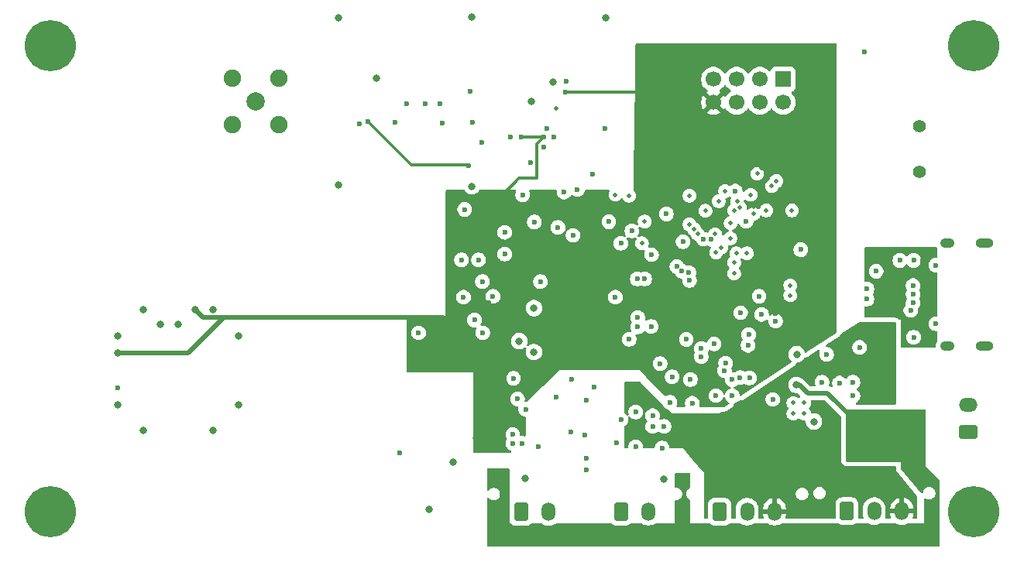
<source format=gbr>
%TF.GenerationSoftware,KiCad,Pcbnew,9.0.1*%
%TF.CreationDate,2025-04-20T12:35:35+07:00*%
%TF.ProjectId,IREC-FlighComputer,49524543-2d46-46c6-9967-68436f6d7075,rev?*%
%TF.SameCoordinates,Original*%
%TF.FileFunction,Copper,L3,Inr*%
%TF.FilePolarity,Positive*%
%FSLAX46Y46*%
G04 Gerber Fmt 4.6, Leading zero omitted, Abs format (unit mm)*
G04 Created by KiCad (PCBNEW 9.0.1) date 2025-04-20 12:35:35*
%MOMM*%
%LPD*%
G01*
G04 APERTURE LIST*
G04 Aperture macros list*
%AMRoundRect*
0 Rectangle with rounded corners*
0 $1 Rounding radius*
0 $2 $3 $4 $5 $6 $7 $8 $9 X,Y pos of 4 corners*
0 Add a 4 corners polygon primitive as box body*
4,1,4,$2,$3,$4,$5,$6,$7,$8,$9,$2,$3,0*
0 Add four circle primitives for the rounded corners*
1,1,$1+$1,$2,$3*
1,1,$1+$1,$4,$5*
1,1,$1+$1,$6,$7*
1,1,$1+$1,$8,$9*
0 Add four rect primitives between the rounded corners*
20,1,$1+$1,$2,$3,$4,$5,0*
20,1,$1+$1,$4,$5,$6,$7,0*
20,1,$1+$1,$6,$7,$8,$9,0*
20,1,$1+$1,$8,$9,$2,$3,0*%
G04 Aperture macros list end*
%TA.AperFunction,HeatsinkPad*%
%ADD10C,0.500000*%
%TD*%
%TA.AperFunction,ComponentPad*%
%ADD11O,1.950000X1.050000*%
%TD*%
%TA.AperFunction,ComponentPad*%
%ADD12O,1.550000X1.050000*%
%TD*%
%TA.AperFunction,ComponentPad*%
%ADD13RoundRect,0.250001X-0.499999X-0.759999X0.499999X-0.759999X0.499999X0.759999X-0.499999X0.759999X0*%
%TD*%
%TA.AperFunction,ComponentPad*%
%ADD14O,1.500000X2.020000*%
%TD*%
%TA.AperFunction,ComponentPad*%
%ADD15C,2.006600*%
%TD*%
%TA.AperFunction,ComponentPad*%
%ADD16C,1.905000*%
%TD*%
%TA.AperFunction,ComponentPad*%
%ADD17C,5.600000*%
%TD*%
%TA.AperFunction,ComponentPad*%
%ADD18C,1.398000*%
%TD*%
%TA.AperFunction,ComponentPad*%
%ADD19RoundRect,0.250001X0.759999X-0.499999X0.759999X0.499999X-0.759999X0.499999X-0.759999X-0.499999X0*%
%TD*%
%TA.AperFunction,ComponentPad*%
%ADD20O,2.020000X1.500000*%
%TD*%
%TA.AperFunction,ComponentPad*%
%ADD21R,1.700000X1.700000*%
%TD*%
%TA.AperFunction,ComponentPad*%
%ADD22C,1.700000*%
%TD*%
%TA.AperFunction,ViaPad*%
%ADD23C,0.600000*%
%TD*%
%TA.AperFunction,ViaPad*%
%ADD24C,0.800000*%
%TD*%
%TA.AperFunction,ViaPad*%
%ADD25C,0.500000*%
%TD*%
%TA.AperFunction,Conductor*%
%ADD26C,0.300000*%
%TD*%
%TA.AperFunction,Conductor*%
%ADD27C,0.500000*%
%TD*%
G04 APERTURE END LIST*
D10*
%TO.N,VBAT-*%
%TO.C,U3*%
X179912500Y-89200000D03*
X179912500Y-90300000D03*
%TD*%
D11*
%TO.N,VBAT-*%
%TO.C,USB1*%
X201112500Y-95820000D03*
X201112500Y-84580000D03*
D12*
X197112500Y-95820000D03*
X197112500Y-84580000D03*
%TD*%
D13*
%TO.N,Net-(J8-Pin_1)*%
%TO.C,J8*%
X150500000Y-114000000D03*
D14*
%TO.N,Net-(J8-Pin_2)*%
X153500000Y-114000000D03*
%TD*%
D15*
%TO.N,Net-(C49-Pad2)*%
%TO.C,J3*%
X121447300Y-69109800D03*
D16*
%TO.N,VBAT-*%
X118894600Y-66557100D03*
X118894600Y-71662500D03*
X124000000Y-71662500D03*
X124000000Y-66557100D03*
%TD*%
D13*
%TO.N,Net-(J10-Pin_1)*%
%TO.C,J10*%
X186100000Y-113900000D03*
D14*
%TO.N,VBAT-*%
X189100000Y-113900000D03*
%TO.N,+5V*%
X192100000Y-113900000D03*
%TD*%
D17*
%TO.N,N/C*%
%TO.C,H3*%
X200000000Y-63000000D03*
%TD*%
D13*
%TO.N,Net-(J7-Pin_1)*%
%TO.C,J7*%
X161400000Y-113960000D03*
D14*
%TO.N,Net-(J7-Pin_2)*%
X164400000Y-113960000D03*
%TD*%
D17*
%TO.N,N/C*%
%TO.C,H1*%
X200000000Y-114000000D03*
%TD*%
%TO.N,N/C*%
%TO.C,H4*%
X99000000Y-114000000D03*
%TD*%
%TO.N,N/C*%
%TO.C,H2*%
X99000000Y-63000000D03*
%TD*%
D13*
%TO.N,Net-(J2-Pin_1)*%
%TO.C,J2*%
X172200000Y-113960000D03*
D14*
%TO.N,VBAT-*%
X175200000Y-113960000D03*
%TO.N,+5V*%
X178200000Y-113960000D03*
%TD*%
D18*
%TO.N,Net-(LS1-Pad1)*%
%TO.C,LS1*%
X194000000Y-71800000D03*
%TO.N,VBAT-*%
X194000000Y-76800000D03*
%TD*%
D10*
%TO.N,VBAT-*%
%TO.C,U1*%
X180247500Y-103240000D03*
X181427500Y-103240000D03*
X180247500Y-102060000D03*
X181427500Y-102060000D03*
%TD*%
D19*
%TO.N,Net-(D1-A)*%
%TO.C,J1*%
X199387500Y-105278250D03*
D20*
%TO.N,VBAT-*%
X199387500Y-102278250D03*
%TD*%
D21*
%TO.N,nRST*%
%TO.C,J4*%
X179140000Y-66660000D03*
D22*
%TO.N,SWDIO*%
X179140000Y-69200000D03*
%TO.N,SWCLK*%
X176600000Y-66660000D03*
%TO.N,COMPANION_RX*%
X176600000Y-69200000D03*
%TO.N,BOOT0*%
X174060000Y-66660000D03*
%TO.N,COMPANION_TX*%
X174060000Y-69200000D03*
%TO.N,VBAT-*%
X171520000Y-66660000D03*
%TO.N,+3.3V*%
X171520000Y-69200000D03*
%TD*%
D23*
%TO.N,VBAT-*%
X144330000Y-80900000D03*
X175365000Y-94600000D03*
X145400000Y-93000000D03*
D24*
X109199998Y-91899997D03*
X143100000Y-108500000D03*
D23*
X166120000Y-104627500D03*
X158495000Y-100300000D03*
X148700000Y-83400000D03*
D24*
X151650000Y-69100000D03*
X151900000Y-91700000D03*
D23*
X144900000Y-67962500D03*
D25*
X176300000Y-77000000D03*
D24*
X119600000Y-102299999D03*
X130550000Y-59960000D03*
D23*
X145825000Y-86425000D03*
D24*
X109199998Y-105100001D03*
D23*
X138010000Y-69312500D03*
X140000000Y-69312500D03*
X151000000Y-102750000D03*
X166365000Y-81400000D03*
X143975000Y-86425000D03*
X151500000Y-75750000D03*
X181067500Y-85300000D03*
X137215000Y-107500000D03*
X146200000Y-73532500D03*
X154100000Y-73000000D03*
X149345000Y-73000000D03*
X191900000Y-86480000D03*
D24*
X159710000Y-59960000D03*
D23*
X195850000Y-87000000D03*
X141900000Y-71430000D03*
X166750000Y-102000000D03*
X175300000Y-95765000D03*
D24*
X145130000Y-78360000D03*
D23*
X193337500Y-90180000D03*
X155400000Y-66900000D03*
X195850000Y-93400000D03*
D24*
X106399996Y-102299999D03*
X180615000Y-96750000D03*
X119600000Y-94699999D03*
D23*
X176777500Y-92380000D03*
X157588000Y-109410000D03*
X148700000Y-85800000D03*
D24*
X106399996Y-94699999D03*
X116799998Y-91899997D03*
X182500000Y-104100000D03*
D25*
X154287500Y-69850000D03*
D23*
X139290000Y-94402500D03*
X174480000Y-92200000D03*
X169000000Y-99500000D03*
D25*
X172800000Y-78900000D03*
D23*
X150100000Y-101635000D03*
X155900000Y-105202500D03*
X186765000Y-101300000D03*
D25*
X180100000Y-81000000D03*
D23*
X167000000Y-99200000D03*
X149580000Y-105500000D03*
X149580000Y-106500000D03*
D24*
X145130000Y-59860000D03*
D25*
X175600000Y-79300000D03*
D23*
X183400000Y-99800000D03*
X168200000Y-84432500D03*
X165700000Y-97767500D03*
X152965000Y-74100000D03*
X106399996Y-100399998D03*
X150667500Y-79300000D03*
X185300000Y-99900000D03*
X141650000Y-69312500D03*
X178300000Y-93100000D03*
X132800000Y-71530000D03*
X178000000Y-101682500D03*
X193400000Y-94880000D03*
D25*
X175167500Y-85700000D03*
D23*
X186765000Y-99800000D03*
D25*
X174400000Y-80700000D03*
D23*
X193400000Y-86482500D03*
X146265000Y-88800000D03*
X176510000Y-90397500D03*
X149665000Y-99365000D03*
X145200000Y-71397500D03*
X164870000Y-104647500D03*
X174430000Y-99302500D03*
X136700000Y-71397500D03*
D24*
X140400000Y-113700000D03*
X130550000Y-78260000D03*
X116799998Y-105100001D03*
D23*
X175450000Y-99325000D03*
X189300000Y-87667500D03*
X169200000Y-102100000D03*
X165900000Y-107000000D03*
X146300000Y-94400000D03*
D25*
%TO.N,+3.3V*%
X176800000Y-76400000D03*
D24*
X114899997Y-91899997D03*
D23*
X155342500Y-68092500D03*
D25*
X171500000Y-87100000D03*
D23*
X168177341Y-85544841D03*
D24*
X106399996Y-96600000D03*
D25*
X174810000Y-86700000D03*
D23*
X163500000Y-68000000D03*
X167880000Y-80400000D03*
X176600000Y-87900000D03*
X138240000Y-95170000D03*
X173000000Y-93000000D03*
X148500000Y-79300000D03*
X148700000Y-84535000D03*
X175642500Y-92380000D03*
X176510000Y-89260000D03*
X167890000Y-75400000D03*
X152965000Y-73000000D03*
D24*
X145600000Y-105900000D03*
D23*
X143902500Y-88800000D03*
X147960000Y-86563953D03*
X167880000Y-79400000D03*
X167870000Y-76400000D03*
X149100000Y-100600000D03*
X177000000Y-99250000D03*
D25*
X175900000Y-80600000D03*
X180100000Y-80000000D03*
D23*
X178441250Y-83808750D03*
X176500000Y-94600000D03*
X178120000Y-89100000D03*
X144800000Y-76100000D03*
X144100000Y-92600000D03*
X178300000Y-92300000D03*
X143975000Y-84975000D03*
X133750000Y-71250000D03*
X150480000Y-73000000D03*
X178800000Y-87935000D03*
D25*
X175300000Y-76600000D03*
D23*
X167750000Y-101800000D03*
X166600000Y-97000000D03*
X147400000Y-88800000D03*
X167500000Y-81400000D03*
D25*
X174800000Y-87900000D03*
D23*
X146985340Y-91100000D03*
X177700000Y-87900000D03*
X150800000Y-99400000D03*
%TO.N,BAT_LEVEL*%
X183885000Y-96750000D03*
X163250000Y-92750000D03*
%TO.N,+5V*%
X180305000Y-105750000D03*
D24*
X172015000Y-107400000D03*
X163000000Y-100700000D03*
D23*
X176750000Y-103250000D03*
D24*
X190500000Y-94300000D03*
%TO.N,VBAT+*%
X180587500Y-100087500D03*
X187000000Y-105400000D03*
X168300000Y-110400000D03*
X148200000Y-110300000D03*
X187900000Y-104800000D03*
D23*
%TO.N,VBUS*%
X194400000Y-86500000D03*
D24*
X191062500Y-90180000D03*
D23*
X189300000Y-86532500D03*
D24*
X189000000Y-92000000D03*
D23*
X194500000Y-93600000D03*
%TO.N,/PWM_PD*%
X164870000Y-103452500D03*
X157588000Y-101790000D03*
X163012000Y-106870000D03*
X157500000Y-105600000D03*
X163012000Y-103060000D03*
%TO.N,PWM_C*%
X160900000Y-106400000D03*
X160800000Y-90500000D03*
%TO.N,PYRO_B*%
X157588000Y-108140000D03*
X150600000Y-106500000D03*
X152402500Y-106807500D03*
%TO.N,PWM_D*%
X161400000Y-103900000D03*
X164750000Y-85850000D03*
%TO.N,BOOT0*%
X155200000Y-79000000D03*
%TO.N,nRST*%
X152600000Y-88800000D03*
D25*
%TO.N,SWDIO*%
X163700000Y-84600000D03*
D23*
X161400000Y-84600000D03*
X160084485Y-82249525D03*
D24*
%TO.N,Net-(J7-Pin_2)*%
X166100000Y-110400000D03*
%TO.N,Net-(J8-Pin_2)*%
X150900000Y-110300000D03*
D23*
%TO.N,BCD*%
X163250000Y-93750000D03*
X187500000Y-96000000D03*
%TO.N,MMC5983MA_SDA*%
X144200000Y-90500000D03*
X147422626Y-90411095D03*
%TO.N,EMMC_DAT7*%
X173900000Y-78900000D03*
X168830332Y-87830332D03*
%TO.N,EMMC_DAT6*%
X175088817Y-82189001D03*
D25*
X174100000Y-80000000D03*
D23*
X168901495Y-88660000D03*
D25*
X168900000Y-79400000D03*
%TO.N,EMMC_DAT5*%
X168900000Y-82550000D03*
X173800000Y-81000000D03*
D23*
X154529843Y-82870157D03*
%TO.N,PWM_Buzzer*%
X188055000Y-63660000D03*
X151940000Y-82280000D03*
D25*
%TO.N,EMMC_DAT4*%
X169800000Y-83600000D03*
D23*
X156168753Y-83731247D03*
D25*
X171700000Y-83600000D03*
D23*
%TO.N,EMMC_DAT3*%
X162600000Y-83250000D03*
D25*
X173396489Y-82400000D03*
X169400000Y-83050000D03*
%TO.N,EMMC_DAT2*%
X170650000Y-81050000D03*
X172100000Y-80000000D03*
X164006456Y-82213130D03*
%TO.N,EMMC_DAT1*%
X171801748Y-85601748D03*
X173780000Y-87900000D03*
D23*
X167520806Y-87150000D03*
X170450000Y-84150000D03*
%TO.N,EMMC_DAT0*%
X168082185Y-87650000D03*
D25*
X172366336Y-85066336D03*
D23*
X171280021Y-84160019D03*
D25*
X173790000Y-86700000D03*
D24*
%TO.N,ANT_SW*%
X154000000Y-67000000D03*
X134700000Y-66562500D03*
D23*
%TO.N,ADXL375_SDO*%
X170200000Y-96125000D03*
X172844238Y-97724999D03*
X173570000Y-99520000D03*
X168550000Y-95120425D03*
X164700000Y-93700000D03*
X173580000Y-101290000D03*
%TO.N,ADXL375_SDI*%
X172725003Y-98525003D03*
X170180000Y-97000000D03*
%TO.N,ADXL375_SCLK*%
X171590000Y-95610000D03*
%TO.N,BMI088_GYRO_INT*%
X162300000Y-95100000D03*
X171800018Y-101260000D03*
%TO.N,D+*%
X193337500Y-91130000D03*
%TO.N,USB_DN*%
X188300000Y-89600000D03*
X164000000Y-88500000D03*
%TO.N,D-*%
X193094445Y-91938522D03*
X193337500Y-89230000D03*
%TO.N,USB_DP*%
X188300000Y-90700000D03*
X163200000Y-88500000D03*
%TO.N,MS5607_MOSI*%
X156050000Y-99500000D03*
X154300000Y-101400000D03*
D25*
%TO.N,EMMC_RSTN*%
X175900000Y-81400000D03*
X177300000Y-81000000D03*
D24*
%TO.N,GNSS_Reset*%
X150300000Y-95300000D03*
X112999998Y-93499998D03*
D25*
%TO.N,EMMC_CLK*%
X177900000Y-78349000D03*
X162300000Y-79400000D03*
D24*
%TO.N,GNSS_INT*%
X111100000Y-93500000D03*
X151900000Y-96500000D03*
D23*
%TO.N,SX1262_DIO3*%
X159685735Y-72085735D03*
X153300000Y-72062500D03*
D25*
%TO.N,EMMC_CMD*%
X160800000Y-79300000D03*
X178400000Y-77800000D03*
D23*
%TO.N,SX1262_MOSI*%
X158300000Y-77050000D03*
X156652108Y-78727123D03*
D25*
%TO.N,Net-(U11-VDDI)*%
X174032500Y-85700000D03*
X173351748Y-84051748D03*
%TD*%
D26*
%TO.N,+3.3V*%
X155342500Y-68092500D02*
X163407500Y-68092500D01*
X152965000Y-73000000D02*
X152250000Y-73715000D01*
X150480000Y-73000000D02*
X152965000Y-73000000D01*
D27*
X114150000Y-96600000D02*
X118000000Y-92750000D01*
D26*
X163407500Y-68092500D02*
X163500000Y-68000000D01*
X133750000Y-71250000D02*
X138500000Y-76000000D01*
X150300000Y-77500000D02*
X148500000Y-79300000D01*
X152250000Y-73715000D02*
X152250000Y-77500000D01*
D27*
X115750000Y-92750000D02*
X118000000Y-92750000D01*
X106399996Y-96600000D02*
X114150000Y-96600000D01*
D26*
X152250000Y-77500000D02*
X150300000Y-77500000D01*
D27*
X118000000Y-92750000D02*
X142000000Y-92750000D01*
X114899997Y-91899997D02*
X115750000Y-92750000D01*
D26*
X138500000Y-76000000D02*
X144750000Y-76000000D01*
D27*
%TO.N,VBAT+*%
X180887500Y-100087500D02*
X181800000Y-101000000D01*
X180587500Y-100087500D02*
X180887500Y-100087500D01*
X184000000Y-101000000D02*
X187000000Y-104000000D01*
X187000000Y-104000000D02*
X187000000Y-105400000D01*
X181800000Y-101000000D02*
X184000000Y-101000000D01*
%TD*%
%TA.AperFunction,Conductor*%
%TO.N,VBAT+*%
G36*
X194693039Y-102769685D02*
G01*
X194738794Y-102822489D01*
X194750000Y-102874000D01*
X194750000Y-109000000D01*
X196213681Y-110463681D01*
X196247166Y-110525004D01*
X196250000Y-110551362D01*
X196250000Y-117626000D01*
X196230315Y-117693039D01*
X196177511Y-117738794D01*
X196126000Y-117750000D01*
X146874000Y-117750000D01*
X146806961Y-117730315D01*
X146761206Y-117677511D01*
X146750000Y-117626000D01*
X146750000Y-112558468D01*
X146769685Y-112491429D01*
X146822489Y-112445674D01*
X146891647Y-112435730D01*
X146955203Y-112464755D01*
X146963067Y-112472835D01*
X146963229Y-112472674D01*
X147063013Y-112572458D01*
X147063020Y-112572464D01*
X147175292Y-112647481D01*
X147175293Y-112647481D01*
X147175294Y-112647482D01*
X147300047Y-112699157D01*
X147432479Y-112725499D01*
X147432483Y-112725500D01*
X147432484Y-112725500D01*
X147567517Y-112725500D01*
X147567518Y-112725499D01*
X147699953Y-112699157D01*
X147824706Y-112647482D01*
X147936981Y-112572463D01*
X148032463Y-112476981D01*
X148107482Y-112364706D01*
X148159157Y-112239953D01*
X148185500Y-112107516D01*
X148185500Y-111972484D01*
X148159157Y-111840047D01*
X148107482Y-111715294D01*
X148058107Y-111641399D01*
X148032464Y-111603020D01*
X148032458Y-111603013D01*
X147936986Y-111507541D01*
X147936979Y-111507535D01*
X147824707Y-111432518D01*
X147699953Y-111380843D01*
X147699945Y-111380841D01*
X147567520Y-111354500D01*
X147567516Y-111354500D01*
X147432484Y-111354500D01*
X147432479Y-111354500D01*
X147300054Y-111380841D01*
X147300046Y-111380843D01*
X147175292Y-111432518D01*
X147063020Y-111507535D01*
X147063013Y-111507541D01*
X146963229Y-111607326D01*
X146961672Y-111605769D01*
X146912100Y-111639533D01*
X146842255Y-111641399D01*
X146782489Y-111605208D01*
X146751777Y-111542450D01*
X146750000Y-111521531D01*
X146750000Y-109374000D01*
X146769685Y-109306961D01*
X146822489Y-109261206D01*
X146874000Y-109250000D01*
X149126000Y-109250000D01*
X149193039Y-109269685D01*
X149238794Y-109322489D01*
X149250000Y-109374000D01*
X149250000Y-113178779D01*
X149249589Y-113186832D01*
X149249661Y-113186836D01*
X149249500Y-113189998D01*
X149249500Y-114810002D01*
X149249661Y-114813165D01*
X149249589Y-114813168D01*
X149250000Y-114821221D01*
X149250000Y-115250000D01*
X149377272Y-115250000D01*
X149444311Y-115269685D01*
X149464953Y-115286319D01*
X149531344Y-115352710D01*
X149531348Y-115352713D01*
X149680662Y-115444812D01*
X149680664Y-115444813D01*
X149680666Y-115444814D01*
X149847203Y-115499999D01*
X149949992Y-115510500D01*
X149949997Y-115510500D01*
X151050003Y-115510500D01*
X151050008Y-115510500D01*
X151152797Y-115499999D01*
X151319334Y-115444814D01*
X151468655Y-115352711D01*
X151535047Y-115286319D01*
X151596370Y-115252834D01*
X151622728Y-115250000D01*
X152694849Y-115250000D01*
X152761888Y-115269685D01*
X152767734Y-115273682D01*
X152829950Y-115318884D01*
X152844595Y-115329524D01*
X152941466Y-115378882D01*
X153019970Y-115418882D01*
X153019972Y-115418882D01*
X153019975Y-115418884D01*
X153099773Y-115444812D01*
X153207173Y-115479709D01*
X153401578Y-115510500D01*
X153401583Y-115510500D01*
X153598422Y-115510500D01*
X153792826Y-115479709D01*
X153821171Y-115470499D01*
X153980025Y-115418884D01*
X154155405Y-115329524D01*
X154188330Y-115305602D01*
X154232266Y-115273682D01*
X154298072Y-115250202D01*
X154305151Y-115250000D01*
X160317272Y-115250000D01*
X160384311Y-115269685D01*
X160404953Y-115286319D01*
X160431344Y-115312710D01*
X160431348Y-115312713D01*
X160580662Y-115404812D01*
X160580664Y-115404813D01*
X160580666Y-115404814D01*
X160747203Y-115459999D01*
X160849992Y-115470500D01*
X160849997Y-115470500D01*
X161950003Y-115470500D01*
X161950008Y-115470500D01*
X162052797Y-115459999D01*
X162219334Y-115404814D01*
X162368655Y-115312711D01*
X162395047Y-115286319D01*
X162456370Y-115252834D01*
X162482728Y-115250000D01*
X163649905Y-115250000D01*
X163716944Y-115269685D01*
X163722791Y-115273683D01*
X163744590Y-115289521D01*
X163744592Y-115289522D01*
X163744595Y-115289524D01*
X163802214Y-115318882D01*
X163919970Y-115378882D01*
X163919972Y-115378882D01*
X163919975Y-115378884D01*
X164020317Y-115411487D01*
X164107173Y-115439709D01*
X164301578Y-115470500D01*
X164301583Y-115470500D01*
X164498422Y-115470500D01*
X164692826Y-115439709D01*
X164756918Y-115418884D01*
X164880025Y-115378884D01*
X165055405Y-115289524D01*
X165059816Y-115286319D01*
X165077209Y-115273683D01*
X165143015Y-115250202D01*
X165150095Y-115250000D01*
X167250000Y-115250000D01*
X167250000Y-112809500D01*
X167269685Y-112742461D01*
X167322489Y-112696706D01*
X167374000Y-112685500D01*
X167467517Y-112685500D01*
X167467518Y-112685499D01*
X167599953Y-112659157D01*
X167724706Y-112607482D01*
X167836981Y-112532463D01*
X167932463Y-112436981D01*
X168007482Y-112324706D01*
X168059157Y-112199953D01*
X168085500Y-112067516D01*
X168085500Y-111932484D01*
X168059157Y-111800047D01*
X168007482Y-111675294D01*
X167984834Y-111641399D01*
X167932464Y-111563020D01*
X167932458Y-111563013D01*
X167836986Y-111467541D01*
X167836979Y-111467535D01*
X167724707Y-111392518D01*
X167599953Y-111340843D01*
X167599945Y-111340841D01*
X167467520Y-111314500D01*
X167467516Y-111314500D01*
X167374000Y-111314500D01*
X167306961Y-111294815D01*
X167261206Y-111242011D01*
X167250000Y-111190500D01*
X167250000Y-109874000D01*
X167269685Y-109806961D01*
X167322489Y-109761206D01*
X167374000Y-109750000D01*
X168876000Y-109750000D01*
X168943039Y-109769685D01*
X168988794Y-109822489D01*
X169000000Y-109874000D01*
X169000000Y-111258008D01*
X168980315Y-111325047D01*
X168927511Y-111370802D01*
X168923454Y-111372569D01*
X168875290Y-111392519D01*
X168763020Y-111467535D01*
X168763013Y-111467541D01*
X168667541Y-111563013D01*
X168667535Y-111563020D01*
X168592518Y-111675292D01*
X168540843Y-111800046D01*
X168540841Y-111800054D01*
X168514500Y-111932479D01*
X168514500Y-112067520D01*
X168540841Y-112199945D01*
X168540843Y-112199953D01*
X168592518Y-112324707D01*
X168667535Y-112436979D01*
X168667541Y-112436986D01*
X168763013Y-112532458D01*
X168763020Y-112532464D01*
X168875292Y-112607481D01*
X168875295Y-112607483D01*
X168923452Y-112627430D01*
X168977856Y-112671271D01*
X168999921Y-112737565D01*
X169000000Y-112741991D01*
X169000000Y-115250000D01*
X171117272Y-115250000D01*
X171184311Y-115269685D01*
X171204953Y-115286319D01*
X171231344Y-115312710D01*
X171231348Y-115312713D01*
X171380662Y-115404812D01*
X171380664Y-115404813D01*
X171380666Y-115404814D01*
X171547203Y-115459999D01*
X171649992Y-115470500D01*
X171649997Y-115470500D01*
X172750003Y-115470500D01*
X172750008Y-115470500D01*
X172852797Y-115459999D01*
X173019334Y-115404814D01*
X173168655Y-115312711D01*
X173195047Y-115286319D01*
X173256370Y-115252834D01*
X173282728Y-115250000D01*
X174449905Y-115250000D01*
X174516944Y-115269685D01*
X174522791Y-115273683D01*
X174544590Y-115289521D01*
X174544592Y-115289522D01*
X174544595Y-115289524D01*
X174602214Y-115318882D01*
X174719970Y-115378882D01*
X174719972Y-115378882D01*
X174719975Y-115378884D01*
X174820317Y-115411487D01*
X174907173Y-115439709D01*
X175101578Y-115470500D01*
X175101583Y-115470500D01*
X175298422Y-115470500D01*
X175492826Y-115439709D01*
X175556918Y-115418884D01*
X175680025Y-115378884D01*
X175855405Y-115289524D01*
X175859816Y-115286319D01*
X175877209Y-115273683D01*
X175943015Y-115250202D01*
X175950095Y-115250000D01*
X177449905Y-115250000D01*
X177516944Y-115269685D01*
X177522791Y-115273683D01*
X177544590Y-115289521D01*
X177544592Y-115289522D01*
X177544595Y-115289524D01*
X177602214Y-115318882D01*
X177719970Y-115378882D01*
X177719972Y-115378882D01*
X177719975Y-115378884D01*
X177820317Y-115411487D01*
X177907173Y-115439709D01*
X178101578Y-115470500D01*
X178101583Y-115470500D01*
X178298422Y-115470500D01*
X178492826Y-115439709D01*
X178556918Y-115418884D01*
X178680025Y-115378884D01*
X178855405Y-115289524D01*
X178859816Y-115286319D01*
X178877209Y-115273683D01*
X178943015Y-115250202D01*
X178950095Y-115250000D01*
X185091783Y-115250000D01*
X185156880Y-115268462D01*
X185280662Y-115344812D01*
X185280664Y-115344813D01*
X185280666Y-115344814D01*
X185447203Y-115399999D01*
X185549992Y-115410500D01*
X185549997Y-115410500D01*
X186650003Y-115410500D01*
X186650008Y-115410500D01*
X186752797Y-115399999D01*
X186919334Y-115344814D01*
X186961376Y-115318882D01*
X187043120Y-115268462D01*
X187108217Y-115250000D01*
X188455012Y-115250000D01*
X188511306Y-115263514D01*
X188544771Y-115280566D01*
X188619970Y-115318882D01*
X188619972Y-115318882D01*
X188619975Y-115318884D01*
X188699773Y-115344812D01*
X188807173Y-115379709D01*
X189001578Y-115410500D01*
X189001583Y-115410500D01*
X189198422Y-115410500D01*
X189392826Y-115379709D01*
X189395371Y-115378882D01*
X189580025Y-115318884D01*
X189688693Y-115263514D01*
X189744988Y-115250000D01*
X191455012Y-115250000D01*
X191511306Y-115263514D01*
X191544771Y-115280566D01*
X191619970Y-115318882D01*
X191619972Y-115318882D01*
X191619975Y-115318884D01*
X191699773Y-115344812D01*
X191807173Y-115379709D01*
X192001578Y-115410500D01*
X192001583Y-115410500D01*
X192198422Y-115410500D01*
X192392826Y-115379709D01*
X192395371Y-115378882D01*
X192580025Y-115318884D01*
X192688693Y-115263514D01*
X192744988Y-115250000D01*
X194500000Y-115250000D01*
X194500000Y-112595524D01*
X194519685Y-112528485D01*
X194572489Y-112482730D01*
X194641647Y-112472786D01*
X194692888Y-112492421D01*
X194775294Y-112547482D01*
X194900047Y-112599157D01*
X195032479Y-112625499D01*
X195032483Y-112625500D01*
X195032484Y-112625500D01*
X195167517Y-112625500D01*
X195167518Y-112625499D01*
X195299953Y-112599157D01*
X195424706Y-112547482D01*
X195536981Y-112472463D01*
X195632463Y-112376981D01*
X195707482Y-112264706D01*
X195759157Y-112139953D01*
X195785500Y-112007516D01*
X195785500Y-111872484D01*
X195759157Y-111740047D01*
X195707482Y-111615294D01*
X195699280Y-111603019D01*
X195632464Y-111503020D01*
X195632458Y-111503013D01*
X195536986Y-111407541D01*
X195536979Y-111407535D01*
X195424707Y-111332518D01*
X195299953Y-111280843D01*
X195299945Y-111280841D01*
X195167520Y-111254500D01*
X195167516Y-111254500D01*
X195032484Y-111254500D01*
X195032479Y-111254500D01*
X194900054Y-111280841D01*
X194900046Y-111280843D01*
X194775292Y-111332518D01*
X194663020Y-111407535D01*
X194663013Y-111407541D01*
X194567541Y-111503013D01*
X194567535Y-111503020D01*
X194492518Y-111615292D01*
X194440843Y-111740046D01*
X194440841Y-111740052D01*
X194421007Y-111839766D01*
X194388622Y-111901677D01*
X194327906Y-111936251D01*
X194258137Y-111932511D01*
X194204131Y-111894957D01*
X192028741Y-109284489D01*
X192000945Y-109220386D01*
X192000000Y-109205106D01*
X192000000Y-108500000D01*
X186124000Y-108500000D01*
X186056961Y-108480315D01*
X186011206Y-108427511D01*
X186000000Y-108376000D01*
X186000000Y-102874000D01*
X186019685Y-102806961D01*
X186072489Y-102761206D01*
X186124000Y-102750000D01*
X194626000Y-102750000D01*
X194693039Y-102769685D01*
G37*
%TD.AperFunction*%
%TD*%
%TA.AperFunction,Conductor*%
%TO.N,+3.3V*%
G36*
X172861444Y-67313999D02*
G01*
X172900486Y-67359056D01*
X172904951Y-67367820D01*
X173029890Y-67539786D01*
X173180213Y-67690109D01*
X173352182Y-67815050D01*
X173360946Y-67819516D01*
X173411742Y-67867491D01*
X173428536Y-67935312D01*
X173405998Y-68001447D01*
X173360946Y-68040484D01*
X173352182Y-68044949D01*
X173180213Y-68169890D01*
X173029890Y-68320213D01*
X172904949Y-68492182D01*
X172900202Y-68501499D01*
X172852227Y-68552293D01*
X172784405Y-68569087D01*
X172718271Y-68546548D01*
X172679234Y-68501495D01*
X172674626Y-68492452D01*
X172635270Y-68438282D01*
X172635269Y-68438282D01*
X172002962Y-69070590D01*
X171985925Y-69007007D01*
X171920099Y-68892993D01*
X171827007Y-68799901D01*
X171712993Y-68734075D01*
X171649409Y-68717037D01*
X172281716Y-68084728D01*
X172227547Y-68045373D01*
X172227547Y-68045372D01*
X172218500Y-68040763D01*
X172167706Y-67992788D01*
X172150912Y-67924966D01*
X172173451Y-67858832D01*
X172218508Y-67819793D01*
X172227816Y-67815051D01*
X172346252Y-67729003D01*
X172399786Y-67690109D01*
X172399788Y-67690106D01*
X172399792Y-67690104D01*
X172550104Y-67539792D01*
X172550106Y-67539788D01*
X172550109Y-67539786D01*
X172675048Y-67367820D01*
X172675047Y-67367820D01*
X172675051Y-67367816D01*
X172679514Y-67359054D01*
X172727488Y-67308259D01*
X172795308Y-67291463D01*
X172861444Y-67313999D01*
G37*
%TD.AperFunction*%
%TA.AperFunction,Conductor*%
G36*
X184943039Y-62769685D02*
G01*
X184988794Y-62822489D01*
X185000000Y-62874000D01*
X185000000Y-94266970D01*
X184980315Y-94334009D01*
X184944783Y-94370144D01*
X181668319Y-96554452D01*
X181601620Y-96575260D01*
X181534259Y-96556705D01*
X181487623Y-96504677D01*
X181480963Y-96487502D01*
X181480894Y-96487336D01*
X181480894Y-96487334D01*
X181427529Y-96358497D01*
X181413016Y-96323459D01*
X181413009Y-96323446D01*
X181314464Y-96175965D01*
X181314461Y-96175961D01*
X181189038Y-96050538D01*
X181189034Y-96050535D01*
X181041553Y-95951990D01*
X181041540Y-95951983D01*
X180877667Y-95884106D01*
X180877658Y-95884103D01*
X180703694Y-95849500D01*
X180703691Y-95849500D01*
X180526309Y-95849500D01*
X180526306Y-95849500D01*
X180352341Y-95884103D01*
X180352332Y-95884106D01*
X180188459Y-95951983D01*
X180188446Y-95951990D01*
X180040965Y-96050535D01*
X180040961Y-96050538D01*
X179915538Y-96175961D01*
X179915535Y-96175965D01*
X179816990Y-96323446D01*
X179816983Y-96323459D01*
X179749106Y-96487332D01*
X179749103Y-96487341D01*
X179714500Y-96661304D01*
X179714500Y-96838695D01*
X179749103Y-97012658D01*
X179749106Y-97012667D01*
X179816983Y-97176540D01*
X179816990Y-97176553D01*
X179915535Y-97324034D01*
X179915538Y-97324038D01*
X180045272Y-97453772D01*
X180044003Y-97455040D01*
X180078580Y-97505786D01*
X180080462Y-97575630D01*
X180044283Y-97635404D01*
X180029370Y-97647085D01*
X174570184Y-101286542D01*
X174503485Y-101307350D01*
X174436124Y-101288795D01*
X174389488Y-101236767D01*
X174379784Y-101207559D01*
X174378181Y-101199500D01*
X174349737Y-101056503D01*
X174321984Y-100989500D01*
X174289397Y-100910827D01*
X174289390Y-100910814D01*
X174201789Y-100779711D01*
X174201786Y-100779707D01*
X174090292Y-100668213D01*
X174090288Y-100668210D01*
X173959185Y-100580609D01*
X173959172Y-100580602D01*
X173807870Y-100517932D01*
X173808839Y-100515591D01*
X173759657Y-100483362D01*
X173731199Y-100419550D01*
X173741758Y-100350483D01*
X173787981Y-100298089D01*
X173806633Y-100288437D01*
X173867111Y-100263387D01*
X173949173Y-100229397D01*
X173949176Y-100229395D01*
X173949179Y-100229394D01*
X174080289Y-100141789D01*
X174110716Y-100111361D01*
X174172036Y-100077877D01*
X174222587Y-100077426D01*
X174351153Y-100102999D01*
X174351156Y-100103000D01*
X174351158Y-100103000D01*
X174508844Y-100103000D01*
X174508845Y-100102999D01*
X174663497Y-100072237D01*
X174809179Y-100011894D01*
X174854271Y-99981763D01*
X174920947Y-99960885D01*
X174988327Y-99979369D01*
X174992053Y-99981763D01*
X175070814Y-100034390D01*
X175070827Y-100034397D01*
X175174710Y-100077426D01*
X175216503Y-100094737D01*
X175352487Y-100121786D01*
X175371153Y-100125499D01*
X175371156Y-100125500D01*
X175371158Y-100125500D01*
X175528844Y-100125500D01*
X175528845Y-100125499D01*
X175683497Y-100094737D01*
X175829179Y-100034394D01*
X175960289Y-99946789D01*
X176071789Y-99835289D01*
X176159394Y-99704179D01*
X176219737Y-99558497D01*
X176250500Y-99403842D01*
X176250500Y-99246158D01*
X176250500Y-99246155D01*
X176250499Y-99246153D01*
X176236984Y-99178211D01*
X176219737Y-99091503D01*
X176219735Y-99091498D01*
X176159397Y-98945827D01*
X176159390Y-98945814D01*
X176071789Y-98814711D01*
X176071786Y-98814707D01*
X175960292Y-98703213D01*
X175960288Y-98703210D01*
X175829185Y-98615609D01*
X175829172Y-98615602D01*
X175683501Y-98555264D01*
X175683489Y-98555261D01*
X175528845Y-98524500D01*
X175528842Y-98524500D01*
X175371158Y-98524500D01*
X175371155Y-98524500D01*
X175216510Y-98555261D01*
X175216498Y-98555264D01*
X175070828Y-98615602D01*
X175070810Y-98615612D01*
X175025727Y-98645736D01*
X174959050Y-98666614D01*
X174891670Y-98648129D01*
X174887946Y-98645736D01*
X174809185Y-98593109D01*
X174809172Y-98593102D01*
X174663501Y-98532764D01*
X174663489Y-98532761D01*
X174508845Y-98502000D01*
X174508842Y-98502000D01*
X174351158Y-98502000D01*
X174351155Y-98502000D01*
X174196510Y-98532761D01*
X174196498Y-98532764D01*
X174050827Y-98593102D01*
X174050814Y-98593109D01*
X173919714Y-98680708D01*
X173889281Y-98711140D01*
X173883116Y-98714505D01*
X173879092Y-98720262D01*
X173852853Y-98731029D01*
X173827957Y-98744623D01*
X173819390Y-98744761D01*
X173814453Y-98746788D01*
X173783311Y-98745346D01*
X173779186Y-98745413D01*
X173778245Y-98745240D01*
X173648842Y-98719500D01*
X173638202Y-98719500D01*
X173627087Y-98717457D01*
X173605577Y-98706601D01*
X173582464Y-98699815D01*
X173574952Y-98691146D01*
X173564711Y-98685978D01*
X173552483Y-98665216D01*
X173536709Y-98647011D01*
X173533748Y-98633403D01*
X173529255Y-98625773D01*
X173529685Y-98614726D01*
X173525503Y-98595500D01*
X173525503Y-98446158D01*
X173525502Y-98446156D01*
X173494741Y-98291510D01*
X173492972Y-98285679D01*
X173494078Y-98285343D01*
X173487272Y-98222040D01*
X173506200Y-98175165D01*
X173516900Y-98159150D01*
X173553632Y-98104178D01*
X173613975Y-97958496D01*
X173644738Y-97803841D01*
X173644738Y-97646157D01*
X173644738Y-97646154D01*
X173644737Y-97646152D01*
X173630709Y-97575630D01*
X173613975Y-97491502D01*
X173598347Y-97453772D01*
X173553635Y-97345826D01*
X173553628Y-97345813D01*
X173466027Y-97214710D01*
X173466024Y-97214706D01*
X173354530Y-97103212D01*
X173354526Y-97103209D01*
X173223423Y-97015608D01*
X173223410Y-97015601D01*
X173077739Y-96955263D01*
X173077727Y-96955260D01*
X172923083Y-96924499D01*
X172923080Y-96924499D01*
X172765396Y-96924499D01*
X172765393Y-96924499D01*
X172610748Y-96955260D01*
X172610736Y-96955263D01*
X172465065Y-97015601D01*
X172465052Y-97015608D01*
X172333949Y-97103209D01*
X172333945Y-97103212D01*
X172222451Y-97214706D01*
X172222448Y-97214710D01*
X172134847Y-97345813D01*
X172134840Y-97345826D01*
X172074502Y-97491497D01*
X172074499Y-97491509D01*
X172043738Y-97646152D01*
X172043738Y-97803845D01*
X172074499Y-97958491D01*
X172076270Y-97964329D01*
X172075162Y-97964664D01*
X172081968Y-98027961D01*
X172063041Y-98074834D01*
X172015614Y-98145815D01*
X172015605Y-98145831D01*
X171955267Y-98291501D01*
X171955265Y-98291510D01*
X171924503Y-98446156D01*
X171924503Y-98603849D01*
X171955264Y-98758492D01*
X171955267Y-98758504D01*
X172015605Y-98904175D01*
X172015612Y-98904188D01*
X172103213Y-99035291D01*
X172103216Y-99035295D01*
X172214710Y-99146789D01*
X172214714Y-99146792D01*
X172345817Y-99234393D01*
X172345830Y-99234400D01*
X172470787Y-99286158D01*
X172491506Y-99294740D01*
X172646161Y-99325503D01*
X172646166Y-99325503D01*
X172652221Y-99326100D01*
X172652089Y-99327437D01*
X172712539Y-99345188D01*
X172758294Y-99397992D01*
X172769500Y-99449503D01*
X172769500Y-99598846D01*
X172800261Y-99753489D01*
X172800264Y-99753501D01*
X172860602Y-99899172D01*
X172860609Y-99899185D01*
X172948210Y-100030288D01*
X172948213Y-100030292D01*
X173059707Y-100141786D01*
X173059711Y-100141789D01*
X173190814Y-100229390D01*
X173190827Y-100229397D01*
X173342130Y-100292068D01*
X173341156Y-100294418D01*
X173390301Y-100326588D01*
X173418792Y-100390385D01*
X173408268Y-100459458D01*
X173362072Y-100511876D01*
X173343363Y-100521563D01*
X173200823Y-100580604D01*
X173200814Y-100580609D01*
X173069711Y-100668210D01*
X173069707Y-100668213D01*
X172958213Y-100779707D01*
X172958210Y-100779711D01*
X172870609Y-100910814D01*
X172870604Y-100910823D01*
X172808243Y-101061378D01*
X172764402Y-101115781D01*
X172698108Y-101137846D01*
X172630408Y-101120567D01*
X172582798Y-101069430D01*
X172572064Y-101038113D01*
X172569755Y-101026504D01*
X172569753Y-101026498D01*
X172509415Y-100880827D01*
X172509408Y-100880814D01*
X172421807Y-100749711D01*
X172421804Y-100749707D01*
X172310310Y-100638213D01*
X172310306Y-100638210D01*
X172179203Y-100550609D01*
X172179190Y-100550602D01*
X172033519Y-100490264D01*
X172033507Y-100490261D01*
X171878863Y-100459500D01*
X171878860Y-100459500D01*
X171721176Y-100459500D01*
X171721173Y-100459500D01*
X171566528Y-100490261D01*
X171566516Y-100490264D01*
X171420845Y-100550602D01*
X171420832Y-100550609D01*
X171289729Y-100638210D01*
X171289725Y-100638213D01*
X171178231Y-100749707D01*
X171178228Y-100749711D01*
X171090627Y-100880814D01*
X171090620Y-100880827D01*
X171030282Y-101026498D01*
X171030279Y-101026510D01*
X170999518Y-101181153D01*
X170999518Y-101338846D01*
X171030279Y-101493489D01*
X171030282Y-101493501D01*
X171090620Y-101639172D01*
X171090627Y-101639185D01*
X171178228Y-101770288D01*
X171178231Y-101770292D01*
X171289725Y-101881786D01*
X171289729Y-101881789D01*
X171420832Y-101969390D01*
X171420845Y-101969397D01*
X171551456Y-102023497D01*
X171566521Y-102029737D01*
X171717340Y-102059737D01*
X171721171Y-102060499D01*
X171721174Y-102060500D01*
X171721176Y-102060500D01*
X171878862Y-102060500D01*
X171878863Y-102060499D01*
X172033515Y-102029737D01*
X172179197Y-101969394D01*
X172310307Y-101881789D01*
X172421807Y-101770289D01*
X172509412Y-101639179D01*
X172569755Y-101493497D01*
X172569755Y-101493495D01*
X172571774Y-101488622D01*
X172615614Y-101434218D01*
X172681908Y-101412153D01*
X172749608Y-101429432D01*
X172797219Y-101480569D01*
X172807952Y-101511881D01*
X172810261Y-101523492D01*
X172810264Y-101523501D01*
X172870602Y-101669172D01*
X172870609Y-101669185D01*
X172958210Y-101800288D01*
X172958213Y-101800292D01*
X173069710Y-101911789D01*
X173196216Y-101996317D01*
X173241021Y-102049929D01*
X173249728Y-102119254D01*
X173219574Y-102182281D01*
X173196108Y-102202593D01*
X172781239Y-102479174D01*
X172714540Y-102499982D01*
X172712456Y-102500000D01*
X170086348Y-102500000D01*
X170019309Y-102480315D01*
X169973554Y-102427511D01*
X169963610Y-102358353D01*
X169968766Y-102339565D01*
X169967969Y-102339324D01*
X169969731Y-102333509D01*
X169969737Y-102333497D01*
X170000500Y-102178842D01*
X170000500Y-102021158D01*
X170000500Y-102021155D01*
X170000499Y-102021153D01*
X169985247Y-101944477D01*
X169969737Y-101866503D01*
X169969735Y-101866498D01*
X169909397Y-101720827D01*
X169909390Y-101720814D01*
X169821789Y-101589711D01*
X169821786Y-101589707D01*
X169710292Y-101478213D01*
X169710288Y-101478210D01*
X169579185Y-101390609D01*
X169579172Y-101390602D01*
X169433501Y-101330264D01*
X169433489Y-101330261D01*
X169278845Y-101299500D01*
X169278842Y-101299500D01*
X169121158Y-101299500D01*
X169121155Y-101299500D01*
X168966510Y-101330261D01*
X168966498Y-101330264D01*
X168820827Y-101390602D01*
X168820814Y-101390609D01*
X168689711Y-101478210D01*
X168689707Y-101478213D01*
X168578213Y-101589707D01*
X168578210Y-101589711D01*
X168490609Y-101720814D01*
X168490602Y-101720827D01*
X168430264Y-101866498D01*
X168430261Y-101866510D01*
X168399500Y-102021153D01*
X168399500Y-102178846D01*
X168430261Y-102333489D01*
X168432031Y-102339324D01*
X168429450Y-102340106D01*
X168435686Y-102397992D01*
X168404424Y-102460477D01*
X168344343Y-102496142D01*
X168313652Y-102500000D01*
X167594927Y-102500000D01*
X167527888Y-102480315D01*
X167482133Y-102427511D01*
X167472189Y-102358353D01*
X167480366Y-102328547D01*
X167492071Y-102300289D01*
X167519737Y-102233497D01*
X167550500Y-102078842D01*
X167550500Y-101921158D01*
X167550500Y-101921155D01*
X167550499Y-101921153D01*
X167542668Y-101881786D01*
X167519737Y-101766503D01*
X167517599Y-101761342D01*
X167459397Y-101620827D01*
X167459390Y-101620814D01*
X167371789Y-101489711D01*
X167371786Y-101489707D01*
X167260292Y-101378213D01*
X167260288Y-101378210D01*
X167129185Y-101290609D01*
X167129172Y-101290602D01*
X166983501Y-101230264D01*
X166983489Y-101230261D01*
X166828845Y-101199500D01*
X166828842Y-101199500D01*
X166671158Y-101199500D01*
X166671155Y-101199500D01*
X166516510Y-101230261D01*
X166516498Y-101230264D01*
X166370828Y-101290602D01*
X166370814Y-101290610D01*
X166368336Y-101292266D01*
X166366840Y-101292734D01*
X166365447Y-101293479D01*
X166365305Y-101293214D01*
X166301657Y-101313139D01*
X166234278Y-101294650D01*
X166210737Y-101275794D01*
X164185255Y-99201701D01*
X164106595Y-99121153D01*
X166199500Y-99121153D01*
X166199500Y-99278846D01*
X166230261Y-99433489D01*
X166230264Y-99433501D01*
X166290602Y-99579172D01*
X166290609Y-99579185D01*
X166378210Y-99710288D01*
X166378213Y-99710292D01*
X166489707Y-99821786D01*
X166489711Y-99821789D01*
X166620814Y-99909390D01*
X166620827Y-99909397D01*
X166711101Y-99946789D01*
X166766503Y-99969737D01*
X166912657Y-99998809D01*
X166921153Y-100000499D01*
X166921156Y-100000500D01*
X166921158Y-100000500D01*
X167078844Y-100000500D01*
X167078845Y-100000499D01*
X167233497Y-99969737D01*
X167379179Y-99909394D01*
X167510289Y-99821789D01*
X167621789Y-99710289D01*
X167709394Y-99579179D01*
X167769737Y-99433497D01*
X167772192Y-99421153D01*
X168199500Y-99421153D01*
X168199500Y-99578846D01*
X168230261Y-99733489D01*
X168230264Y-99733501D01*
X168290602Y-99879172D01*
X168290609Y-99879185D01*
X168378210Y-100010288D01*
X168378213Y-100010292D01*
X168489707Y-100121786D01*
X168489711Y-100121789D01*
X168620814Y-100209390D01*
X168620827Y-100209397D01*
X168717646Y-100249500D01*
X168766503Y-100269737D01*
X168878768Y-100292068D01*
X168921153Y-100300499D01*
X168921156Y-100300500D01*
X168921158Y-100300500D01*
X169078844Y-100300500D01*
X169078845Y-100300499D01*
X169233497Y-100269737D01*
X169379179Y-100209394D01*
X169510289Y-100121789D01*
X169621789Y-100010289D01*
X169709394Y-99879179D01*
X169769737Y-99733497D01*
X169800500Y-99578842D01*
X169800500Y-99421158D01*
X169800500Y-99421155D01*
X169800499Y-99421153D01*
X169794128Y-99389125D01*
X169769737Y-99266503D01*
X169756440Y-99234400D01*
X169709397Y-99120827D01*
X169709390Y-99120814D01*
X169621789Y-98989711D01*
X169621786Y-98989707D01*
X169510292Y-98878213D01*
X169510288Y-98878210D01*
X169379185Y-98790609D01*
X169379172Y-98790602D01*
X169233501Y-98730264D01*
X169233489Y-98730261D01*
X169078845Y-98699500D01*
X169078842Y-98699500D01*
X168921158Y-98699500D01*
X168921155Y-98699500D01*
X168766510Y-98730261D01*
X168766498Y-98730264D01*
X168620827Y-98790602D01*
X168620814Y-98790609D01*
X168489711Y-98878210D01*
X168489707Y-98878213D01*
X168378213Y-98989707D01*
X168378210Y-98989711D01*
X168290609Y-99120814D01*
X168290602Y-99120827D01*
X168230264Y-99266498D01*
X168230261Y-99266510D01*
X168199500Y-99421153D01*
X167772192Y-99421153D01*
X167778216Y-99390874D01*
X167778216Y-99390873D01*
X167798338Y-99289711D01*
X167800500Y-99278842D01*
X167800500Y-99121158D01*
X167800500Y-99121155D01*
X167800499Y-99121153D01*
X167794423Y-99090606D01*
X167769737Y-98966503D01*
X167761170Y-98945821D01*
X167709397Y-98820827D01*
X167709390Y-98820814D01*
X167621789Y-98689711D01*
X167621786Y-98689707D01*
X167510292Y-98578213D01*
X167510288Y-98578210D01*
X167379185Y-98490609D01*
X167379172Y-98490602D01*
X167233501Y-98430264D01*
X167233489Y-98430261D01*
X167078845Y-98399500D01*
X167078842Y-98399500D01*
X166921158Y-98399500D01*
X166921155Y-98399500D01*
X166766510Y-98430261D01*
X166766498Y-98430264D01*
X166620827Y-98490602D01*
X166620814Y-98490609D01*
X166489711Y-98578210D01*
X166489707Y-98578213D01*
X166378213Y-98689707D01*
X166378210Y-98689711D01*
X166290609Y-98820814D01*
X166290602Y-98820827D01*
X166230264Y-98966498D01*
X166230261Y-98966510D01*
X166199500Y-99121153D01*
X164106595Y-99121153D01*
X163500000Y-98500000D01*
X154750000Y-98500000D01*
X154749999Y-98500000D01*
X151089838Y-101916151D01*
X151064251Y-101928998D01*
X151040166Y-101944477D01*
X151030719Y-101945835D01*
X151027398Y-101947503D01*
X151005231Y-101949500D01*
X151004719Y-101949500D01*
X150937680Y-101929815D01*
X150891925Y-101877011D01*
X150881981Y-101807853D01*
X150883102Y-101801308D01*
X150900500Y-101713844D01*
X150900500Y-101556155D01*
X150900499Y-101556153D01*
X150885121Y-101478842D01*
X150869737Y-101401503D01*
X150869735Y-101401498D01*
X150809397Y-101255827D01*
X150809390Y-101255814D01*
X150721789Y-101124711D01*
X150721786Y-101124707D01*
X150610292Y-101013213D01*
X150610288Y-101013210D01*
X150479185Y-100925609D01*
X150479172Y-100925602D01*
X150333501Y-100865264D01*
X150333489Y-100865261D01*
X150178845Y-100834500D01*
X150178842Y-100834500D01*
X150021158Y-100834500D01*
X150021155Y-100834500D01*
X149866510Y-100865261D01*
X149866498Y-100865264D01*
X149720827Y-100925602D01*
X149720814Y-100925609D01*
X149589711Y-101013210D01*
X149589707Y-101013213D01*
X149478213Y-101124707D01*
X149478210Y-101124711D01*
X149390609Y-101255814D01*
X149390602Y-101255827D01*
X149330264Y-101401498D01*
X149330261Y-101401510D01*
X149299500Y-101556153D01*
X149299500Y-101713846D01*
X149330261Y-101868489D01*
X149330264Y-101868501D01*
X149390602Y-102014172D01*
X149390609Y-102014185D01*
X149478210Y-102145288D01*
X149478213Y-102145292D01*
X149589707Y-102256786D01*
X149589711Y-102256789D01*
X149720814Y-102344390D01*
X149720827Y-102344397D01*
X149835497Y-102391894D01*
X149866503Y-102404737D01*
X149980995Y-102427511D01*
X150021153Y-102435499D01*
X150021156Y-102435500D01*
X150095281Y-102435500D01*
X150162320Y-102455185D01*
X150208075Y-102507989D01*
X150218019Y-102577147D01*
X150216898Y-102583692D01*
X150199500Y-102671155D01*
X150199500Y-102828846D01*
X150230261Y-102983489D01*
X150230264Y-102983501D01*
X150290602Y-103129172D01*
X150290609Y-103129185D01*
X150378210Y-103260288D01*
X150378213Y-103260292D01*
X150489707Y-103371786D01*
X150489711Y-103371789D01*
X150620814Y-103459390D01*
X150620827Y-103459397D01*
X150766498Y-103519735D01*
X150766503Y-103519737D01*
X150818130Y-103530006D01*
X150900191Y-103546330D01*
X150962102Y-103578715D01*
X150996677Y-103639431D01*
X151000000Y-103667947D01*
X151000000Y-105613651D01*
X150980315Y-105680690D01*
X150927511Y-105726445D01*
X150858353Y-105736389D01*
X150839562Y-105731244D01*
X150839324Y-105732031D01*
X150833500Y-105730264D01*
X150833497Y-105730263D01*
X150833492Y-105730262D01*
X150833489Y-105730261D01*
X150678845Y-105699500D01*
X150678842Y-105699500D01*
X150521158Y-105699500D01*
X150521157Y-105699500D01*
X150516646Y-105699944D01*
X150448001Y-105686921D01*
X150397294Y-105638853D01*
X150380500Y-105576540D01*
X150380500Y-105421155D01*
X150380499Y-105421153D01*
X150363739Y-105336894D01*
X150349737Y-105266503D01*
X150342607Y-105249289D01*
X150289397Y-105120827D01*
X150289390Y-105120814D01*
X150201789Y-104989711D01*
X150201786Y-104989707D01*
X150090292Y-104878213D01*
X150090288Y-104878210D01*
X149959185Y-104790609D01*
X149959172Y-104790602D01*
X149813501Y-104730264D01*
X149813489Y-104730261D01*
X149658845Y-104699500D01*
X149658842Y-104699500D01*
X149501158Y-104699500D01*
X149501155Y-104699500D01*
X149346510Y-104730261D01*
X149346498Y-104730264D01*
X149200827Y-104790602D01*
X149200814Y-104790609D01*
X149069711Y-104878210D01*
X149069707Y-104878213D01*
X148958213Y-104989707D01*
X148958210Y-104989711D01*
X148870609Y-105120814D01*
X148870602Y-105120827D01*
X148810264Y-105266498D01*
X148810261Y-105266510D01*
X148779500Y-105421153D01*
X148779500Y-105578846D01*
X148810261Y-105733489D01*
X148810264Y-105733501D01*
X148870602Y-105879172D01*
X148870609Y-105879185D01*
X148905304Y-105931109D01*
X148926182Y-105997786D01*
X148907698Y-106065167D01*
X148905304Y-106068891D01*
X148870609Y-106120814D01*
X148870602Y-106120827D01*
X148810264Y-106266498D01*
X148810261Y-106266510D01*
X148779500Y-106421153D01*
X148779500Y-106578846D01*
X148810261Y-106733489D01*
X148810264Y-106733501D01*
X148870602Y-106879172D01*
X148870609Y-106879185D01*
X148958210Y-107010288D01*
X148958213Y-107010292D01*
X149069707Y-107121786D01*
X149069711Y-107121789D01*
X149200814Y-107209390D01*
X149200827Y-107209397D01*
X149326469Y-107261439D01*
X149380873Y-107305280D01*
X149402938Y-107371574D01*
X149385659Y-107439273D01*
X149334522Y-107486884D01*
X149279017Y-107500000D01*
X145374000Y-107500000D01*
X145306961Y-107480315D01*
X145261206Y-107427511D01*
X145250000Y-107376000D01*
X145250000Y-99286153D01*
X148864500Y-99286153D01*
X148864500Y-99443846D01*
X148895261Y-99598489D01*
X148895264Y-99598501D01*
X148955602Y-99744172D01*
X148955609Y-99744185D01*
X149043210Y-99875288D01*
X149043213Y-99875292D01*
X149154707Y-99986786D01*
X149154711Y-99986789D01*
X149285814Y-100074390D01*
X149285827Y-100074397D01*
X149410325Y-100125965D01*
X149431503Y-100134737D01*
X149586153Y-100165499D01*
X149586156Y-100165500D01*
X149586158Y-100165500D01*
X149743844Y-100165500D01*
X149743845Y-100165499D01*
X149898497Y-100134737D01*
X150044179Y-100074394D01*
X150175289Y-99986789D01*
X150286789Y-99875289D01*
X150374394Y-99744179D01*
X150434737Y-99598497D01*
X150465500Y-99443842D01*
X150465500Y-99286158D01*
X150465500Y-99286155D01*
X150465499Y-99286153D01*
X150457542Y-99246153D01*
X150434737Y-99131503D01*
X150430315Y-99120827D01*
X150374397Y-98985827D01*
X150374390Y-98985814D01*
X150286789Y-98854711D01*
X150286786Y-98854707D01*
X150175292Y-98743213D01*
X150175288Y-98743210D01*
X150044185Y-98655609D01*
X150044172Y-98655602D01*
X149898501Y-98595264D01*
X149898489Y-98595261D01*
X149743845Y-98564500D01*
X149743842Y-98564500D01*
X149586158Y-98564500D01*
X149586155Y-98564500D01*
X149431510Y-98595261D01*
X149431498Y-98595264D01*
X149285827Y-98655602D01*
X149285814Y-98655609D01*
X149154711Y-98743210D01*
X149154707Y-98743213D01*
X149043213Y-98854707D01*
X149043210Y-98854711D01*
X148955609Y-98985814D01*
X148955602Y-98985827D01*
X148895264Y-99131498D01*
X148895261Y-99131510D01*
X148864500Y-99286153D01*
X145250000Y-99286153D01*
X145250000Y-98750000D01*
X138124000Y-98750000D01*
X138056961Y-98730315D01*
X138011206Y-98677511D01*
X138000000Y-98626000D01*
X138000000Y-97688653D01*
X164899500Y-97688653D01*
X164899500Y-97846346D01*
X164930261Y-98000989D01*
X164930264Y-98001001D01*
X164990602Y-98146672D01*
X164990609Y-98146685D01*
X165078210Y-98277788D01*
X165078213Y-98277792D01*
X165189707Y-98389286D01*
X165189711Y-98389289D01*
X165320814Y-98476890D01*
X165320827Y-98476897D01*
X165455704Y-98532764D01*
X165466503Y-98537237D01*
X165621153Y-98567999D01*
X165621156Y-98568000D01*
X165621158Y-98568000D01*
X165778844Y-98568000D01*
X165778845Y-98567999D01*
X165933497Y-98537237D01*
X166079179Y-98476894D01*
X166210289Y-98389289D01*
X166321789Y-98277789D01*
X166409394Y-98146679D01*
X166469737Y-98000997D01*
X166500500Y-97846342D01*
X166500500Y-97688658D01*
X166500500Y-97688655D01*
X166500499Y-97688653D01*
X166492910Y-97650500D01*
X166469737Y-97534003D01*
X166459916Y-97510292D01*
X166409397Y-97388327D01*
X166409390Y-97388314D01*
X166321789Y-97257211D01*
X166321786Y-97257207D01*
X166210292Y-97145713D01*
X166210288Y-97145710D01*
X166079185Y-97058109D01*
X166079172Y-97058102D01*
X166010425Y-97029627D01*
X165933501Y-96997764D01*
X165933489Y-96997761D01*
X165778845Y-96967000D01*
X165778842Y-96967000D01*
X165621158Y-96967000D01*
X165621155Y-96967000D01*
X165466510Y-96997761D01*
X165466498Y-96997764D01*
X165320827Y-97058102D01*
X165320814Y-97058109D01*
X165189711Y-97145710D01*
X165189707Y-97145713D01*
X165078213Y-97257207D01*
X165078210Y-97257211D01*
X164990609Y-97388314D01*
X164990602Y-97388327D01*
X164930264Y-97533998D01*
X164930261Y-97534010D01*
X164899500Y-97688653D01*
X138000000Y-97688653D01*
X138000000Y-95211304D01*
X149399500Y-95211304D01*
X149399500Y-95388695D01*
X149434103Y-95562658D01*
X149434106Y-95562667D01*
X149501983Y-95726540D01*
X149501990Y-95726553D01*
X149600535Y-95874034D01*
X149600538Y-95874038D01*
X149725961Y-95999461D01*
X149725965Y-95999464D01*
X149873446Y-96098009D01*
X149873459Y-96098016D01*
X149984892Y-96144172D01*
X150037334Y-96165894D01*
X150037336Y-96165894D01*
X150037341Y-96165896D01*
X150211304Y-96200499D01*
X150211307Y-96200500D01*
X150211309Y-96200500D01*
X150388693Y-96200500D01*
X150388694Y-96200499D01*
X150446682Y-96188964D01*
X150562658Y-96165896D01*
X150562661Y-96165894D01*
X150562666Y-96165894D01*
X150726547Y-96098013D01*
X150874035Y-95999464D01*
X150874679Y-95998820D01*
X150875100Y-95998589D01*
X150878745Y-95995599D01*
X150879311Y-95996289D01*
X150935999Y-95965328D01*
X151005691Y-95970306D01*
X151061629Y-96012172D01*
X151086052Y-96077633D01*
X151076931Y-96133943D01*
X151034105Y-96237337D01*
X151034103Y-96237341D01*
X150999500Y-96411304D01*
X150999500Y-96588695D01*
X151034103Y-96762658D01*
X151034106Y-96762667D01*
X151101983Y-96926540D01*
X151101990Y-96926553D01*
X151200535Y-97074034D01*
X151200538Y-97074038D01*
X151325961Y-97199461D01*
X151325965Y-97199464D01*
X151473446Y-97298009D01*
X151473459Y-97298016D01*
X151588885Y-97345826D01*
X151637334Y-97365894D01*
X151637336Y-97365894D01*
X151637341Y-97365896D01*
X151811304Y-97400499D01*
X151811307Y-97400500D01*
X151811309Y-97400500D01*
X151988693Y-97400500D01*
X151988694Y-97400499D01*
X152049954Y-97388314D01*
X152162658Y-97365896D01*
X152162661Y-97365894D01*
X152162666Y-97365894D01*
X152326547Y-97298013D01*
X152474035Y-97199464D01*
X152599464Y-97074035D01*
X152698013Y-96926547D01*
X152700247Y-96921153D01*
X169379500Y-96921153D01*
X169379500Y-97078846D01*
X169410261Y-97233489D01*
X169410264Y-97233501D01*
X169470602Y-97379172D01*
X169470609Y-97379185D01*
X169558210Y-97510288D01*
X169558213Y-97510292D01*
X169669707Y-97621786D01*
X169669711Y-97621789D01*
X169800814Y-97709390D01*
X169800827Y-97709397D01*
X169946498Y-97769735D01*
X169946503Y-97769737D01*
X170101153Y-97800499D01*
X170101156Y-97800500D01*
X170101158Y-97800500D01*
X170258844Y-97800500D01*
X170258845Y-97800499D01*
X170413497Y-97769737D01*
X170559179Y-97709394D01*
X170690289Y-97621789D01*
X170801789Y-97510289D01*
X170889394Y-97379179D01*
X170949737Y-97233497D01*
X170980500Y-97078842D01*
X170980500Y-96921158D01*
X170980500Y-96921155D01*
X170980499Y-96921153D01*
X170949738Y-96766510D01*
X170949737Y-96766503D01*
X170892585Y-96628526D01*
X170885117Y-96559058D01*
X170893259Y-96532028D01*
X170897743Y-96521615D01*
X170909394Y-96504179D01*
X170969737Y-96358497D01*
X170971234Y-96350966D01*
X170976410Y-96338950D01*
X170990668Y-96321753D01*
X171001007Y-96301956D01*
X171012534Y-96295381D01*
X171021006Y-96285164D01*
X171042295Y-96278406D01*
X171061698Y-96267340D01*
X171074951Y-96268041D01*
X171087602Y-96264026D01*
X171109165Y-96269851D01*
X171131471Y-96271032D01*
X171152541Y-96281570D01*
X171155054Y-96282249D01*
X171156010Y-96283305D01*
X171159189Y-96284895D01*
X171210814Y-96319390D01*
X171210827Y-96319397D01*
X171356498Y-96379735D01*
X171356503Y-96379737D01*
X171511153Y-96410499D01*
X171511156Y-96410500D01*
X171511158Y-96410500D01*
X171668844Y-96410500D01*
X171668845Y-96410499D01*
X171823497Y-96379737D01*
X171969179Y-96319394D01*
X172100289Y-96231789D01*
X172211789Y-96120289D01*
X172299394Y-95989179D01*
X172359737Y-95843497D01*
X172390500Y-95688842D01*
X172390500Y-95686153D01*
X174499500Y-95686153D01*
X174499500Y-95843846D01*
X174530261Y-95998489D01*
X174530264Y-95998501D01*
X174590602Y-96144172D01*
X174590609Y-96144185D01*
X174678210Y-96275288D01*
X174678213Y-96275292D01*
X174789707Y-96386786D01*
X174789711Y-96386789D01*
X174920814Y-96474390D01*
X174920827Y-96474397D01*
X175059963Y-96532028D01*
X175066503Y-96534737D01*
X175221153Y-96565499D01*
X175221156Y-96565500D01*
X175221158Y-96565500D01*
X175378844Y-96565500D01*
X175378845Y-96565499D01*
X175533497Y-96534737D01*
X175679179Y-96474394D01*
X175810289Y-96386789D01*
X175921789Y-96275289D01*
X176009394Y-96144179D01*
X176019290Y-96120289D01*
X176052295Y-96040606D01*
X176069737Y-95998497D01*
X176100500Y-95843842D01*
X176100500Y-95686158D01*
X176100500Y-95686155D01*
X176100499Y-95686153D01*
X176090146Y-95634106D01*
X176069737Y-95531503D01*
X176056521Y-95499597D01*
X176009397Y-95385827D01*
X176009390Y-95385814D01*
X175946514Y-95291714D01*
X175925636Y-95225037D01*
X175944120Y-95157656D01*
X175961934Y-95135143D01*
X175986789Y-95110289D01*
X176074394Y-94979179D01*
X176134737Y-94833497D01*
X176165500Y-94678842D01*
X176165500Y-94521158D01*
X176165500Y-94521155D01*
X176165499Y-94521153D01*
X176157580Y-94481342D01*
X176134737Y-94366503D01*
X176128186Y-94350688D01*
X176074397Y-94220827D01*
X176074390Y-94220814D01*
X175986789Y-94089711D01*
X175986786Y-94089707D01*
X175875292Y-93978213D01*
X175875288Y-93978210D01*
X175744185Y-93890609D01*
X175744172Y-93890602D01*
X175598501Y-93830264D01*
X175598489Y-93830261D01*
X175443845Y-93799500D01*
X175443842Y-93799500D01*
X175286158Y-93799500D01*
X175286155Y-93799500D01*
X175131510Y-93830261D01*
X175131498Y-93830264D01*
X174985827Y-93890602D01*
X174985814Y-93890609D01*
X174854711Y-93978210D01*
X174854707Y-93978213D01*
X174743213Y-94089707D01*
X174743210Y-94089711D01*
X174655609Y-94220814D01*
X174655602Y-94220827D01*
X174595264Y-94366498D01*
X174595261Y-94366510D01*
X174564500Y-94521153D01*
X174564500Y-94678846D01*
X174595261Y-94833489D01*
X174595264Y-94833501D01*
X174655602Y-94979172D01*
X174655609Y-94979185D01*
X174718485Y-95073285D01*
X174739363Y-95139963D01*
X174720878Y-95207343D01*
X174703064Y-95229857D01*
X174678213Y-95254707D01*
X174678210Y-95254711D01*
X174590609Y-95385814D01*
X174590602Y-95385827D01*
X174530264Y-95531498D01*
X174530261Y-95531510D01*
X174499500Y-95686153D01*
X172390500Y-95686153D01*
X172390500Y-95531158D01*
X172390500Y-95531155D01*
X172390499Y-95531153D01*
X172377879Y-95467708D01*
X172359737Y-95376503D01*
X172350938Y-95355261D01*
X172299397Y-95230827D01*
X172299390Y-95230814D01*
X172211789Y-95099711D01*
X172211786Y-95099707D01*
X172100292Y-94988213D01*
X172100288Y-94988210D01*
X171969185Y-94900609D01*
X171969172Y-94900602D01*
X171823501Y-94840264D01*
X171823489Y-94840261D01*
X171668845Y-94809500D01*
X171668842Y-94809500D01*
X171511158Y-94809500D01*
X171511155Y-94809500D01*
X171356510Y-94840261D01*
X171356498Y-94840264D01*
X171210827Y-94900602D01*
X171210814Y-94900609D01*
X171079711Y-94988210D01*
X171079707Y-94988213D01*
X170968213Y-95099707D01*
X170968210Y-95099711D01*
X170880609Y-95230814D01*
X170880602Y-95230827D01*
X170820264Y-95376498D01*
X170818494Y-95382335D01*
X170815925Y-95381555D01*
X170788843Y-95433198D01*
X170728091Y-95467708D01*
X170658326Y-95463896D01*
X170630810Y-95450104D01*
X170579185Y-95415609D01*
X170579172Y-95415602D01*
X170433501Y-95355264D01*
X170433489Y-95355261D01*
X170278845Y-95324500D01*
X170278842Y-95324500D01*
X170121158Y-95324500D01*
X170121155Y-95324500D01*
X169966510Y-95355261D01*
X169966498Y-95355264D01*
X169820827Y-95415602D01*
X169820814Y-95415609D01*
X169689711Y-95503210D01*
X169689707Y-95503213D01*
X169578213Y-95614707D01*
X169578210Y-95614711D01*
X169490609Y-95745814D01*
X169490602Y-95745827D01*
X169430264Y-95891498D01*
X169430261Y-95891510D01*
X169399500Y-96046153D01*
X169399500Y-96203846D01*
X169430261Y-96358489D01*
X169430264Y-96358501D01*
X169487413Y-96496473D01*
X169494882Y-96565943D01*
X169475959Y-96612808D01*
X169470607Y-96620818D01*
X169470604Y-96620823D01*
X169410264Y-96766498D01*
X169410261Y-96766510D01*
X169379500Y-96921153D01*
X152700247Y-96921153D01*
X152765894Y-96762666D01*
X152800500Y-96588691D01*
X152800500Y-96411309D01*
X152800500Y-96411306D01*
X152800499Y-96411304D01*
X152765896Y-96237341D01*
X152765893Y-96237332D01*
X152698016Y-96073459D01*
X152698009Y-96073446D01*
X152599464Y-95925965D01*
X152599461Y-95925961D01*
X152474038Y-95800538D01*
X152474034Y-95800535D01*
X152326553Y-95701990D01*
X152326540Y-95701983D01*
X152162667Y-95634106D01*
X152162658Y-95634103D01*
X151988694Y-95599500D01*
X151988691Y-95599500D01*
X151811309Y-95599500D01*
X151811306Y-95599500D01*
X151637341Y-95634103D01*
X151637332Y-95634106D01*
X151473459Y-95701983D01*
X151473446Y-95701990D01*
X151325965Y-95800535D01*
X151325956Y-95800542D01*
X151325302Y-95801197D01*
X151324875Y-95801429D01*
X151321255Y-95804401D01*
X151320691Y-95803714D01*
X151263976Y-95834676D01*
X151194285Y-95829684D01*
X151138355Y-95787807D01*
X151113945Y-95722341D01*
X151123069Y-95666055D01*
X151165894Y-95562666D01*
X151172092Y-95531510D01*
X151200499Y-95388695D01*
X151200500Y-95388693D01*
X151200500Y-95211306D01*
X151200499Y-95211304D01*
X151166277Y-95039257D01*
X151165896Y-95037341D01*
X151165893Y-95037332D01*
X151159192Y-95021155D01*
X151159191Y-95021153D01*
X161499500Y-95021153D01*
X161499500Y-95178846D01*
X161530261Y-95333489D01*
X161530264Y-95333501D01*
X161590602Y-95479172D01*
X161590609Y-95479185D01*
X161678210Y-95610288D01*
X161678213Y-95610292D01*
X161789707Y-95721786D01*
X161789711Y-95721789D01*
X161920814Y-95809390D01*
X161920827Y-95809397D01*
X162017646Y-95849500D01*
X162066503Y-95869737D01*
X162175963Y-95891510D01*
X162221153Y-95900499D01*
X162221156Y-95900500D01*
X162221158Y-95900500D01*
X162378844Y-95900500D01*
X162378845Y-95900499D01*
X162533497Y-95869737D01*
X162679179Y-95809394D01*
X162810289Y-95721789D01*
X162921789Y-95610289D01*
X163009394Y-95479179D01*
X163069737Y-95333497D01*
X163100500Y-95178842D01*
X163100500Y-95041578D01*
X167749500Y-95041578D01*
X167749500Y-95199271D01*
X167780261Y-95353914D01*
X167780264Y-95353926D01*
X167840602Y-95499597D01*
X167840609Y-95499610D01*
X167928210Y-95630713D01*
X167928213Y-95630717D01*
X168039707Y-95742211D01*
X168039711Y-95742214D01*
X168170814Y-95829815D01*
X168170827Y-95829822D01*
X168301875Y-95884103D01*
X168316503Y-95890162D01*
X168471153Y-95920924D01*
X168471156Y-95920925D01*
X168471158Y-95920925D01*
X168628844Y-95920925D01*
X168628845Y-95920924D01*
X168783497Y-95890162D01*
X168929179Y-95829819D01*
X169060289Y-95742214D01*
X169171789Y-95630714D01*
X169259394Y-95499604D01*
X169319737Y-95353922D01*
X169350500Y-95199267D01*
X169350500Y-95041583D01*
X169350500Y-95041580D01*
X169350499Y-95041578D01*
X169339884Y-94988213D01*
X169319737Y-94886928D01*
X169297607Y-94833501D01*
X169259397Y-94741252D01*
X169259390Y-94741239D01*
X169171789Y-94610136D01*
X169171786Y-94610132D01*
X169060292Y-94498638D01*
X169060288Y-94498635D01*
X168929185Y-94411034D01*
X168929172Y-94411027D01*
X168783501Y-94350689D01*
X168783489Y-94350686D01*
X168628845Y-94319925D01*
X168628842Y-94319925D01*
X168471158Y-94319925D01*
X168471155Y-94319925D01*
X168316510Y-94350686D01*
X168316498Y-94350689D01*
X168170827Y-94411027D01*
X168170814Y-94411034D01*
X168039711Y-94498635D01*
X168039707Y-94498638D01*
X167928213Y-94610132D01*
X167928210Y-94610136D01*
X167840609Y-94741239D01*
X167840602Y-94741252D01*
X167780264Y-94886923D01*
X167780261Y-94886935D01*
X167749500Y-95041578D01*
X163100500Y-95041578D01*
X163100500Y-95021158D01*
X163100500Y-95021155D01*
X163100499Y-95021153D01*
X163092148Y-94979172D01*
X163069737Y-94866503D01*
X163033569Y-94779185D01*
X163007063Y-94715192D01*
X163009517Y-94714175D01*
X162997628Y-94657029D01*
X163022638Y-94591789D01*
X163078949Y-94550427D01*
X163145418Y-94545380D01*
X163171158Y-94550500D01*
X163328844Y-94550500D01*
X163328845Y-94550499D01*
X163483497Y-94519737D01*
X163629179Y-94459394D01*
X163760289Y-94371789D01*
X163871789Y-94260289D01*
X163890553Y-94232205D01*
X163944162Y-94187402D01*
X164013486Y-94178692D01*
X164076515Y-94208845D01*
X164081336Y-94213415D01*
X164189707Y-94321786D01*
X164189711Y-94321789D01*
X164320814Y-94409390D01*
X164320827Y-94409397D01*
X164466498Y-94469735D01*
X164466503Y-94469737D01*
X164611782Y-94498635D01*
X164621153Y-94500499D01*
X164621156Y-94500500D01*
X164621158Y-94500500D01*
X164778844Y-94500500D01*
X164778845Y-94500499D01*
X164933497Y-94469737D01*
X165079179Y-94409394D01*
X165210289Y-94321789D01*
X165321789Y-94210289D01*
X165409394Y-94079179D01*
X165469737Y-93933497D01*
X165500500Y-93778842D01*
X165500500Y-93621158D01*
X165500500Y-93621155D01*
X165500499Y-93621153D01*
X165479684Y-93516510D01*
X165469737Y-93466503D01*
X165433569Y-93379185D01*
X165409397Y-93320827D01*
X165409390Y-93320814D01*
X165321789Y-93189711D01*
X165321786Y-93189707D01*
X165210292Y-93078213D01*
X165210288Y-93078210D01*
X165079185Y-92990609D01*
X165079172Y-92990602D01*
X164933501Y-92930264D01*
X164933489Y-92930261D01*
X164778845Y-92899500D01*
X164778842Y-92899500D01*
X164621158Y-92899500D01*
X164621155Y-92899500D01*
X164466510Y-92930261D01*
X164466498Y-92930264D01*
X164320827Y-92990602D01*
X164320809Y-92990612D01*
X164220866Y-93057392D01*
X164154189Y-93078270D01*
X164086809Y-93059785D01*
X164040119Y-93007806D01*
X164028943Y-92938836D01*
X164030359Y-92930098D01*
X164050500Y-92828844D01*
X164050500Y-92671155D01*
X164050499Y-92671153D01*
X164032204Y-92579179D01*
X164019737Y-92516503D01*
X164017543Y-92511206D01*
X163959397Y-92370827D01*
X163959390Y-92370814D01*
X163871789Y-92239711D01*
X163871786Y-92239707D01*
X163760292Y-92128213D01*
X163760288Y-92128210D01*
X163749727Y-92121153D01*
X173679500Y-92121153D01*
X173679500Y-92278846D01*
X173710261Y-92433489D01*
X173710264Y-92433501D01*
X173770602Y-92579172D01*
X173770609Y-92579185D01*
X173858210Y-92710288D01*
X173858213Y-92710292D01*
X173969707Y-92821786D01*
X173969711Y-92821789D01*
X174100814Y-92909390D01*
X174100827Y-92909397D01*
X174242973Y-92968275D01*
X174246503Y-92969737D01*
X174388208Y-92997924D01*
X174401153Y-93000499D01*
X174401156Y-93000500D01*
X174401158Y-93000500D01*
X174558844Y-93000500D01*
X174558845Y-93000499D01*
X174713497Y-92969737D01*
X174859179Y-92909394D01*
X174990289Y-92821789D01*
X175101789Y-92710289D01*
X175189394Y-92579179D01*
X175249737Y-92433497D01*
X175276062Y-92301153D01*
X175977000Y-92301153D01*
X175977000Y-92458846D01*
X176007761Y-92613489D01*
X176007764Y-92613501D01*
X176068102Y-92759172D01*
X176068109Y-92759185D01*
X176155710Y-92890288D01*
X176155713Y-92890292D01*
X176267207Y-93001786D01*
X176267211Y-93001789D01*
X176398314Y-93089390D01*
X176398327Y-93089397D01*
X176543998Y-93149735D01*
X176544003Y-93149737D01*
X176690323Y-93178842D01*
X176698653Y-93180499D01*
X176698656Y-93180500D01*
X176698658Y-93180500D01*
X176856344Y-93180500D01*
X176856345Y-93180499D01*
X177010997Y-93149737D01*
X177156679Y-93089394D01*
X177287789Y-93001789D01*
X177287792Y-93001786D01*
X177287819Y-93001760D01*
X177287836Y-93001750D01*
X177292499Y-92997924D01*
X177293224Y-92998808D01*
X177349142Y-92968275D01*
X177418834Y-92973259D01*
X177474767Y-93015131D01*
X177499184Y-93080595D01*
X177499500Y-93089441D01*
X177499500Y-93178846D01*
X177530261Y-93333489D01*
X177530264Y-93333501D01*
X177590602Y-93479172D01*
X177590609Y-93479185D01*
X177678210Y-93610288D01*
X177678213Y-93610292D01*
X177789707Y-93721786D01*
X177789711Y-93721789D01*
X177920814Y-93809390D01*
X177920827Y-93809397D01*
X178015420Y-93848578D01*
X178066503Y-93869737D01*
X178179467Y-93892207D01*
X178221153Y-93900499D01*
X178221156Y-93900500D01*
X178221158Y-93900500D01*
X178378844Y-93900500D01*
X178378845Y-93900499D01*
X178533497Y-93869737D01*
X178679179Y-93809394D01*
X178810289Y-93721789D01*
X178921789Y-93610289D01*
X179009394Y-93479179D01*
X179069737Y-93333497D01*
X179100500Y-93178842D01*
X179100500Y-93021158D01*
X179100500Y-93021155D01*
X179100499Y-93021153D01*
X179094422Y-92990602D01*
X179069737Y-92866503D01*
X179054138Y-92828844D01*
X179009397Y-92720827D01*
X179009390Y-92720814D01*
X178921789Y-92589711D01*
X178921786Y-92589707D01*
X178810292Y-92478213D01*
X178810288Y-92478210D01*
X178679185Y-92390609D01*
X178679172Y-92390602D01*
X178533501Y-92330264D01*
X178533489Y-92330261D01*
X178378845Y-92299500D01*
X178378842Y-92299500D01*
X178221158Y-92299500D01*
X178221155Y-92299500D01*
X178066510Y-92330261D01*
X178066498Y-92330264D01*
X177920827Y-92390602D01*
X177920814Y-92390609D01*
X177789711Y-92478210D01*
X177789707Y-92478213D01*
X177789681Y-92478240D01*
X177789663Y-92478249D01*
X177785001Y-92482076D01*
X177784275Y-92481191D01*
X177728358Y-92511725D01*
X177658666Y-92506741D01*
X177602733Y-92464869D01*
X177578316Y-92399405D01*
X177578000Y-92390559D01*
X177578000Y-92301155D01*
X177577999Y-92301153D01*
X177565777Y-92239711D01*
X177547237Y-92146503D01*
X177503375Y-92040609D01*
X177486897Y-92000827D01*
X177486890Y-92000814D01*
X177399289Y-91869711D01*
X177399286Y-91869707D01*
X177287792Y-91758213D01*
X177287788Y-91758210D01*
X177156685Y-91670609D01*
X177156672Y-91670602D01*
X177011001Y-91610264D01*
X177010989Y-91610261D01*
X176856345Y-91579500D01*
X176856342Y-91579500D01*
X176698658Y-91579500D01*
X176698655Y-91579500D01*
X176544010Y-91610261D01*
X176543998Y-91610264D01*
X176398327Y-91670602D01*
X176398314Y-91670609D01*
X176267211Y-91758210D01*
X176267207Y-91758213D01*
X176155713Y-91869707D01*
X176155710Y-91869711D01*
X176068109Y-92000814D01*
X176068102Y-92000827D01*
X176007764Y-92146498D01*
X176007761Y-92146510D01*
X175977000Y-92301153D01*
X175276062Y-92301153D01*
X175280500Y-92278842D01*
X175280500Y-92121158D01*
X175280500Y-92121155D01*
X175280499Y-92121153D01*
X175249737Y-91966503D01*
X175209643Y-91869707D01*
X175189397Y-91820827D01*
X175189390Y-91820814D01*
X175101789Y-91689711D01*
X175101786Y-91689707D01*
X174990292Y-91578213D01*
X174990288Y-91578210D01*
X174859185Y-91490609D01*
X174859172Y-91490602D01*
X174713501Y-91430264D01*
X174713489Y-91430261D01*
X174558845Y-91399500D01*
X174558842Y-91399500D01*
X174401158Y-91399500D01*
X174401155Y-91399500D01*
X174246510Y-91430261D01*
X174246498Y-91430264D01*
X174100827Y-91490602D01*
X174100814Y-91490609D01*
X173969711Y-91578210D01*
X173969707Y-91578213D01*
X173858213Y-91689707D01*
X173858210Y-91689711D01*
X173770609Y-91820814D01*
X173770602Y-91820827D01*
X173710264Y-91966498D01*
X173710261Y-91966510D01*
X173679500Y-92121153D01*
X163749727Y-92121153D01*
X163629185Y-92040609D01*
X163629172Y-92040602D01*
X163483501Y-91980264D01*
X163483489Y-91980261D01*
X163328845Y-91949500D01*
X163328842Y-91949500D01*
X163171158Y-91949500D01*
X163171155Y-91949500D01*
X163016510Y-91980261D01*
X163016498Y-91980264D01*
X162870827Y-92040602D01*
X162870814Y-92040609D01*
X162739711Y-92128210D01*
X162739707Y-92128213D01*
X162628213Y-92239707D01*
X162628210Y-92239711D01*
X162540609Y-92370814D01*
X162540602Y-92370827D01*
X162480264Y-92516498D01*
X162480261Y-92516510D01*
X162449500Y-92671153D01*
X162449500Y-92828846D01*
X162480261Y-92983489D01*
X162480264Y-92983501D01*
X162540602Y-93129172D01*
X162540609Y-93129185D01*
X162575304Y-93181109D01*
X162596182Y-93247786D01*
X162577698Y-93315167D01*
X162575304Y-93318891D01*
X162540609Y-93370814D01*
X162540602Y-93370827D01*
X162480264Y-93516498D01*
X162480261Y-93516510D01*
X162449500Y-93671153D01*
X162449500Y-93828846D01*
X162480261Y-93983489D01*
X162480264Y-93983501D01*
X162542937Y-94134808D01*
X162540492Y-94135820D01*
X162552366Y-94193030D01*
X162527324Y-94258258D01*
X162470993Y-94299593D01*
X162404581Y-94304619D01*
X162378846Y-94299500D01*
X162378842Y-94299500D01*
X162221158Y-94299500D01*
X162221155Y-94299500D01*
X162066510Y-94330261D01*
X162066498Y-94330264D01*
X161920827Y-94390602D01*
X161920814Y-94390609D01*
X161789711Y-94478210D01*
X161789707Y-94478213D01*
X161678213Y-94589707D01*
X161678210Y-94589711D01*
X161590609Y-94720814D01*
X161590602Y-94720827D01*
X161530264Y-94866498D01*
X161530261Y-94866510D01*
X161499500Y-95021153D01*
X151159191Y-95021153D01*
X151114308Y-94912792D01*
X151098016Y-94873459D01*
X151098009Y-94873446D01*
X150999464Y-94725965D01*
X150999461Y-94725961D01*
X150874038Y-94600538D01*
X150874034Y-94600535D01*
X150726553Y-94501990D01*
X150726540Y-94501983D01*
X150562667Y-94434106D01*
X150562658Y-94434103D01*
X150388694Y-94399500D01*
X150388691Y-94399500D01*
X150211309Y-94399500D01*
X150211306Y-94399500D01*
X150037341Y-94434103D01*
X150037332Y-94434106D01*
X149873459Y-94501983D01*
X149873446Y-94501990D01*
X149725965Y-94600535D01*
X149725961Y-94600538D01*
X149600538Y-94725961D01*
X149600535Y-94725965D01*
X149501990Y-94873446D01*
X149501983Y-94873459D01*
X149434106Y-95037332D01*
X149434103Y-95037341D01*
X149399500Y-95211304D01*
X138000000Y-95211304D01*
X138000000Y-94323653D01*
X138489500Y-94323653D01*
X138489500Y-94481346D01*
X138520261Y-94635989D01*
X138520264Y-94636001D01*
X138580602Y-94781672D01*
X138580609Y-94781685D01*
X138668210Y-94912788D01*
X138668213Y-94912792D01*
X138779707Y-95024286D01*
X138779711Y-95024289D01*
X138910814Y-95111890D01*
X138910827Y-95111897D01*
X139050467Y-95169737D01*
X139056503Y-95172237D01*
X139192391Y-95199267D01*
X139211153Y-95202999D01*
X139211156Y-95203000D01*
X139211158Y-95203000D01*
X139368844Y-95203000D01*
X139368845Y-95202999D01*
X139523497Y-95172237D01*
X139669179Y-95111894D01*
X139800289Y-95024289D01*
X139911789Y-94912789D01*
X139999394Y-94781679D01*
X140000433Y-94779172D01*
X140022473Y-94725961D01*
X140059737Y-94635997D01*
X140090500Y-94481342D01*
X140090500Y-94323658D01*
X140090500Y-94323655D01*
X140090499Y-94323653D01*
X140072309Y-94232208D01*
X140059737Y-94169003D01*
X140058704Y-94166510D01*
X139999397Y-94023327D01*
X139999390Y-94023314D01*
X139911789Y-93892211D01*
X139911786Y-93892207D01*
X139800292Y-93780713D01*
X139800288Y-93780710D01*
X139669185Y-93693109D01*
X139669172Y-93693102D01*
X139523501Y-93632764D01*
X139523489Y-93632761D01*
X139368845Y-93602000D01*
X139368842Y-93602000D01*
X139211158Y-93602000D01*
X139211155Y-93602000D01*
X139056510Y-93632761D01*
X139056498Y-93632764D01*
X138910827Y-93693102D01*
X138910814Y-93693109D01*
X138779711Y-93780710D01*
X138779707Y-93780713D01*
X138668213Y-93892207D01*
X138668210Y-93892211D01*
X138580609Y-94023314D01*
X138580602Y-94023327D01*
X138520264Y-94168998D01*
X138520261Y-94169010D01*
X138489500Y-94323653D01*
X138000000Y-94323653D01*
X138000000Y-92921153D01*
X144599500Y-92921153D01*
X144599500Y-93078846D01*
X144630261Y-93233489D01*
X144630264Y-93233501D01*
X144690602Y-93379172D01*
X144690609Y-93379185D01*
X144778210Y-93510288D01*
X144778213Y-93510292D01*
X144889707Y-93621786D01*
X144889711Y-93621789D01*
X145020814Y-93709390D01*
X145020827Y-93709397D01*
X145166498Y-93769735D01*
X145166503Y-93769737D01*
X145316101Y-93799494D01*
X145321153Y-93800499D01*
X145321156Y-93800500D01*
X145321158Y-93800500D01*
X145478842Y-93800500D01*
X145483899Y-93799494D01*
X145553490Y-93805718D01*
X145608670Y-93848578D01*
X145631918Y-93914466D01*
X145615853Y-93982464D01*
X145611199Y-93990000D01*
X145590608Y-94020816D01*
X145590602Y-94020827D01*
X145530264Y-94166498D01*
X145530261Y-94166510D01*
X145499500Y-94321153D01*
X145499500Y-94478846D01*
X145530261Y-94633489D01*
X145530264Y-94633501D01*
X145590602Y-94779172D01*
X145590609Y-94779185D01*
X145678210Y-94910288D01*
X145678213Y-94910292D01*
X145789707Y-95021786D01*
X145789711Y-95021789D01*
X145920814Y-95109390D01*
X145920827Y-95109397D01*
X146066498Y-95169735D01*
X146066503Y-95169737D01*
X146221153Y-95200499D01*
X146221156Y-95200500D01*
X146221158Y-95200500D01*
X146378844Y-95200500D01*
X146378845Y-95200499D01*
X146533497Y-95169737D01*
X146673136Y-95111897D01*
X146679172Y-95109397D01*
X146679172Y-95109396D01*
X146679179Y-95109394D01*
X146683584Y-95106450D01*
X146690075Y-95102114D01*
X146690075Y-95102113D01*
X146810289Y-95021789D01*
X146921789Y-94910289D01*
X147009394Y-94779179D01*
X147069737Y-94633497D01*
X147100500Y-94478842D01*
X147100500Y-94321158D01*
X147100500Y-94321155D01*
X147100499Y-94321153D01*
X147089721Y-94266970D01*
X147069737Y-94166503D01*
X147037929Y-94089711D01*
X147009397Y-94020827D01*
X147009390Y-94020814D01*
X146921789Y-93889711D01*
X146921786Y-93889707D01*
X146810292Y-93778213D01*
X146810288Y-93778210D01*
X146679185Y-93690609D01*
X146679172Y-93690602D01*
X146533501Y-93630264D01*
X146533489Y-93630261D01*
X146378845Y-93599500D01*
X146378842Y-93599500D01*
X146221158Y-93599500D01*
X146221157Y-93599500D01*
X146216088Y-93600508D01*
X146146497Y-93594276D01*
X146091322Y-93551411D01*
X146068080Y-93485520D01*
X146084152Y-93417523D01*
X146088793Y-93410010D01*
X146109394Y-93379179D01*
X146112854Y-93370827D01*
X146169735Y-93233501D01*
X146169737Y-93233497D01*
X146200500Y-93078842D01*
X146200500Y-92921158D01*
X146200500Y-92921155D01*
X146200499Y-92921153D01*
X146194360Y-92890289D01*
X146169737Y-92766503D01*
X146166703Y-92759179D01*
X146109397Y-92620827D01*
X146109390Y-92620814D01*
X146021789Y-92489711D01*
X146021786Y-92489707D01*
X145910292Y-92378213D01*
X145910288Y-92378210D01*
X145779185Y-92290609D01*
X145779172Y-92290602D01*
X145633501Y-92230264D01*
X145633489Y-92230261D01*
X145478845Y-92199500D01*
X145478842Y-92199500D01*
X145321158Y-92199500D01*
X145321155Y-92199500D01*
X145166510Y-92230261D01*
X145166498Y-92230264D01*
X145020827Y-92290602D01*
X145020814Y-92290609D01*
X144889711Y-92378210D01*
X144889707Y-92378213D01*
X144778213Y-92489707D01*
X144778210Y-92489711D01*
X144690609Y-92620814D01*
X144690602Y-92620827D01*
X144630264Y-92766498D01*
X144630261Y-92766510D01*
X144599500Y-92921153D01*
X138000000Y-92921153D01*
X138000000Y-92624000D01*
X138019685Y-92556961D01*
X138072489Y-92511206D01*
X138124000Y-92500000D01*
X142250000Y-92500000D01*
X142250000Y-91611304D01*
X150999500Y-91611304D01*
X150999500Y-91788695D01*
X151034103Y-91962658D01*
X151034106Y-91962667D01*
X151101983Y-92126540D01*
X151101990Y-92126553D01*
X151200535Y-92274034D01*
X151200538Y-92274038D01*
X151325961Y-92399461D01*
X151325965Y-92399464D01*
X151473446Y-92498009D01*
X151473459Y-92498016D01*
X151596363Y-92548923D01*
X151637334Y-92565894D01*
X151637336Y-92565894D01*
X151637341Y-92565896D01*
X151811304Y-92600499D01*
X151811307Y-92600500D01*
X151811309Y-92600500D01*
X151988693Y-92600500D01*
X151988694Y-92600499D01*
X152046682Y-92588964D01*
X152162658Y-92565896D01*
X152162661Y-92565894D01*
X152162666Y-92565894D01*
X152326547Y-92498013D01*
X152474035Y-92399464D01*
X152599464Y-92274035D01*
X152698013Y-92126547D01*
X152765894Y-91962666D01*
X152800500Y-91788691D01*
X152800500Y-91611309D01*
X152800500Y-91611306D01*
X152800499Y-91611304D01*
X152765896Y-91437341D01*
X152765893Y-91437332D01*
X152762965Y-91430264D01*
X152748923Y-91396363D01*
X152698016Y-91273459D01*
X152698009Y-91273446D01*
X152599464Y-91125965D01*
X152599461Y-91125961D01*
X152474038Y-91000538D01*
X152474034Y-91000535D01*
X152326553Y-90901990D01*
X152326540Y-90901983D01*
X152162667Y-90834106D01*
X152162658Y-90834103D01*
X151988694Y-90799500D01*
X151988691Y-90799500D01*
X151811309Y-90799500D01*
X151811306Y-90799500D01*
X151637341Y-90834103D01*
X151637332Y-90834106D01*
X151473459Y-90901983D01*
X151473446Y-90901990D01*
X151325965Y-91000535D01*
X151325961Y-91000538D01*
X151200538Y-91125961D01*
X151200535Y-91125965D01*
X151101990Y-91273446D01*
X151101983Y-91273459D01*
X151034106Y-91437332D01*
X151034103Y-91437341D01*
X150999500Y-91611304D01*
X142250000Y-91611304D01*
X142250000Y-90421153D01*
X143399500Y-90421153D01*
X143399500Y-90578846D01*
X143430261Y-90733489D01*
X143430264Y-90733501D01*
X143490602Y-90879172D01*
X143490609Y-90879185D01*
X143578210Y-91010288D01*
X143578213Y-91010292D01*
X143689707Y-91121786D01*
X143689711Y-91121789D01*
X143820814Y-91209390D01*
X143820827Y-91209397D01*
X143966498Y-91269735D01*
X143966503Y-91269737D01*
X144121153Y-91300499D01*
X144121156Y-91300500D01*
X144121158Y-91300500D01*
X144278844Y-91300500D01*
X144278845Y-91300499D01*
X144433497Y-91269737D01*
X144579179Y-91209394D01*
X144710289Y-91121789D01*
X144821789Y-91010289D01*
X144909394Y-90879179D01*
X144969737Y-90733497D01*
X145000500Y-90578842D01*
X145000500Y-90421158D01*
X145000500Y-90421155D01*
X144986416Y-90350353D01*
X144986416Y-90350352D01*
X144982815Y-90332248D01*
X146622126Y-90332248D01*
X146622126Y-90489941D01*
X146652887Y-90644584D01*
X146652890Y-90644596D01*
X146713228Y-90790267D01*
X146713235Y-90790280D01*
X146800836Y-90921383D01*
X146800839Y-90921387D01*
X146912333Y-91032881D01*
X146912337Y-91032884D01*
X147043440Y-91120485D01*
X147043453Y-91120492D01*
X147156310Y-91167238D01*
X147189129Y-91180832D01*
X147332699Y-91209390D01*
X147343779Y-91211594D01*
X147343782Y-91211595D01*
X147343784Y-91211595D01*
X147501470Y-91211595D01*
X147501471Y-91211594D01*
X147656123Y-91180832D01*
X147788594Y-91125961D01*
X147801798Y-91120492D01*
X147801798Y-91120491D01*
X147801805Y-91120489D01*
X147932915Y-91032884D01*
X148044415Y-90921384D01*
X148132020Y-90790274D01*
X148136931Y-90778419D01*
X148187847Y-90655495D01*
X148192363Y-90644592D01*
X148223126Y-90489937D01*
X148223126Y-90421153D01*
X159999500Y-90421153D01*
X159999500Y-90578846D01*
X160030261Y-90733489D01*
X160030264Y-90733501D01*
X160090602Y-90879172D01*
X160090609Y-90879185D01*
X160178210Y-91010288D01*
X160178213Y-91010292D01*
X160289707Y-91121786D01*
X160289711Y-91121789D01*
X160420814Y-91209390D01*
X160420827Y-91209397D01*
X160566498Y-91269735D01*
X160566503Y-91269737D01*
X160721153Y-91300499D01*
X160721156Y-91300500D01*
X160721158Y-91300500D01*
X160878844Y-91300500D01*
X160878845Y-91300499D01*
X161033497Y-91269737D01*
X161179179Y-91209394D01*
X161310289Y-91121789D01*
X161421789Y-91010289D01*
X161509394Y-90879179D01*
X161569737Y-90733497D01*
X161600500Y-90578842D01*
X161600500Y-90421158D01*
X161600500Y-90421155D01*
X161583712Y-90336758D01*
X161583712Y-90336757D01*
X161580111Y-90318653D01*
X175709500Y-90318653D01*
X175709500Y-90476346D01*
X175740261Y-90630989D01*
X175740264Y-90631001D01*
X175800602Y-90776672D01*
X175800609Y-90776685D01*
X175888210Y-90907788D01*
X175888213Y-90907792D01*
X175999707Y-91019286D01*
X175999711Y-91019289D01*
X176130814Y-91106890D01*
X176130827Y-91106897D01*
X176276498Y-91167235D01*
X176276503Y-91167237D01*
X176431153Y-91197999D01*
X176431156Y-91198000D01*
X176431158Y-91198000D01*
X176588844Y-91198000D01*
X176588845Y-91197999D01*
X176743497Y-91167237D01*
X176889179Y-91106894D01*
X177020289Y-91019289D01*
X177131789Y-90907789D01*
X177219394Y-90776679D01*
X177279737Y-90630997D01*
X177310500Y-90476342D01*
X177310500Y-90318658D01*
X177310500Y-90318655D01*
X177310499Y-90318653D01*
X177292085Y-90226079D01*
X177279737Y-90164003D01*
X177261848Y-90120814D01*
X177219397Y-90018327D01*
X177219390Y-90018314D01*
X177131789Y-89887211D01*
X177131786Y-89887207D01*
X177020292Y-89775713D01*
X177020288Y-89775710D01*
X176889185Y-89688109D01*
X176889172Y-89688102D01*
X176743501Y-89627764D01*
X176743489Y-89627761D01*
X176588845Y-89597000D01*
X176588842Y-89597000D01*
X176431158Y-89597000D01*
X176431155Y-89597000D01*
X176276510Y-89627761D01*
X176276498Y-89627764D01*
X176130827Y-89688102D01*
X176130814Y-89688109D01*
X175999711Y-89775710D01*
X175999707Y-89775713D01*
X175888213Y-89887207D01*
X175888210Y-89887211D01*
X175800609Y-90018314D01*
X175800602Y-90018327D01*
X175740264Y-90163998D01*
X175740261Y-90164010D01*
X175709500Y-90318653D01*
X161580111Y-90318653D01*
X161569738Y-90266510D01*
X161569737Y-90266503D01*
X161532910Y-90177593D01*
X161509397Y-90120827D01*
X161509390Y-90120814D01*
X161421789Y-89989711D01*
X161421786Y-89989707D01*
X161310292Y-89878213D01*
X161310288Y-89878210D01*
X161179185Y-89790609D01*
X161179172Y-89790602D01*
X161033501Y-89730264D01*
X161033489Y-89730261D01*
X160878845Y-89699500D01*
X160878842Y-89699500D01*
X160721158Y-89699500D01*
X160721155Y-89699500D01*
X160566510Y-89730261D01*
X160566498Y-89730264D01*
X160420827Y-89790602D01*
X160420814Y-89790609D01*
X160289711Y-89878210D01*
X160289707Y-89878213D01*
X160178213Y-89989707D01*
X160178210Y-89989711D01*
X160090609Y-90120814D01*
X160090602Y-90120827D01*
X160030264Y-90266498D01*
X160030261Y-90266510D01*
X159999500Y-90421153D01*
X148223126Y-90421153D01*
X148223126Y-90332253D01*
X148223126Y-90332250D01*
X148223125Y-90332248D01*
X148202007Y-90226082D01*
X148192363Y-90177598D01*
X148168848Y-90120827D01*
X148132023Y-90031922D01*
X148132016Y-90031909D01*
X148044415Y-89900806D01*
X148044412Y-89900802D01*
X147932918Y-89789308D01*
X147932914Y-89789305D01*
X147801811Y-89701704D01*
X147801798Y-89701697D01*
X147656127Y-89641359D01*
X147656115Y-89641356D01*
X147501471Y-89610595D01*
X147501468Y-89610595D01*
X147343784Y-89610595D01*
X147343781Y-89610595D01*
X147189136Y-89641356D01*
X147189124Y-89641359D01*
X147043453Y-89701697D01*
X147043440Y-89701704D01*
X146912337Y-89789305D01*
X146912333Y-89789308D01*
X146800839Y-89900802D01*
X146800836Y-89900806D01*
X146713235Y-90031909D01*
X146713228Y-90031922D01*
X146652890Y-90177593D01*
X146652887Y-90177605D01*
X146622126Y-90332248D01*
X144982815Y-90332248D01*
X144969738Y-90266510D01*
X144969737Y-90266503D01*
X144932910Y-90177593D01*
X144909397Y-90120827D01*
X144909390Y-90120814D01*
X144821789Y-89989711D01*
X144821786Y-89989707D01*
X144710292Y-89878213D01*
X144710288Y-89878210D01*
X144579185Y-89790609D01*
X144579172Y-89790602D01*
X144433501Y-89730264D01*
X144433489Y-89730261D01*
X144278845Y-89699500D01*
X144278842Y-89699500D01*
X144121158Y-89699500D01*
X144121155Y-89699500D01*
X143966510Y-89730261D01*
X143966498Y-89730264D01*
X143820827Y-89790602D01*
X143820814Y-89790609D01*
X143689711Y-89878210D01*
X143689707Y-89878213D01*
X143578213Y-89989707D01*
X143578210Y-89989711D01*
X143490609Y-90120814D01*
X143490602Y-90120827D01*
X143430264Y-90266498D01*
X143430261Y-90266510D01*
X143399500Y-90421153D01*
X142250000Y-90421153D01*
X142250000Y-88721153D01*
X145464500Y-88721153D01*
X145464500Y-88878846D01*
X145495261Y-89033489D01*
X145495264Y-89033501D01*
X145555602Y-89179172D01*
X145555609Y-89179185D01*
X145643210Y-89310288D01*
X145643213Y-89310292D01*
X145754707Y-89421786D01*
X145754711Y-89421789D01*
X145885814Y-89509390D01*
X145885827Y-89509397D01*
X145997134Y-89555501D01*
X146031503Y-89569737D01*
X146186153Y-89600499D01*
X146186156Y-89600500D01*
X146186158Y-89600500D01*
X146343844Y-89600500D01*
X146343845Y-89600499D01*
X146498497Y-89569737D01*
X146644179Y-89509394D01*
X146775289Y-89421789D01*
X146886789Y-89310289D01*
X146974394Y-89179179D01*
X147034737Y-89033497D01*
X147065500Y-88878842D01*
X147065500Y-88721158D01*
X147065500Y-88721155D01*
X147065499Y-88721153D01*
X151799500Y-88721153D01*
X151799500Y-88878846D01*
X151830261Y-89033489D01*
X151830264Y-89033501D01*
X151890602Y-89179172D01*
X151890609Y-89179185D01*
X151978210Y-89310288D01*
X151978213Y-89310292D01*
X152089707Y-89421786D01*
X152089711Y-89421789D01*
X152220814Y-89509390D01*
X152220827Y-89509397D01*
X152332134Y-89555501D01*
X152366503Y-89569737D01*
X152521153Y-89600499D01*
X152521156Y-89600500D01*
X152521158Y-89600500D01*
X152678844Y-89600500D01*
X152678845Y-89600499D01*
X152833497Y-89569737D01*
X152979179Y-89509394D01*
X153110289Y-89421789D01*
X153221789Y-89310289D01*
X153309394Y-89179179D01*
X153369737Y-89033497D01*
X153400500Y-88878842D01*
X153400500Y-88721158D01*
X153400500Y-88721155D01*
X153400499Y-88721153D01*
X153380708Y-88621658D01*
X153369737Y-88566503D01*
X153369735Y-88566498D01*
X153326666Y-88462518D01*
X153309532Y-88421153D01*
X162399500Y-88421153D01*
X162399500Y-88578846D01*
X162430261Y-88733489D01*
X162430264Y-88733501D01*
X162490602Y-88879172D01*
X162490609Y-88879185D01*
X162578210Y-89010288D01*
X162578213Y-89010292D01*
X162689707Y-89121786D01*
X162689711Y-89121789D01*
X162820814Y-89209390D01*
X162820827Y-89209397D01*
X162966498Y-89269735D01*
X162966503Y-89269737D01*
X163121153Y-89300499D01*
X163121156Y-89300500D01*
X163121158Y-89300500D01*
X163278844Y-89300500D01*
X163278845Y-89300499D01*
X163433497Y-89269737D01*
X163552548Y-89220425D01*
X163622017Y-89212956D01*
X163647453Y-89220425D01*
X163766503Y-89269737D01*
X163921153Y-89300499D01*
X163921156Y-89300500D01*
X163921158Y-89300500D01*
X164078844Y-89300500D01*
X164078845Y-89300499D01*
X164233497Y-89269737D01*
X164379179Y-89209394D01*
X164510289Y-89121789D01*
X164621789Y-89010289D01*
X164709394Y-88879179D01*
X164769737Y-88733497D01*
X164800500Y-88578842D01*
X164800500Y-88421158D01*
X164800500Y-88421155D01*
X164800499Y-88421153D01*
X164774353Y-88289711D01*
X164769737Y-88266503D01*
X164765177Y-88255495D01*
X164709397Y-88120827D01*
X164709390Y-88120814D01*
X164621789Y-87989711D01*
X164621786Y-87989707D01*
X164510292Y-87878213D01*
X164510288Y-87878210D01*
X164379185Y-87790609D01*
X164379172Y-87790602D01*
X164233501Y-87730264D01*
X164233489Y-87730261D01*
X164078845Y-87699500D01*
X164078842Y-87699500D01*
X163921158Y-87699500D01*
X163921155Y-87699500D01*
X163766510Y-87730261D01*
X163766498Y-87730264D01*
X163647452Y-87779574D01*
X163577982Y-87787043D01*
X163552548Y-87779574D01*
X163433501Y-87730264D01*
X163433489Y-87730261D01*
X163278845Y-87699500D01*
X163278842Y-87699500D01*
X163121158Y-87699500D01*
X163121155Y-87699500D01*
X162966510Y-87730261D01*
X162966498Y-87730264D01*
X162820827Y-87790602D01*
X162820814Y-87790609D01*
X162689711Y-87878210D01*
X162689707Y-87878213D01*
X162578213Y-87989707D01*
X162578210Y-87989711D01*
X162490609Y-88120814D01*
X162490602Y-88120827D01*
X162430264Y-88266498D01*
X162430261Y-88266510D01*
X162399500Y-88421153D01*
X153309532Y-88421153D01*
X153309395Y-88420823D01*
X153309390Y-88420814D01*
X153221789Y-88289711D01*
X153221786Y-88289707D01*
X153110292Y-88178213D01*
X153110288Y-88178210D01*
X152979185Y-88090609D01*
X152979172Y-88090602D01*
X152833501Y-88030264D01*
X152833489Y-88030261D01*
X152678845Y-87999500D01*
X152678842Y-87999500D01*
X152521158Y-87999500D01*
X152521155Y-87999500D01*
X152366510Y-88030261D01*
X152366498Y-88030264D01*
X152220827Y-88090602D01*
X152220814Y-88090609D01*
X152089711Y-88178210D01*
X152089707Y-88178213D01*
X151978213Y-88289707D01*
X151978210Y-88289711D01*
X151890609Y-88420814D01*
X151890602Y-88420827D01*
X151830264Y-88566498D01*
X151830261Y-88566510D01*
X151799500Y-88721153D01*
X147065499Y-88721153D01*
X147045708Y-88621658D01*
X147034737Y-88566503D01*
X147034735Y-88566498D01*
X146974397Y-88420827D01*
X146974390Y-88420814D01*
X146886789Y-88289711D01*
X146886786Y-88289707D01*
X146775292Y-88178213D01*
X146775288Y-88178210D01*
X146644185Y-88090609D01*
X146644172Y-88090602D01*
X146498501Y-88030264D01*
X146498489Y-88030261D01*
X146343845Y-87999500D01*
X146343842Y-87999500D01*
X146186158Y-87999500D01*
X146186155Y-87999500D01*
X146031510Y-88030261D01*
X146031498Y-88030264D01*
X145885827Y-88090602D01*
X145885814Y-88090609D01*
X145754711Y-88178210D01*
X145754707Y-88178213D01*
X145643213Y-88289707D01*
X145643210Y-88289711D01*
X145555609Y-88420814D01*
X145555602Y-88420827D01*
X145495264Y-88566498D01*
X145495261Y-88566510D01*
X145464500Y-88721153D01*
X142250000Y-88721153D01*
X142250000Y-86346153D01*
X143174500Y-86346153D01*
X143174500Y-86503846D01*
X143205261Y-86658489D01*
X143205264Y-86658501D01*
X143265602Y-86804172D01*
X143265609Y-86804185D01*
X143353210Y-86935288D01*
X143353213Y-86935292D01*
X143464707Y-87046786D01*
X143464711Y-87046789D01*
X143595814Y-87134390D01*
X143595827Y-87134397D01*
X143741498Y-87194735D01*
X143741503Y-87194737D01*
X143855015Y-87217316D01*
X143896153Y-87225499D01*
X143896156Y-87225500D01*
X143896158Y-87225500D01*
X144053844Y-87225500D01*
X144053845Y-87225499D01*
X144208497Y-87194737D01*
X144354179Y-87134394D01*
X144485289Y-87046789D01*
X144596789Y-86935289D01*
X144684394Y-86804179D01*
X144744737Y-86658497D01*
X144775500Y-86503842D01*
X144775500Y-86346158D01*
X144775500Y-86346155D01*
X144775499Y-86346153D01*
X145024500Y-86346153D01*
X145024500Y-86503846D01*
X145055261Y-86658489D01*
X145055264Y-86658501D01*
X145115602Y-86804172D01*
X145115609Y-86804185D01*
X145203210Y-86935288D01*
X145203213Y-86935292D01*
X145314707Y-87046786D01*
X145314711Y-87046789D01*
X145445814Y-87134390D01*
X145445827Y-87134397D01*
X145591498Y-87194735D01*
X145591503Y-87194737D01*
X145705015Y-87217316D01*
X145746153Y-87225499D01*
X145746156Y-87225500D01*
X145746158Y-87225500D01*
X145903844Y-87225500D01*
X145903845Y-87225499D01*
X146058497Y-87194737D01*
X146204179Y-87134394D01*
X146298826Y-87071153D01*
X166720306Y-87071153D01*
X166720306Y-87228846D01*
X166751067Y-87383489D01*
X166751070Y-87383501D01*
X166811408Y-87529172D01*
X166811415Y-87529185D01*
X166899016Y-87660288D01*
X166899019Y-87660292D01*
X167010513Y-87771786D01*
X167010517Y-87771789D01*
X167141620Y-87859390D01*
X167141624Y-87859392D01*
X167141627Y-87859394D01*
X167287309Y-87919737D01*
X167287317Y-87919738D01*
X167288320Y-87920154D01*
X167342723Y-87963995D01*
X167355429Y-87987263D01*
X167372792Y-88029182D01*
X167460395Y-88160288D01*
X167460398Y-88160292D01*
X167571892Y-88271786D01*
X167571896Y-88271789D01*
X167702999Y-88359390D01*
X167703012Y-88359397D01*
X167848683Y-88419735D01*
X167848688Y-88419737D01*
X167948072Y-88439506D01*
X168001512Y-88450136D01*
X168063423Y-88482521D01*
X168097997Y-88543236D01*
X168100133Y-88575066D01*
X168100995Y-88575066D01*
X168100995Y-88738846D01*
X168131756Y-88893489D01*
X168131759Y-88893501D01*
X168192097Y-89039172D01*
X168192104Y-89039185D01*
X168279705Y-89170288D01*
X168279708Y-89170292D01*
X168391202Y-89281786D01*
X168391206Y-89281789D01*
X168522309Y-89369390D01*
X168522322Y-89369397D01*
X168667993Y-89429735D01*
X168667998Y-89429737D01*
X168822648Y-89460499D01*
X168822651Y-89460500D01*
X168822653Y-89460500D01*
X168980339Y-89460500D01*
X168980340Y-89460499D01*
X169134992Y-89429737D01*
X169280674Y-89369394D01*
X169411784Y-89281789D01*
X169419653Y-89273920D01*
X179161999Y-89273920D01*
X179190840Y-89418907D01*
X179190843Y-89418917D01*
X179247412Y-89555488D01*
X179247419Y-89555501D01*
X179331348Y-89681109D01*
X179352226Y-89747787D01*
X179333741Y-89815167D01*
X179331348Y-89818891D01*
X179247419Y-89944498D01*
X179247412Y-89944511D01*
X179190843Y-90081082D01*
X179190840Y-90081092D01*
X179162000Y-90226079D01*
X179162000Y-90226082D01*
X179162000Y-90373918D01*
X179162000Y-90373920D01*
X179161999Y-90373920D01*
X179190840Y-90518907D01*
X179190843Y-90518917D01*
X179247412Y-90655488D01*
X179247419Y-90655501D01*
X179329548Y-90778415D01*
X179329551Y-90778419D01*
X179434080Y-90882948D01*
X179434084Y-90882951D01*
X179556998Y-90965080D01*
X179557011Y-90965087D01*
X179693582Y-91021656D01*
X179693587Y-91021658D01*
X179693591Y-91021658D01*
X179693592Y-91021659D01*
X179838579Y-91050500D01*
X179838582Y-91050500D01*
X179986420Y-91050500D01*
X180083962Y-91031096D01*
X180131413Y-91021658D01*
X180267995Y-90965084D01*
X180390916Y-90882951D01*
X180495451Y-90778416D01*
X180577584Y-90655495D01*
X180582104Y-90644584D01*
X180609334Y-90578844D01*
X180634158Y-90518913D01*
X180663000Y-90373918D01*
X180663000Y-90226082D01*
X180663000Y-90226079D01*
X180634159Y-90081092D01*
X180634158Y-90081091D01*
X180634158Y-90081087D01*
X180596309Y-89989711D01*
X180577587Y-89944511D01*
X180577585Y-89944507D01*
X180577584Y-89944505D01*
X180495451Y-89821584D01*
X180495449Y-89821582D01*
X180493651Y-89818891D01*
X180472773Y-89752214D01*
X180491257Y-89684834D01*
X180493651Y-89681109D01*
X180495449Y-89678417D01*
X180495451Y-89678416D01*
X180577584Y-89555495D01*
X180634158Y-89418913D01*
X180655765Y-89310289D01*
X180663000Y-89273920D01*
X180663000Y-89126079D01*
X180634159Y-88981092D01*
X180634158Y-88981091D01*
X180634158Y-88981087D01*
X180591949Y-88879185D01*
X180577587Y-88844511D01*
X180577580Y-88844498D01*
X180495451Y-88721584D01*
X180495448Y-88721580D01*
X180390919Y-88617051D01*
X180390915Y-88617048D01*
X180268001Y-88534919D01*
X180267988Y-88534912D01*
X180131417Y-88478343D01*
X180131407Y-88478340D01*
X179986420Y-88449500D01*
X179986418Y-88449500D01*
X179838582Y-88449500D01*
X179838580Y-88449500D01*
X179693592Y-88478340D01*
X179693582Y-88478343D01*
X179557011Y-88534912D01*
X179556998Y-88534919D01*
X179434084Y-88617048D01*
X179434080Y-88617051D01*
X179329551Y-88721580D01*
X179329548Y-88721584D01*
X179247419Y-88844498D01*
X179247412Y-88844511D01*
X179190843Y-88981082D01*
X179190840Y-88981092D01*
X179162000Y-89126079D01*
X179162000Y-89126082D01*
X179162000Y-89273918D01*
X179162000Y-89273920D01*
X179161999Y-89273920D01*
X169419653Y-89273920D01*
X169523284Y-89170289D01*
X169562225Y-89112009D01*
X169602925Y-89051099D01*
X169610885Y-89039185D01*
X169610885Y-89039184D01*
X169610889Y-89039179D01*
X169671232Y-88893497D01*
X169701995Y-88738842D01*
X169701995Y-88581158D01*
X169701995Y-88581155D01*
X169701994Y-88581153D01*
X169682460Y-88482951D01*
X169671232Y-88426503D01*
X169668879Y-88420823D01*
X169610892Y-88280827D01*
X169610884Y-88280812D01*
X169585548Y-88242895D01*
X169564669Y-88176218D01*
X169574087Y-88126554D01*
X169600069Y-88063829D01*
X169617953Y-87973920D01*
X173029499Y-87973920D01*
X173058340Y-88118907D01*
X173058343Y-88118917D01*
X173114912Y-88255488D01*
X173114919Y-88255501D01*
X173197048Y-88378415D01*
X173197051Y-88378419D01*
X173301580Y-88482948D01*
X173301584Y-88482951D01*
X173424498Y-88565080D01*
X173424511Y-88565087D01*
X173561082Y-88621656D01*
X173561087Y-88621658D01*
X173561091Y-88621658D01*
X173561092Y-88621659D01*
X173706079Y-88650500D01*
X173706082Y-88650500D01*
X173853920Y-88650500D01*
X173951462Y-88631096D01*
X173998913Y-88621658D01*
X174111396Y-88575066D01*
X174135488Y-88565087D01*
X174135488Y-88565086D01*
X174135495Y-88565084D01*
X174258416Y-88482951D01*
X174362951Y-88378416D01*
X174445084Y-88255495D01*
X174501658Y-88118913D01*
X174519292Y-88030263D01*
X174530500Y-87973920D01*
X174530500Y-87826079D01*
X174501659Y-87681092D01*
X174501658Y-87681091D01*
X174501658Y-87681087D01*
X174501656Y-87681082D01*
X174445087Y-87544511D01*
X174445080Y-87544498D01*
X174362951Y-87421584D01*
X174362948Y-87421580D01*
X174334048Y-87392680D01*
X174300563Y-87331357D01*
X174305547Y-87261665D01*
X174334048Y-87217318D01*
X174372951Y-87178416D01*
X174455084Y-87055495D01*
X174511658Y-86918913D01*
X174521096Y-86871462D01*
X174540500Y-86773920D01*
X174540500Y-86626079D01*
X174511659Y-86481092D01*
X174511658Y-86481091D01*
X174511658Y-86481087D01*
X174507807Y-86471789D01*
X174485115Y-86417005D01*
X174482978Y-86397129D01*
X174475992Y-86378399D01*
X174479319Y-86363102D01*
X174477646Y-86347536D01*
X174486594Y-86329659D01*
X174490844Y-86310126D01*
X174507531Y-86287833D01*
X174508922Y-86285057D01*
X174511995Y-86281872D01*
X174512319Y-86281548D01*
X174573642Y-86248063D01*
X174643334Y-86253047D01*
X174684192Y-86279307D01*
X174684374Y-86279086D01*
X174686275Y-86280646D01*
X174687686Y-86281553D01*
X174689084Y-86282951D01*
X174689087Y-86282953D01*
X174811998Y-86365080D01*
X174812011Y-86365087D01*
X174948582Y-86421656D01*
X174948587Y-86421658D01*
X174948591Y-86421658D01*
X174948592Y-86421659D01*
X175093579Y-86450500D01*
X175093582Y-86450500D01*
X175241420Y-86450500D01*
X175338962Y-86431096D01*
X175386413Y-86421658D01*
X175522995Y-86365084D01*
X175645916Y-86282951D01*
X175750451Y-86178416D01*
X175832584Y-86055495D01*
X175833840Y-86052464D01*
X175873284Y-85957236D01*
X175889158Y-85918913D01*
X175910765Y-85810289D01*
X175918000Y-85773920D01*
X175918000Y-85626079D01*
X175889159Y-85481092D01*
X175889158Y-85481091D01*
X175889158Y-85481087D01*
X175864616Y-85421837D01*
X175832587Y-85344511D01*
X175832577Y-85344493D01*
X175792129Y-85283958D01*
X175792128Y-85283957D01*
X175750451Y-85221584D01*
X175750448Y-85221580D01*
X175750021Y-85221153D01*
X180267000Y-85221153D01*
X180267000Y-85378846D01*
X180297761Y-85533489D01*
X180297764Y-85533501D01*
X180358102Y-85679172D01*
X180358109Y-85679185D01*
X180445710Y-85810288D01*
X180445713Y-85810292D01*
X180557207Y-85921786D01*
X180557211Y-85921789D01*
X180688314Y-86009390D01*
X180688327Y-86009397D01*
X180799634Y-86055501D01*
X180834003Y-86069737D01*
X180988653Y-86100499D01*
X180988656Y-86100500D01*
X180988658Y-86100500D01*
X181146344Y-86100500D01*
X181146345Y-86100499D01*
X181300997Y-86069737D01*
X181446679Y-86009394D01*
X181577789Y-85921789D01*
X181689289Y-85810289D01*
X181776894Y-85679179D01*
X181837237Y-85533497D01*
X181868000Y-85378842D01*
X181868000Y-85221158D01*
X181868000Y-85221155D01*
X181867999Y-85221153D01*
X181865011Y-85206133D01*
X181837237Y-85066503D01*
X181824155Y-85034919D01*
X181776897Y-84920827D01*
X181776890Y-84920814D01*
X181689289Y-84789711D01*
X181689286Y-84789707D01*
X181577792Y-84678213D01*
X181577788Y-84678210D01*
X181446685Y-84590609D01*
X181446672Y-84590602D01*
X181301001Y-84530264D01*
X181300989Y-84530261D01*
X181146345Y-84499500D01*
X181146342Y-84499500D01*
X180988658Y-84499500D01*
X180988655Y-84499500D01*
X180834010Y-84530261D01*
X180833998Y-84530264D01*
X180688327Y-84590602D01*
X180688314Y-84590609D01*
X180557211Y-84678210D01*
X180557207Y-84678213D01*
X180445713Y-84789707D01*
X180445710Y-84789711D01*
X180358109Y-84920814D01*
X180358102Y-84920827D01*
X180297764Y-85066498D01*
X180297761Y-85066510D01*
X180267000Y-85221153D01*
X175750021Y-85221153D01*
X175645919Y-85117051D01*
X175645915Y-85117048D01*
X175523001Y-85034919D01*
X175522988Y-85034912D01*
X175386417Y-84978343D01*
X175386407Y-84978340D01*
X175241420Y-84949500D01*
X175241418Y-84949500D01*
X175093582Y-84949500D01*
X175093580Y-84949500D01*
X174948592Y-84978340D01*
X174948582Y-84978343D01*
X174812011Y-85034912D01*
X174811998Y-85034919D01*
X174689084Y-85117048D01*
X174689080Y-85117051D01*
X174687681Y-85118451D01*
X174686767Y-85118949D01*
X174684374Y-85120914D01*
X174684001Y-85120460D01*
X174626358Y-85151936D01*
X174556666Y-85146952D01*
X174515807Y-85120692D01*
X174515626Y-85120914D01*
X174513728Y-85119357D01*
X174512319Y-85118451D01*
X174510919Y-85117051D01*
X174510915Y-85117048D01*
X174388001Y-85034919D01*
X174387988Y-85034912D01*
X174251417Y-84978343D01*
X174251407Y-84978340D01*
X174106420Y-84949500D01*
X174106418Y-84949500D01*
X173958582Y-84949500D01*
X173958580Y-84949500D01*
X173813592Y-84978340D01*
X173813582Y-84978343D01*
X173677011Y-85034912D01*
X173676998Y-85034919D01*
X173554084Y-85117048D01*
X173554080Y-85117051D01*
X173449551Y-85221580D01*
X173449548Y-85221584D01*
X173367419Y-85344498D01*
X173367412Y-85344511D01*
X173310843Y-85481082D01*
X173310840Y-85481092D01*
X173282000Y-85626079D01*
X173282000Y-85626082D01*
X173282000Y-85773918D01*
X173282000Y-85773920D01*
X173281999Y-85773920D01*
X173310840Y-85918907D01*
X173310841Y-85918911D01*
X173310842Y-85918913D01*
X173321914Y-85945645D01*
X173337385Y-85982995D01*
X173344853Y-86052464D01*
X173313577Y-86114943D01*
X173310505Y-86118127D01*
X173207048Y-86221584D01*
X173124919Y-86344498D01*
X173124912Y-86344511D01*
X173068343Y-86481082D01*
X173068340Y-86481092D01*
X173039500Y-86626079D01*
X173039500Y-86626082D01*
X173039500Y-86773918D01*
X173039500Y-86773920D01*
X173039499Y-86773920D01*
X173068340Y-86918907D01*
X173068343Y-86918917D01*
X173124912Y-87055488D01*
X173124919Y-87055501D01*
X173207048Y-87178415D01*
X173207051Y-87178419D01*
X173235951Y-87207319D01*
X173269436Y-87268642D01*
X173264452Y-87338334D01*
X173235951Y-87382681D01*
X173197051Y-87421580D01*
X173197048Y-87421584D01*
X173114919Y-87544498D01*
X173114912Y-87544511D01*
X173058343Y-87681082D01*
X173058340Y-87681092D01*
X173029500Y-87826079D01*
X173029500Y-87826082D01*
X173029500Y-87973918D01*
X173029500Y-87973920D01*
X173029499Y-87973920D01*
X169617953Y-87973920D01*
X169630832Y-87909174D01*
X169630832Y-87751490D01*
X169630832Y-87751487D01*
X169630831Y-87751485D01*
X169612691Y-87660289D01*
X169600069Y-87596835D01*
X169578396Y-87544511D01*
X169539729Y-87451159D01*
X169539722Y-87451146D01*
X169452121Y-87320043D01*
X169452118Y-87320039D01*
X169340624Y-87208545D01*
X169340620Y-87208542D01*
X169209517Y-87120941D01*
X169209504Y-87120934D01*
X169063833Y-87060596D01*
X169063821Y-87060593D01*
X168909177Y-87029832D01*
X168909174Y-87029832D01*
X168751490Y-87029832D01*
X168681196Y-87043814D01*
X168611605Y-87037585D01*
X168588115Y-87025298D01*
X168461370Y-86940609D01*
X168461357Y-86940602D01*
X168314669Y-86879843D01*
X168260265Y-86836002D01*
X168247561Y-86812737D01*
X168230200Y-86770821D01*
X168230195Y-86770814D01*
X168142595Y-86639710D01*
X168031098Y-86528213D01*
X168031094Y-86528210D01*
X167899991Y-86440609D01*
X167899978Y-86440602D01*
X167754307Y-86380264D01*
X167754295Y-86380261D01*
X167599651Y-86349500D01*
X167599648Y-86349500D01*
X167441964Y-86349500D01*
X167441961Y-86349500D01*
X167287316Y-86380261D01*
X167287304Y-86380264D01*
X167141633Y-86440602D01*
X167141620Y-86440609D01*
X167010517Y-86528210D01*
X167010513Y-86528213D01*
X166899019Y-86639707D01*
X166899016Y-86639711D01*
X166811415Y-86770814D01*
X166811408Y-86770827D01*
X166751070Y-86916498D01*
X166751067Y-86916510D01*
X166720306Y-87071153D01*
X146298826Y-87071153D01*
X146335289Y-87046789D01*
X146356780Y-87025298D01*
X146404694Y-86977385D01*
X146446786Y-86935292D01*
X146446789Y-86935289D01*
X146534394Y-86804179D01*
X146594737Y-86658497D01*
X146625500Y-86503842D01*
X146625500Y-86346158D01*
X146625500Y-86346155D01*
X146625499Y-86346153D01*
X146621837Y-86327741D01*
X146594737Y-86191503D01*
X146591919Y-86184699D01*
X146534397Y-86045827D01*
X146534390Y-86045814D01*
X146446789Y-85914711D01*
X146446786Y-85914707D01*
X146335292Y-85803213D01*
X146335288Y-85803210D01*
X146212482Y-85721153D01*
X147899500Y-85721153D01*
X147899500Y-85878846D01*
X147930261Y-86033489D01*
X147930264Y-86033501D01*
X147990602Y-86179172D01*
X147990609Y-86179185D01*
X148078210Y-86310288D01*
X148078213Y-86310292D01*
X148189707Y-86421786D01*
X148189711Y-86421789D01*
X148320814Y-86509390D01*
X148320827Y-86509397D01*
X148466498Y-86569735D01*
X148466503Y-86569737D01*
X148621153Y-86600499D01*
X148621156Y-86600500D01*
X148621158Y-86600500D01*
X148778844Y-86600500D01*
X148778845Y-86600499D01*
X148933497Y-86569737D01*
X149079179Y-86509394D01*
X149210289Y-86421789D01*
X149321789Y-86310289D01*
X149409394Y-86179179D01*
X149409711Y-86178415D01*
X149453682Y-86072258D01*
X149469737Y-86033497D01*
X149500500Y-85878842D01*
X149500500Y-85721158D01*
X149500500Y-85721155D01*
X149500499Y-85721153D01*
X149487393Y-85655264D01*
X149469737Y-85566503D01*
X149409815Y-85421837D01*
X149409397Y-85420827D01*
X149409390Y-85420814D01*
X149321789Y-85289711D01*
X149321786Y-85289707D01*
X149210292Y-85178213D01*
X149210288Y-85178210D01*
X149079185Y-85090609D01*
X149079172Y-85090602D01*
X148933501Y-85030264D01*
X148933489Y-85030261D01*
X148778845Y-84999500D01*
X148778842Y-84999500D01*
X148621158Y-84999500D01*
X148621155Y-84999500D01*
X148466510Y-85030261D01*
X148466498Y-85030264D01*
X148320827Y-85090602D01*
X148320814Y-85090609D01*
X148189711Y-85178210D01*
X148189707Y-85178213D01*
X148078213Y-85289707D01*
X148078210Y-85289711D01*
X147990609Y-85420814D01*
X147990602Y-85420827D01*
X147930264Y-85566498D01*
X147930261Y-85566510D01*
X147899500Y-85721153D01*
X146212482Y-85721153D01*
X146204185Y-85715609D01*
X146204172Y-85715602D01*
X146058501Y-85655264D01*
X146058489Y-85655261D01*
X145903845Y-85624500D01*
X145903842Y-85624500D01*
X145746158Y-85624500D01*
X145746155Y-85624500D01*
X145591510Y-85655261D01*
X145591498Y-85655264D01*
X145445827Y-85715602D01*
X145445814Y-85715609D01*
X145314711Y-85803210D01*
X145314707Y-85803213D01*
X145203213Y-85914707D01*
X145203210Y-85914711D01*
X145115609Y-86045814D01*
X145115602Y-86045827D01*
X145055264Y-86191498D01*
X145055261Y-86191510D01*
X145024500Y-86346153D01*
X144775499Y-86346153D01*
X144771837Y-86327741D01*
X144744737Y-86191503D01*
X144741919Y-86184699D01*
X144684397Y-86045827D01*
X144684390Y-86045814D01*
X144596789Y-85914711D01*
X144596786Y-85914707D01*
X144485292Y-85803213D01*
X144485288Y-85803210D01*
X144354185Y-85715609D01*
X144354172Y-85715602D01*
X144208501Y-85655264D01*
X144208489Y-85655261D01*
X144053845Y-85624500D01*
X144053842Y-85624500D01*
X143896158Y-85624500D01*
X143896155Y-85624500D01*
X143741510Y-85655261D01*
X143741498Y-85655264D01*
X143595827Y-85715602D01*
X143595814Y-85715609D01*
X143464711Y-85803210D01*
X143464707Y-85803213D01*
X143353213Y-85914707D01*
X143353210Y-85914711D01*
X143265609Y-86045814D01*
X143265602Y-86045827D01*
X143205264Y-86191498D01*
X143205261Y-86191510D01*
X143174500Y-86346153D01*
X142250000Y-86346153D01*
X142250000Y-83321153D01*
X147899500Y-83321153D01*
X147899500Y-83478846D01*
X147930261Y-83633489D01*
X147930264Y-83633501D01*
X147990602Y-83779172D01*
X147990609Y-83779185D01*
X148078210Y-83910288D01*
X148078213Y-83910292D01*
X148189707Y-84021786D01*
X148189711Y-84021789D01*
X148320814Y-84109390D01*
X148320827Y-84109397D01*
X148438761Y-84158246D01*
X148466503Y-84169737D01*
X148613607Y-84198998D01*
X148621153Y-84200499D01*
X148621156Y-84200500D01*
X148621158Y-84200500D01*
X148778844Y-84200500D01*
X148778845Y-84200499D01*
X148933497Y-84169737D01*
X149076688Y-84110426D01*
X149079172Y-84109397D01*
X149079172Y-84109396D01*
X149079179Y-84109394D01*
X149210289Y-84021789D01*
X149321789Y-83910289D01*
X149409394Y-83779179D01*
X149410870Y-83775617D01*
X149457614Y-83662764D01*
X149469737Y-83633497D01*
X149500500Y-83478842D01*
X149500500Y-83321158D01*
X149500500Y-83321155D01*
X149500499Y-83321153D01*
X149486215Y-83249342D01*
X149469737Y-83166503D01*
X149469735Y-83166498D01*
X149409397Y-83020827D01*
X149409390Y-83020814D01*
X149321789Y-82889711D01*
X149321786Y-82889707D01*
X149210292Y-82778213D01*
X149210288Y-82778210D01*
X149079185Y-82690609D01*
X149079172Y-82690602D01*
X148933501Y-82630264D01*
X148933489Y-82630261D01*
X148778845Y-82599500D01*
X148778842Y-82599500D01*
X148621158Y-82599500D01*
X148621155Y-82599500D01*
X148466510Y-82630261D01*
X148466498Y-82630264D01*
X148320827Y-82690602D01*
X148320814Y-82690609D01*
X148189711Y-82778210D01*
X148189707Y-82778213D01*
X148078213Y-82889707D01*
X148078210Y-82889711D01*
X147990609Y-83020814D01*
X147990602Y-83020827D01*
X147930264Y-83166498D01*
X147930261Y-83166510D01*
X147899500Y-83321153D01*
X142250000Y-83321153D01*
X142250000Y-82201153D01*
X151139500Y-82201153D01*
X151139500Y-82358846D01*
X151170261Y-82513489D01*
X151170264Y-82513501D01*
X151230602Y-82659172D01*
X151230609Y-82659185D01*
X151318210Y-82790288D01*
X151318213Y-82790292D01*
X151429707Y-82901786D01*
X151429711Y-82901789D01*
X151560814Y-82989390D01*
X151560827Y-82989397D01*
X151655029Y-83028416D01*
X151706503Y-83049737D01*
X151861153Y-83080499D01*
X151861156Y-83080500D01*
X151861158Y-83080500D01*
X152018844Y-83080500D01*
X152018845Y-83080499D01*
X152173497Y-83049737D01*
X152319179Y-82989394D01*
X152450289Y-82901789D01*
X152560768Y-82791310D01*
X153729343Y-82791310D01*
X153729343Y-82949003D01*
X153760104Y-83103646D01*
X153760107Y-83103658D01*
X153820445Y-83249329D01*
X153820452Y-83249342D01*
X153908053Y-83380445D01*
X153908056Y-83380449D01*
X154019550Y-83491943D01*
X154019554Y-83491946D01*
X154150657Y-83579547D01*
X154150670Y-83579554D01*
X154270492Y-83629185D01*
X154296346Y-83639894D01*
X154450996Y-83670656D01*
X154450999Y-83670657D01*
X154451001Y-83670657D01*
X154608687Y-83670657D01*
X154608688Y-83670656D01*
X154700468Y-83652400D01*
X155368253Y-83652400D01*
X155368253Y-83810093D01*
X155399014Y-83964736D01*
X155399017Y-83964748D01*
X155459355Y-84110419D01*
X155459362Y-84110432D01*
X155546963Y-84241535D01*
X155546966Y-84241539D01*
X155658460Y-84353033D01*
X155658464Y-84353036D01*
X155789567Y-84440637D01*
X155789580Y-84440644D01*
X155931673Y-84499500D01*
X155935256Y-84500984D01*
X156082456Y-84530264D01*
X156089906Y-84531746D01*
X156089909Y-84531747D01*
X156089911Y-84531747D01*
X156247597Y-84531747D01*
X156247598Y-84531746D01*
X156300853Y-84521153D01*
X160599500Y-84521153D01*
X160599500Y-84678846D01*
X160630261Y-84833489D01*
X160630264Y-84833501D01*
X160690602Y-84979172D01*
X160690609Y-84979185D01*
X160778210Y-85110288D01*
X160778213Y-85110292D01*
X160889707Y-85221786D01*
X160889711Y-85221789D01*
X161020814Y-85309390D01*
X161020827Y-85309397D01*
X161120060Y-85350500D01*
X161166503Y-85369737D01*
X161321153Y-85400499D01*
X161321156Y-85400500D01*
X161321158Y-85400500D01*
X161478844Y-85400500D01*
X161478845Y-85400499D01*
X161633497Y-85369737D01*
X161779179Y-85309394D01*
X161910289Y-85221789D01*
X162021789Y-85110289D01*
X162109394Y-84979179D01*
X162169737Y-84833497D01*
X162200500Y-84678842D01*
X162200500Y-84521158D01*
X162200500Y-84521155D01*
X162200499Y-84521153D01*
X162196192Y-84499500D01*
X162169737Y-84366503D01*
X162165824Y-84357055D01*
X162109397Y-84220827D01*
X162109390Y-84220814D01*
X162050289Y-84132364D01*
X162029411Y-84065687D01*
X162047895Y-83998307D01*
X162099874Y-83951616D01*
X162168844Y-83940440D01*
X162214866Y-83957604D01*
X162215446Y-83956521D01*
X162220827Y-83959397D01*
X162360018Y-84017051D01*
X162366503Y-84019737D01*
X162501552Y-84046600D01*
X162521153Y-84050499D01*
X162521156Y-84050500D01*
X162521158Y-84050500D01*
X162678844Y-84050500D01*
X162678845Y-84050499D01*
X162833497Y-84019737D01*
X162941998Y-83974794D01*
X163011464Y-83967326D01*
X163073944Y-83998601D01*
X163109596Y-84058690D01*
X163107103Y-84128515D01*
X163092551Y-84158246D01*
X163034918Y-84244500D01*
X163034912Y-84244511D01*
X162978343Y-84381082D01*
X162978340Y-84381092D01*
X162949500Y-84526079D01*
X162949500Y-84526082D01*
X162949500Y-84673918D01*
X162949500Y-84673920D01*
X162949499Y-84673920D01*
X162978340Y-84818907D01*
X162978343Y-84818917D01*
X163034912Y-84955488D01*
X163034919Y-84955501D01*
X163117048Y-85078415D01*
X163117051Y-85078419D01*
X163221580Y-85182948D01*
X163221584Y-85182951D01*
X163344498Y-85265080D01*
X163344511Y-85265087D01*
X163451469Y-85309390D01*
X163481087Y-85321658D01*
X163481091Y-85321658D01*
X163481092Y-85321659D01*
X163626079Y-85350500D01*
X163626082Y-85350500D01*
X163773920Y-85350500D01*
X163891334Y-85327144D01*
X163960925Y-85333371D01*
X164016103Y-85376233D01*
X164039348Y-85442123D01*
X164030088Y-85496213D01*
X164016992Y-85527830D01*
X163980263Y-85616503D01*
X163980262Y-85616506D01*
X163980262Y-85616507D01*
X163980261Y-85616510D01*
X163949500Y-85771153D01*
X163949500Y-85928846D01*
X163980261Y-86083489D01*
X163980264Y-86083501D01*
X164040602Y-86229172D01*
X164040609Y-86229185D01*
X164128210Y-86360288D01*
X164128213Y-86360292D01*
X164239707Y-86471786D01*
X164239711Y-86471789D01*
X164370814Y-86559390D01*
X164370827Y-86559397D01*
X164470060Y-86600500D01*
X164516503Y-86619737D01*
X164671153Y-86650499D01*
X164671156Y-86650500D01*
X164671158Y-86650500D01*
X164828844Y-86650500D01*
X164828845Y-86650499D01*
X164983497Y-86619737D01*
X165129179Y-86559394D01*
X165260289Y-86471789D01*
X165371789Y-86360289D01*
X165459394Y-86229179D01*
X165519737Y-86083497D01*
X165550500Y-85928842D01*
X165550500Y-85771158D01*
X165550500Y-85771155D01*
X165550499Y-85771153D01*
X165542596Y-85731423D01*
X165519737Y-85616503D01*
X165519735Y-85616498D01*
X165459397Y-85470827D01*
X165459390Y-85470814D01*
X165371789Y-85339711D01*
X165371786Y-85339707D01*
X165260292Y-85228213D01*
X165260288Y-85228210D01*
X165129185Y-85140609D01*
X165129172Y-85140602D01*
X164983501Y-85080264D01*
X164983489Y-85080261D01*
X164828845Y-85049500D01*
X164828842Y-85049500D01*
X164671158Y-85049500D01*
X164671153Y-85049500D01*
X164522697Y-85079030D01*
X164453106Y-85072803D01*
X164397928Y-85029940D01*
X164374684Y-84964050D01*
X164383945Y-84909960D01*
X164421658Y-84818913D01*
X164441964Y-84716832D01*
X164450500Y-84673920D01*
X164450500Y-84526079D01*
X164425189Y-84398838D01*
X164421658Y-84381087D01*
X164410295Y-84353655D01*
X164410294Y-84353653D01*
X167399500Y-84353653D01*
X167399500Y-84511346D01*
X167430261Y-84665989D01*
X167430264Y-84666001D01*
X167490602Y-84811672D01*
X167490609Y-84811685D01*
X167578210Y-84942788D01*
X167578213Y-84942792D01*
X167689707Y-85054286D01*
X167689711Y-85054289D01*
X167820814Y-85141890D01*
X167820827Y-85141897D01*
X167919942Y-85182951D01*
X167966503Y-85202237D01*
X168121153Y-85232999D01*
X168121156Y-85233000D01*
X168121158Y-85233000D01*
X168278844Y-85233000D01*
X168278845Y-85232999D01*
X168433497Y-85202237D01*
X168579179Y-85141894D01*
X168710289Y-85054289D01*
X168821789Y-84942789D01*
X168909394Y-84811679D01*
X168969737Y-84665997D01*
X169000500Y-84511342D01*
X169000500Y-84353658D01*
X169000500Y-84353655D01*
X169000499Y-84353653D01*
X168992977Y-84315836D01*
X168969737Y-84199003D01*
X168952855Y-84158246D01*
X168917988Y-84074068D01*
X168917985Y-84074061D01*
X168909394Y-84053321D01*
X168821789Y-83922211D01*
X168821786Y-83922207D01*
X168710292Y-83810713D01*
X168710288Y-83810710D01*
X168579185Y-83723109D01*
X168579172Y-83723102D01*
X168433501Y-83662764D01*
X168433489Y-83662761D01*
X168278845Y-83632000D01*
X168278842Y-83632000D01*
X168121158Y-83632000D01*
X168121155Y-83632000D01*
X167966510Y-83662761D01*
X167966498Y-83662764D01*
X167820827Y-83723102D01*
X167820814Y-83723109D01*
X167689711Y-83810710D01*
X167689707Y-83810713D01*
X167578213Y-83922207D01*
X167578210Y-83922211D01*
X167490609Y-84053314D01*
X167490602Y-84053327D01*
X167430264Y-84198998D01*
X167430261Y-84199010D01*
X167399500Y-84353653D01*
X164410294Y-84353653D01*
X164365087Y-84244511D01*
X164365080Y-84244498D01*
X164282951Y-84121584D01*
X164282948Y-84121580D01*
X164178419Y-84017051D01*
X164178415Y-84017048D01*
X164055501Y-83934919D01*
X164055488Y-83934912D01*
X163918917Y-83878343D01*
X163918907Y-83878340D01*
X163773920Y-83849500D01*
X163773918Y-83849500D01*
X163626082Y-83849500D01*
X163626080Y-83849500D01*
X163481092Y-83878340D01*
X163481082Y-83878343D01*
X163391150Y-83915594D01*
X163321680Y-83923063D01*
X163259201Y-83891787D01*
X163223550Y-83831698D01*
X163226044Y-83761873D01*
X163240596Y-83732142D01*
X163246634Y-83723106D01*
X163309394Y-83629179D01*
X163369737Y-83483497D01*
X163400500Y-83328842D01*
X163400500Y-83171158D01*
X163400500Y-83171155D01*
X163400499Y-83171153D01*
X163392900Y-83132951D01*
X163369737Y-83016503D01*
X163369735Y-83016498D01*
X163339330Y-82943092D01*
X163331861Y-82873623D01*
X163363137Y-82811144D01*
X163423226Y-82775492D01*
X163493051Y-82777986D01*
X163522077Y-82794040D01*
X163522975Y-82792697D01*
X163650954Y-82878210D01*
X163650967Y-82878217D01*
X163777787Y-82930747D01*
X163787543Y-82934788D01*
X163787547Y-82934788D01*
X163787548Y-82934789D01*
X163932535Y-82963630D01*
X163932538Y-82963630D01*
X164080376Y-82963630D01*
X164183623Y-82943092D01*
X164225369Y-82934788D01*
X164361456Y-82878419D01*
X164361944Y-82878217D01*
X164361944Y-82878216D01*
X164361951Y-82878214D01*
X164484872Y-82796081D01*
X164589407Y-82691546D01*
X164634593Y-82623920D01*
X168149499Y-82623920D01*
X168178340Y-82768907D01*
X168178343Y-82768917D01*
X168234912Y-82905488D01*
X168234919Y-82905501D01*
X168317048Y-83028415D01*
X168317051Y-83028419D01*
X168421580Y-83132948D01*
X168421584Y-83132951D01*
X168544498Y-83215080D01*
X168544504Y-83215083D01*
X168544505Y-83215084D01*
X168631692Y-83251198D01*
X168686095Y-83295039D01*
X168698800Y-83318305D01*
X168724541Y-83380449D01*
X168734916Y-83405494D01*
X168734919Y-83405501D01*
X168817048Y-83528415D01*
X168817051Y-83528419D01*
X168921583Y-83632951D01*
X169017003Y-83696708D01*
X169061808Y-83750320D01*
X169069729Y-83775617D01*
X169078340Y-83818909D01*
X169078342Y-83818915D01*
X169126320Y-83934746D01*
X169126331Y-83934770D01*
X169134916Y-83955495D01*
X169139403Y-83962211D01*
X169139405Y-83962214D01*
X169217048Y-84078415D01*
X169217051Y-84078419D01*
X169321580Y-84182948D01*
X169321584Y-84182951D01*
X169444498Y-84265080D01*
X169444511Y-84265087D01*
X169558768Y-84312413D01*
X169581087Y-84321658D01*
X169596244Y-84324673D01*
X169658155Y-84357055D01*
X169686617Y-84398838D01*
X169740602Y-84529172D01*
X169740609Y-84529185D01*
X169828210Y-84660288D01*
X169828213Y-84660292D01*
X169939707Y-84771786D01*
X169939711Y-84771789D01*
X170070814Y-84859390D01*
X170070827Y-84859397D01*
X170192899Y-84909960D01*
X170216503Y-84919737D01*
X170332408Y-84942792D01*
X170371153Y-84950499D01*
X170371156Y-84950500D01*
X170371158Y-84950500D01*
X170528844Y-84950500D01*
X170528845Y-84950499D01*
X170683497Y-84919737D01*
X170805464Y-84869216D01*
X170874933Y-84861748D01*
X170900368Y-84869217D01*
X171022331Y-84919735D01*
X171046524Y-84929756D01*
X171112040Y-84942788D01*
X171130741Y-84946508D01*
X171192652Y-84978892D01*
X171227226Y-85039608D01*
X171223487Y-85109378D01*
X171209653Y-85137015D01*
X171136666Y-85246248D01*
X171136660Y-85246259D01*
X171080091Y-85382830D01*
X171080088Y-85382840D01*
X171051248Y-85527827D01*
X171051248Y-85527830D01*
X171051248Y-85675666D01*
X171051248Y-85675668D01*
X171051247Y-85675668D01*
X171080088Y-85820655D01*
X171080091Y-85820665D01*
X171136660Y-85957236D01*
X171136667Y-85957249D01*
X171218796Y-86080163D01*
X171218799Y-86080167D01*
X171323328Y-86184696D01*
X171323332Y-86184699D01*
X171446246Y-86266828D01*
X171446259Y-86266835D01*
X171551175Y-86310292D01*
X171582835Y-86323406D01*
X171582839Y-86323406D01*
X171582840Y-86323407D01*
X171727827Y-86352248D01*
X171727830Y-86352248D01*
X171875668Y-86352248D01*
X171973210Y-86332844D01*
X172020661Y-86323406D01*
X172157243Y-86266832D01*
X172280164Y-86184699D01*
X172384699Y-86080164D01*
X172466832Y-85957243D01*
X172507551Y-85858937D01*
X172551391Y-85804534D01*
X172579810Y-85790783D01*
X172579621Y-85790325D01*
X172619227Y-85773920D01*
X172721831Y-85731420D01*
X172844752Y-85649287D01*
X172949287Y-85544752D01*
X173031420Y-85421831D01*
X173087994Y-85285249D01*
X173108343Y-85182951D01*
X173116836Y-85140256D01*
X173116836Y-84992415D01*
X173107023Y-84943084D01*
X173113250Y-84873492D01*
X173156113Y-84818315D01*
X173222002Y-84795070D01*
X173252826Y-84797274D01*
X173277830Y-84802248D01*
X173277832Y-84802248D01*
X173425668Y-84802248D01*
X173523210Y-84782844D01*
X173570661Y-84773406D01*
X173707243Y-84716832D01*
X173830164Y-84634699D01*
X173934699Y-84530164D01*
X174016832Y-84407243D01*
X174020314Y-84398838D01*
X174033709Y-84366498D01*
X174073406Y-84270661D01*
X174087362Y-84200500D01*
X174102248Y-84125668D01*
X174102248Y-83977827D01*
X174073407Y-83832840D01*
X174073406Y-83832839D01*
X174073406Y-83832835D01*
X174053307Y-83784312D01*
X174016835Y-83696259D01*
X174016828Y-83696246D01*
X173934699Y-83573332D01*
X173934696Y-83573328D01*
X173830167Y-83468799D01*
X173830163Y-83468796D01*
X173707249Y-83386667D01*
X173707236Y-83386660D01*
X173618007Y-83349701D01*
X173563603Y-83305860D01*
X173541538Y-83239566D01*
X173558817Y-83171867D01*
X173609954Y-83124256D01*
X173618007Y-83120579D01*
X173751977Y-83065087D01*
X173751977Y-83065086D01*
X173751984Y-83065084D01*
X173874905Y-82982951D01*
X173979440Y-82878416D01*
X174061573Y-82755495D01*
X174118147Y-82618913D01*
X174129981Y-82559421D01*
X174162365Y-82497510D01*
X174223081Y-82462936D01*
X174292851Y-82466675D01*
X174349523Y-82507541D01*
X174366159Y-82536159D01*
X174379421Y-82568176D01*
X174379426Y-82568186D01*
X174467027Y-82699289D01*
X174467030Y-82699293D01*
X174578524Y-82810787D01*
X174578528Y-82810790D01*
X174709631Y-82898391D01*
X174709644Y-82898398D01*
X174831817Y-82949003D01*
X174855320Y-82958738D01*
X175009417Y-82989390D01*
X175009970Y-82989500D01*
X175009973Y-82989501D01*
X175009975Y-82989501D01*
X175167661Y-82989501D01*
X175167662Y-82989500D01*
X175322314Y-82958738D01*
X175434983Y-82912068D01*
X175467989Y-82898398D01*
X175467989Y-82898397D01*
X175467996Y-82898395D01*
X175599106Y-82810790D01*
X175710606Y-82699290D01*
X175798211Y-82568180D01*
X175858554Y-82422498D01*
X175889317Y-82267843D01*
X175889317Y-82267836D01*
X175889914Y-82261783D01*
X175891419Y-82261931D01*
X175909002Y-82202053D01*
X175961806Y-82156298D01*
X175989126Y-82147475D01*
X176030680Y-82139209D01*
X176118913Y-82121658D01*
X176255495Y-82065084D01*
X176378416Y-81982951D01*
X176482951Y-81878416D01*
X176565084Y-81755495D01*
X176619731Y-81623563D01*
X176663569Y-81569165D01*
X176729863Y-81547099D01*
X176797562Y-81564378D01*
X176816726Y-81579265D01*
X176816874Y-81579086D01*
X176821584Y-81582951D01*
X176944498Y-81665080D01*
X176944511Y-81665087D01*
X177065206Y-81715080D01*
X177081087Y-81721658D01*
X177081091Y-81721658D01*
X177081092Y-81721659D01*
X177226079Y-81750500D01*
X177226082Y-81750500D01*
X177373920Y-81750500D01*
X177471462Y-81731096D01*
X177518913Y-81721658D01*
X177644262Y-81669737D01*
X177655488Y-81665087D01*
X177655488Y-81665086D01*
X177655495Y-81665084D01*
X177778416Y-81582951D01*
X177882951Y-81478416D01*
X177965084Y-81355495D01*
X178021658Y-81218913D01*
X178050500Y-81073920D01*
X179349499Y-81073920D01*
X179378340Y-81218907D01*
X179378343Y-81218917D01*
X179434912Y-81355488D01*
X179434919Y-81355500D01*
X179517048Y-81478415D01*
X179517051Y-81478419D01*
X179621580Y-81582948D01*
X179621584Y-81582951D01*
X179744498Y-81665080D01*
X179744511Y-81665087D01*
X179865206Y-81715080D01*
X179881087Y-81721658D01*
X179881091Y-81721658D01*
X179881092Y-81721659D01*
X180026079Y-81750500D01*
X180026082Y-81750500D01*
X180173920Y-81750500D01*
X180271462Y-81731096D01*
X180318913Y-81721658D01*
X180444262Y-81669737D01*
X180455488Y-81665087D01*
X180455488Y-81665086D01*
X180455495Y-81665084D01*
X180578416Y-81582951D01*
X180682951Y-81478416D01*
X180765084Y-81355495D01*
X180821658Y-81218913D01*
X180850500Y-81073918D01*
X180850500Y-80926082D01*
X180850500Y-80926079D01*
X180821659Y-80781092D01*
X180821658Y-80781091D01*
X180821658Y-80781087D01*
X180818688Y-80773916D01*
X180765087Y-80644511D01*
X180765080Y-80644498D01*
X180682951Y-80521584D01*
X180682948Y-80521580D01*
X180578419Y-80417051D01*
X180578415Y-80417048D01*
X180455501Y-80334919D01*
X180455488Y-80334912D01*
X180318917Y-80278343D01*
X180318907Y-80278340D01*
X180173920Y-80249500D01*
X180173918Y-80249500D01*
X180026082Y-80249500D01*
X180026080Y-80249500D01*
X179881092Y-80278340D01*
X179881082Y-80278343D01*
X179744511Y-80334912D01*
X179744498Y-80334919D01*
X179621584Y-80417048D01*
X179621580Y-80417051D01*
X179517051Y-80521580D01*
X179517048Y-80521584D01*
X179434919Y-80644498D01*
X179434912Y-80644511D01*
X179378343Y-80781082D01*
X179378340Y-80781092D01*
X179349500Y-80926079D01*
X179349500Y-80926082D01*
X179349500Y-81073918D01*
X179349500Y-81073920D01*
X179349499Y-81073920D01*
X178050500Y-81073920D01*
X178050500Y-81073918D01*
X178050500Y-80926082D01*
X178050500Y-80926079D01*
X178021659Y-80781092D01*
X178021658Y-80781091D01*
X178021658Y-80781087D01*
X178018688Y-80773916D01*
X177965087Y-80644511D01*
X177965080Y-80644498D01*
X177882951Y-80521584D01*
X177882948Y-80521580D01*
X177778419Y-80417051D01*
X177778415Y-80417048D01*
X177655501Y-80334919D01*
X177655488Y-80334912D01*
X177518917Y-80278343D01*
X177518907Y-80278340D01*
X177373920Y-80249500D01*
X177373918Y-80249500D01*
X177226082Y-80249500D01*
X177226080Y-80249500D01*
X177081092Y-80278340D01*
X177081082Y-80278343D01*
X176944511Y-80334912D01*
X176944498Y-80334919D01*
X176821584Y-80417048D01*
X176821580Y-80417051D01*
X176717051Y-80521580D01*
X176717048Y-80521584D01*
X176634919Y-80644498D01*
X176634914Y-80644507D01*
X176580270Y-80776432D01*
X176536429Y-80830835D01*
X176470135Y-80852900D01*
X176402436Y-80835621D01*
X176383273Y-80820734D01*
X176383126Y-80820914D01*
X176378415Y-80817048D01*
X176255501Y-80734919D01*
X176255488Y-80734912D01*
X176118917Y-80678343D01*
X176118907Y-80678340D01*
X175973920Y-80649500D01*
X175973918Y-80649500D01*
X175826082Y-80649500D01*
X175826080Y-80649500D01*
X175681092Y-80678340D01*
X175681082Y-80678343D01*
X175544511Y-80734912D01*
X175544498Y-80734919D01*
X175421584Y-80817048D01*
X175361224Y-80877408D01*
X175299900Y-80910892D01*
X175230209Y-80905907D01*
X175174275Y-80864036D01*
X175149859Y-80798571D01*
X175150140Y-80777571D01*
X175150500Y-80773916D01*
X175150500Y-80626079D01*
X175121659Y-80481092D01*
X175121658Y-80481091D01*
X175121658Y-80481087D01*
X175115843Y-80467048D01*
X175065087Y-80344511D01*
X175065080Y-80344498D01*
X174982951Y-80221584D01*
X174982948Y-80221580D01*
X174886819Y-80125451D01*
X174872330Y-80098917D01*
X174855788Y-80073597D01*
X174854781Y-80066779D01*
X174853334Y-80064128D01*
X174850503Y-80038701D01*
X174850500Y-80038301D01*
X174850500Y-79926082D01*
X174849624Y-79921681D01*
X174849546Y-79911204D01*
X174857656Y-79882796D01*
X174863159Y-79853781D01*
X174867138Y-79849582D01*
X174868727Y-79844018D01*
X174890910Y-79824502D01*
X174911224Y-79803071D01*
X174916840Y-79801690D01*
X174921186Y-79797868D01*
X174950393Y-79793444D01*
X174979075Y-79786396D01*
X174984548Y-79788272D01*
X174990268Y-79787406D01*
X175017224Y-79799472D01*
X175045170Y-79809052D01*
X175052574Y-79815296D01*
X175054040Y-79815953D01*
X175054883Y-79817244D01*
X175061224Y-79822592D01*
X175121580Y-79882948D01*
X175121584Y-79882951D01*
X175244498Y-79965080D01*
X175244511Y-79965087D01*
X175351469Y-80009390D01*
X175381087Y-80021658D01*
X175381091Y-80021658D01*
X175381092Y-80021659D01*
X175526079Y-80050500D01*
X175526082Y-80050500D01*
X175673920Y-80050500D01*
X175771462Y-80031096D01*
X175818913Y-80021658D01*
X175955495Y-79965084D01*
X176078416Y-79882951D01*
X176182951Y-79778416D01*
X176265084Y-79655495D01*
X176321658Y-79518913D01*
X176336018Y-79446722D01*
X176350500Y-79373920D01*
X176350500Y-79226079D01*
X176321659Y-79081092D01*
X176321658Y-79081091D01*
X176321658Y-79081087D01*
X176315615Y-79066498D01*
X176265087Y-78944511D01*
X176265080Y-78944498D01*
X176182951Y-78821584D01*
X176182948Y-78821580D01*
X176078419Y-78717051D01*
X176078415Y-78717048D01*
X175955501Y-78634919D01*
X175955488Y-78634912D01*
X175818917Y-78578343D01*
X175818907Y-78578340D01*
X175673920Y-78549500D01*
X175673918Y-78549500D01*
X175526082Y-78549500D01*
X175526080Y-78549500D01*
X175381092Y-78578340D01*
X175381082Y-78578343D01*
X175244511Y-78634912D01*
X175244498Y-78634919D01*
X175121584Y-78717048D01*
X175121580Y-78717051D01*
X175017051Y-78821580D01*
X175017048Y-78821584D01*
X174934914Y-78944506D01*
X174933859Y-78946481D01*
X174933033Y-78947321D01*
X174931531Y-78949570D01*
X174931104Y-78949285D01*
X174884898Y-78996326D01*
X174816761Y-79011788D01*
X174751080Y-78987958D01*
X174708711Y-78932401D01*
X174700500Y-78888030D01*
X174700500Y-78821155D01*
X174700499Y-78821153D01*
X174683344Y-78734912D01*
X174669737Y-78666503D01*
X174656655Y-78634919D01*
X174609397Y-78520827D01*
X174609390Y-78520814D01*
X174543979Y-78422920D01*
X177149499Y-78422920D01*
X177178340Y-78567907D01*
X177178343Y-78567917D01*
X177234912Y-78704488D01*
X177234919Y-78704501D01*
X177317048Y-78827415D01*
X177317051Y-78827419D01*
X177421580Y-78931948D01*
X177421584Y-78931951D01*
X177544498Y-79014080D01*
X177544511Y-79014087D01*
X177617962Y-79044511D01*
X177681087Y-79070658D01*
X177681091Y-79070658D01*
X177681092Y-79070659D01*
X177826079Y-79099500D01*
X177826082Y-79099500D01*
X177973920Y-79099500D01*
X178077770Y-79078842D01*
X178118913Y-79070658D01*
X178255495Y-79014084D01*
X178378416Y-78931951D01*
X178482951Y-78827416D01*
X178565084Y-78704495D01*
X178575917Y-78678343D01*
X178593903Y-78634919D01*
X178621658Y-78567913D01*
X178621658Y-78567912D01*
X178623989Y-78562285D01*
X178625587Y-78562947D01*
X178659371Y-78511395D01*
X178692280Y-78491268D01*
X178755495Y-78465084D01*
X178878416Y-78382951D01*
X178982951Y-78278416D01*
X179065084Y-78155495D01*
X179121658Y-78018913D01*
X179133897Y-77957386D01*
X179150500Y-77873920D01*
X179150500Y-77726079D01*
X179121659Y-77581092D01*
X179121658Y-77581091D01*
X179121658Y-77581087D01*
X179113043Y-77560289D01*
X179065087Y-77444511D01*
X179065080Y-77444498D01*
X178982951Y-77321584D01*
X178982948Y-77321580D01*
X178878419Y-77217051D01*
X178878415Y-77217048D01*
X178755501Y-77134919D01*
X178755488Y-77134912D01*
X178618917Y-77078343D01*
X178618907Y-77078340D01*
X178473920Y-77049500D01*
X178473918Y-77049500D01*
X178326082Y-77049500D01*
X178326080Y-77049500D01*
X178181092Y-77078340D01*
X178181082Y-77078343D01*
X178044511Y-77134912D01*
X178044498Y-77134919D01*
X177921584Y-77217048D01*
X177921580Y-77217051D01*
X177817051Y-77321580D01*
X177817048Y-77321584D01*
X177734919Y-77444498D01*
X177734912Y-77444511D01*
X177676011Y-77586714D01*
X177674418Y-77586054D01*
X177640599Y-77637628D01*
X177607717Y-77657732D01*
X177544505Y-77683916D01*
X177544498Y-77683919D01*
X177421584Y-77766048D01*
X177421580Y-77766051D01*
X177317051Y-77870580D01*
X177317048Y-77870584D01*
X177234919Y-77993498D01*
X177234912Y-77993511D01*
X177178343Y-78130082D01*
X177178340Y-78130092D01*
X177149500Y-78275079D01*
X177149500Y-78275082D01*
X177149500Y-78422918D01*
X177149500Y-78422920D01*
X177149499Y-78422920D01*
X174543979Y-78422920D01*
X174521789Y-78389711D01*
X174521786Y-78389707D01*
X174410292Y-78278213D01*
X174410288Y-78278210D01*
X174279185Y-78190609D01*
X174279172Y-78190602D01*
X174133501Y-78130264D01*
X174133489Y-78130261D01*
X173978845Y-78099500D01*
X173978842Y-78099500D01*
X173821158Y-78099500D01*
X173821155Y-78099500D01*
X173666510Y-78130261D01*
X173666498Y-78130264D01*
X173520827Y-78190602D01*
X173520814Y-78190609D01*
X173389714Y-78278208D01*
X173385007Y-78282072D01*
X173383255Y-78279937D01*
X173332197Y-78307660D01*
X173262517Y-78302509D01*
X173237238Y-78289534D01*
X173155499Y-78234918D01*
X173155488Y-78234912D01*
X173018917Y-78178343D01*
X173018907Y-78178340D01*
X172873920Y-78149500D01*
X172873918Y-78149500D01*
X172726082Y-78149500D01*
X172726080Y-78149500D01*
X172581092Y-78178340D01*
X172581082Y-78178343D01*
X172444511Y-78234912D01*
X172444498Y-78234919D01*
X172321584Y-78317048D01*
X172321580Y-78317051D01*
X172217051Y-78421580D01*
X172217048Y-78421584D01*
X172134919Y-78544498D01*
X172134912Y-78544511D01*
X172078343Y-78681082D01*
X172078340Y-78681092D01*
X172049500Y-78826079D01*
X172049500Y-78973922D01*
X172077147Y-79112913D01*
X172070920Y-79182504D01*
X172028057Y-79237682D01*
X171979722Y-79258721D01*
X171881092Y-79278340D01*
X171881082Y-79278343D01*
X171744511Y-79334912D01*
X171744498Y-79334919D01*
X171621584Y-79417048D01*
X171621580Y-79417051D01*
X171517051Y-79521580D01*
X171517048Y-79521584D01*
X171434919Y-79644498D01*
X171434912Y-79644511D01*
X171378343Y-79781082D01*
X171378340Y-79781092D01*
X171349500Y-79926079D01*
X171349500Y-79926082D01*
X171349500Y-80073918D01*
X171349500Y-80073920D01*
X171349499Y-80073920D01*
X171378340Y-80218907D01*
X171378343Y-80218917D01*
X171434912Y-80355488D01*
X171434919Y-80355501D01*
X171517048Y-80478415D01*
X171517051Y-80478419D01*
X171621580Y-80582948D01*
X171621584Y-80582951D01*
X171744498Y-80665080D01*
X171744511Y-80665087D01*
X171815548Y-80694511D01*
X171881087Y-80721658D01*
X171881091Y-80721658D01*
X171881092Y-80721659D01*
X172026079Y-80750500D01*
X172026082Y-80750500D01*
X172173920Y-80750500D01*
X172271462Y-80731096D01*
X172318913Y-80721658D01*
X172424547Y-80677902D01*
X172455488Y-80665087D01*
X172455488Y-80665086D01*
X172455495Y-80665084D01*
X172578416Y-80582951D01*
X172682951Y-80478416D01*
X172765084Y-80355495D01*
X172821658Y-80218913D01*
X172839292Y-80130263D01*
X172850500Y-80073920D01*
X172850500Y-79926079D01*
X172822852Y-79787087D01*
X172829079Y-79717495D01*
X172871942Y-79662318D01*
X172920277Y-79641278D01*
X173018913Y-79621658D01*
X173155495Y-79565084D01*
X173237238Y-79510464D01*
X173262177Y-79502656D01*
X173285696Y-79491263D01*
X173294984Y-79492383D01*
X173303913Y-79489588D01*
X173329114Y-79496501D01*
X173355063Y-79499632D01*
X173364950Y-79506332D01*
X173371293Y-79508072D01*
X173385180Y-79518034D01*
X173389678Y-79521756D01*
X173389711Y-79521789D01*
X173389746Y-79521812D01*
X173390681Y-79522586D01*
X173392152Y-79524765D01*
X173393808Y-79525887D01*
X173394018Y-79526097D01*
X173393441Y-79526673D01*
X173410212Y-79551511D01*
X173429626Y-79580010D01*
X173429633Y-79580271D01*
X173429781Y-79580491D01*
X173430568Y-79615171D01*
X173431499Y-79649854D01*
X173431365Y-79650248D01*
X173431368Y-79650343D01*
X173431291Y-79650468D01*
X173426189Y-79665572D01*
X173378343Y-79781082D01*
X173378340Y-79781092D01*
X173349500Y-79926079D01*
X173349500Y-79926082D01*
X173349500Y-80073918D01*
X173349500Y-80073920D01*
X173349499Y-80073920D01*
X173378340Y-80218907D01*
X173378341Y-80218911D01*
X173378342Y-80218913D01*
X173388031Y-80242306D01*
X173391375Y-80250378D01*
X173398842Y-80319847D01*
X173367567Y-80382326D01*
X173345707Y-80400929D01*
X173321585Y-80417047D01*
X173321580Y-80417051D01*
X173217051Y-80521580D01*
X173217048Y-80521584D01*
X173134919Y-80644498D01*
X173134912Y-80644511D01*
X173078343Y-80781082D01*
X173078340Y-80781092D01*
X173049500Y-80926079D01*
X173049500Y-80926082D01*
X173049500Y-81073918D01*
X173049500Y-81073920D01*
X173049499Y-81073920D01*
X173078340Y-81218907D01*
X173078343Y-81218917D01*
X173134912Y-81355488D01*
X173134919Y-81355500D01*
X173217048Y-81478415D01*
X173220914Y-81483126D01*
X173219576Y-81484223D01*
X173249116Y-81538322D01*
X173244132Y-81608014D01*
X173202260Y-81663947D01*
X173175403Y-81679241D01*
X173040997Y-81734914D01*
X173040987Y-81734919D01*
X172918073Y-81817048D01*
X172918069Y-81817051D01*
X172813540Y-81921580D01*
X172813537Y-81921584D01*
X172731408Y-82044498D01*
X172731401Y-82044511D01*
X172674832Y-82181082D01*
X172674829Y-82181092D01*
X172645989Y-82326079D01*
X172645989Y-82326082D01*
X172645989Y-82473918D01*
X172645989Y-82473920D01*
X172645988Y-82473920D01*
X172674829Y-82618907D01*
X172674832Y-82618917D01*
X172731401Y-82755488D01*
X172731408Y-82755501D01*
X172813537Y-82878415D01*
X172813540Y-82878419D01*
X172918069Y-82982948D01*
X172918073Y-82982951D01*
X173040987Y-83065080D01*
X173040999Y-83065087D01*
X173110080Y-83093700D01*
X173130229Y-83102046D01*
X173184633Y-83145886D01*
X173206698Y-83212180D01*
X173189419Y-83279880D01*
X173138282Y-83327490D01*
X173130230Y-83331168D01*
X172996256Y-83386662D01*
X172996246Y-83386667D01*
X172873332Y-83468796D01*
X172873328Y-83468799D01*
X172768799Y-83573328D01*
X172768796Y-83573332D01*
X172686662Y-83696254D01*
X172683858Y-83701501D01*
X172634896Y-83751345D01*
X172566759Y-83766806D01*
X172501079Y-83742975D01*
X172458710Y-83687417D01*
X172450500Y-83643048D01*
X172450500Y-83526079D01*
X172421659Y-83381092D01*
X172421658Y-83381091D01*
X172421658Y-83381087D01*
X172421394Y-83380449D01*
X172365087Y-83244511D01*
X172365080Y-83244498D01*
X172282951Y-83121584D01*
X172282948Y-83121580D01*
X172178419Y-83017051D01*
X172178415Y-83017048D01*
X172055501Y-82934919D01*
X172055488Y-82934912D01*
X171918917Y-82878343D01*
X171918907Y-82878340D01*
X171773920Y-82849500D01*
X171773918Y-82849500D01*
X171626082Y-82849500D01*
X171626080Y-82849500D01*
X171481092Y-82878340D01*
X171481082Y-82878343D01*
X171344511Y-82934912D01*
X171344498Y-82934919D01*
X171221584Y-83017048D01*
X171221580Y-83017051D01*
X171117051Y-83121580D01*
X171117048Y-83121584D01*
X171034919Y-83244498D01*
X171034914Y-83244508D01*
X170982907Y-83370065D01*
X170939066Y-83424468D01*
X170872772Y-83446533D01*
X170820894Y-83437173D01*
X170683501Y-83380264D01*
X170683491Y-83380261D01*
X170571759Y-83358036D01*
X170509848Y-83325651D01*
X170481390Y-83283871D01*
X170465087Y-83244512D01*
X170465085Y-83244508D01*
X170465084Y-83244505D01*
X170449350Y-83220958D01*
X170382954Y-83121588D01*
X170382948Y-83121580D01*
X170278418Y-83017050D01*
X170237021Y-82989390D01*
X170182995Y-82953290D01*
X170138190Y-82899679D01*
X170130271Y-82874387D01*
X170121658Y-82831087D01*
X170113251Y-82810790D01*
X170065087Y-82694511D01*
X170065080Y-82694498D01*
X169982951Y-82571584D01*
X169982948Y-82571580D01*
X169878419Y-82467051D01*
X169878415Y-82467048D01*
X169755501Y-82384919D01*
X169755496Y-82384917D01*
X169755495Y-82384916D01*
X169668305Y-82348800D01*
X169613902Y-82304958D01*
X169601198Y-82281692D01*
X169592951Y-82261783D01*
X169580786Y-82232413D01*
X169565085Y-82194507D01*
X169565080Y-82194498D01*
X169482951Y-82071584D01*
X169482948Y-82071580D01*
X169378419Y-81967051D01*
X169378415Y-81967048D01*
X169255501Y-81884919D01*
X169255488Y-81884912D01*
X169118917Y-81828343D01*
X169118907Y-81828340D01*
X168973920Y-81799500D01*
X168973918Y-81799500D01*
X168826082Y-81799500D01*
X168826080Y-81799500D01*
X168681092Y-81828340D01*
X168681082Y-81828343D01*
X168544511Y-81884912D01*
X168544498Y-81884919D01*
X168421584Y-81967048D01*
X168421580Y-81967051D01*
X168317051Y-82071580D01*
X168317048Y-82071584D01*
X168234919Y-82194498D01*
X168234912Y-82194511D01*
X168178343Y-82331082D01*
X168178340Y-82331092D01*
X168149500Y-82476079D01*
X168149500Y-82476082D01*
X168149500Y-82623918D01*
X168149500Y-82623920D01*
X168149499Y-82623920D01*
X164634593Y-82623920D01*
X164671540Y-82568625D01*
X164728114Y-82432043D01*
X164742675Y-82358842D01*
X164756956Y-82287050D01*
X164756956Y-82139209D01*
X164728115Y-81994222D01*
X164728114Y-81994221D01*
X164728114Y-81994217D01*
X164728112Y-81994212D01*
X164671543Y-81857641D01*
X164671536Y-81857628D01*
X164589407Y-81734714D01*
X164589404Y-81734710D01*
X164484875Y-81630181D01*
X164484871Y-81630178D01*
X164361957Y-81548049D01*
X164361944Y-81548042D01*
X164225373Y-81491473D01*
X164225363Y-81491470D01*
X164080376Y-81462630D01*
X164080374Y-81462630D01*
X163932538Y-81462630D01*
X163932536Y-81462630D01*
X163787548Y-81491470D01*
X163787538Y-81491473D01*
X163650967Y-81548042D01*
X163650954Y-81548049D01*
X163528040Y-81630178D01*
X163528036Y-81630181D01*
X163423507Y-81734710D01*
X163423504Y-81734714D01*
X163341375Y-81857628D01*
X163341368Y-81857641D01*
X163284799Y-81994212D01*
X163284796Y-81994222D01*
X163255956Y-82139209D01*
X163255956Y-82139212D01*
X163255956Y-82287048D01*
X163255956Y-82287050D01*
X163255955Y-82287050D01*
X163284796Y-82432037D01*
X163284799Y-82432047D01*
X163308344Y-82488890D01*
X163315813Y-82558360D01*
X163284537Y-82620839D01*
X163224448Y-82656490D01*
X163154623Y-82653996D01*
X163116391Y-82630379D01*
X163114999Y-82632076D01*
X163110288Y-82628210D01*
X162979185Y-82540609D01*
X162979172Y-82540602D01*
X162833501Y-82480264D01*
X162833489Y-82480261D01*
X162678845Y-82449500D01*
X162678842Y-82449500D01*
X162521158Y-82449500D01*
X162521155Y-82449500D01*
X162366510Y-82480261D01*
X162366498Y-82480264D01*
X162220827Y-82540602D01*
X162220814Y-82540609D01*
X162089711Y-82628210D01*
X162089707Y-82628213D01*
X161978213Y-82739707D01*
X161978210Y-82739711D01*
X161890609Y-82870814D01*
X161890602Y-82870827D01*
X161830264Y-83016498D01*
X161830261Y-83016510D01*
X161799500Y-83171153D01*
X161799500Y-83328846D01*
X161830261Y-83483489D01*
X161830264Y-83483501D01*
X161890602Y-83629172D01*
X161890609Y-83629185D01*
X161949710Y-83717635D01*
X161970588Y-83784312D01*
X161952104Y-83851693D01*
X161900125Y-83898383D01*
X161831155Y-83909559D01*
X161785132Y-83892396D01*
X161784554Y-83893479D01*
X161779172Y-83890602D01*
X161633501Y-83830264D01*
X161633489Y-83830261D01*
X161478845Y-83799500D01*
X161478842Y-83799500D01*
X161321158Y-83799500D01*
X161321155Y-83799500D01*
X161166510Y-83830261D01*
X161166498Y-83830264D01*
X161020827Y-83890602D01*
X161020814Y-83890609D01*
X160889711Y-83978210D01*
X160889707Y-83978213D01*
X160778213Y-84089707D01*
X160778210Y-84089711D01*
X160690609Y-84220814D01*
X160690602Y-84220827D01*
X160630264Y-84366498D01*
X160630261Y-84366510D01*
X160599500Y-84521153D01*
X156300853Y-84521153D01*
X156402250Y-84500984D01*
X156547932Y-84440641D01*
X156547938Y-84440637D01*
X156590851Y-84411964D01*
X156637071Y-84381080D01*
X156679042Y-84353036D01*
X156790542Y-84241536D01*
X156878147Y-84110426D01*
X156878575Y-84109394D01*
X156914861Y-84021789D01*
X156938490Y-83964744D01*
X156969253Y-83810089D01*
X156969253Y-83652405D01*
X156969253Y-83652402D01*
X156969252Y-83652400D01*
X156954761Y-83579551D01*
X156938490Y-83497750D01*
X156926498Y-83468799D01*
X156878150Y-83352074D01*
X156878143Y-83352061D01*
X156790542Y-83220958D01*
X156790539Y-83220954D01*
X156679045Y-83109460D01*
X156679041Y-83109457D01*
X156547938Y-83021856D01*
X156547925Y-83021849D01*
X156402254Y-82961511D01*
X156402242Y-82961508D01*
X156247598Y-82930747D01*
X156247595Y-82930747D01*
X156089911Y-82930747D01*
X156089908Y-82930747D01*
X155935263Y-82961508D01*
X155935251Y-82961511D01*
X155789580Y-83021849D01*
X155789567Y-83021856D01*
X155658464Y-83109457D01*
X155658460Y-83109460D01*
X155546966Y-83220954D01*
X155471769Y-83333492D01*
X155471762Y-83333505D01*
X155459359Y-83352068D01*
X155446667Y-83382708D01*
X155446659Y-83382725D01*
X155399017Y-83497745D01*
X155399014Y-83497757D01*
X155368253Y-83652400D01*
X154700468Y-83652400D01*
X154763340Y-83639894D01*
X154909022Y-83579551D01*
X155040132Y-83491946D01*
X155151632Y-83380446D01*
X155239237Y-83249336D01*
X155299580Y-83103654D01*
X155330343Y-82948999D01*
X155330343Y-82791315D01*
X155330343Y-82791312D01*
X155330342Y-82791310D01*
X155323218Y-82755495D01*
X155299580Y-82636660D01*
X155296930Y-82630263D01*
X155239240Y-82490984D01*
X155239233Y-82490971D01*
X155151632Y-82359868D01*
X155151629Y-82359864D01*
X155040135Y-82248370D01*
X155040131Y-82248367D01*
X154923862Y-82170678D01*
X159283985Y-82170678D01*
X159283985Y-82328371D01*
X159314746Y-82483014D01*
X159314749Y-82483026D01*
X159375087Y-82628697D01*
X159375094Y-82628710D01*
X159462695Y-82759813D01*
X159462698Y-82759817D01*
X159574192Y-82871311D01*
X159574196Y-82871314D01*
X159705299Y-82958915D01*
X159705312Y-82958922D01*
X159844315Y-83016498D01*
X159850988Y-83019262D01*
X160004185Y-83049735D01*
X160005638Y-83050024D01*
X160005641Y-83050025D01*
X160005643Y-83050025D01*
X160163329Y-83050025D01*
X160163330Y-83050024D01*
X160317982Y-83019262D01*
X160452291Y-82963630D01*
X160463657Y-82958922D01*
X160463657Y-82958921D01*
X160463664Y-82958919D01*
X160594774Y-82871314D01*
X160706274Y-82759814D01*
X160793879Y-82628704D01*
X160854222Y-82483022D01*
X160884985Y-82328367D01*
X160884985Y-82170683D01*
X160884985Y-82170680D01*
X160884984Y-82170678D01*
X160877129Y-82131187D01*
X160854222Y-82016028D01*
X160833935Y-81967051D01*
X160793882Y-81870352D01*
X160793875Y-81870339D01*
X160706274Y-81739236D01*
X160706271Y-81739232D01*
X160594777Y-81627738D01*
X160594773Y-81627735D01*
X160463670Y-81540134D01*
X160463657Y-81540127D01*
X160317986Y-81479789D01*
X160317974Y-81479786D01*
X160163330Y-81449025D01*
X160163327Y-81449025D01*
X160005643Y-81449025D01*
X160005640Y-81449025D01*
X159850995Y-81479786D01*
X159850983Y-81479789D01*
X159705312Y-81540127D01*
X159705299Y-81540134D01*
X159574196Y-81627735D01*
X159574192Y-81627738D01*
X159462698Y-81739232D01*
X159462695Y-81739236D01*
X159375094Y-81870339D01*
X159375087Y-81870352D01*
X159314749Y-82016023D01*
X159314746Y-82016035D01*
X159283985Y-82170678D01*
X154923862Y-82170678D01*
X154909028Y-82160766D01*
X154909015Y-82160759D01*
X154763344Y-82100421D01*
X154763332Y-82100418D01*
X154608688Y-82069657D01*
X154608685Y-82069657D01*
X154451001Y-82069657D01*
X154450998Y-82069657D01*
X154296353Y-82100418D01*
X154296341Y-82100421D01*
X154150670Y-82160759D01*
X154150657Y-82160766D01*
X154019554Y-82248367D01*
X154019550Y-82248370D01*
X153908056Y-82359864D01*
X153908053Y-82359868D01*
X153820452Y-82490971D01*
X153820445Y-82490984D01*
X153760107Y-82636655D01*
X153760104Y-82636667D01*
X153729343Y-82791310D01*
X152560768Y-82791310D01*
X152561789Y-82790289D01*
X152622594Y-82699289D01*
X152649390Y-82659185D01*
X152649390Y-82659184D01*
X152649394Y-82659179D01*
X152709737Y-82513497D01*
X152740500Y-82358842D01*
X152740500Y-82201158D01*
X152740500Y-82201155D01*
X152740499Y-82201153D01*
X152734438Y-82170683D01*
X152709737Y-82046503D01*
X152676827Y-81967051D01*
X152649397Y-81900827D01*
X152649390Y-81900814D01*
X152561789Y-81769711D01*
X152561786Y-81769707D01*
X152450292Y-81658213D01*
X152450288Y-81658210D01*
X152319185Y-81570609D01*
X152319172Y-81570602D01*
X152173501Y-81510264D01*
X152173489Y-81510261D01*
X152018845Y-81479500D01*
X152018842Y-81479500D01*
X151861158Y-81479500D01*
X151861155Y-81479500D01*
X151706510Y-81510261D01*
X151706498Y-81510264D01*
X151560827Y-81570602D01*
X151560814Y-81570609D01*
X151429711Y-81658210D01*
X151429707Y-81658213D01*
X151318213Y-81769707D01*
X151318210Y-81769711D01*
X151230609Y-81900814D01*
X151230602Y-81900827D01*
X151170264Y-82046498D01*
X151170261Y-82046510D01*
X151139500Y-82201153D01*
X142250000Y-82201153D01*
X142250000Y-80821153D01*
X143529500Y-80821153D01*
X143529500Y-80978846D01*
X143560261Y-81133489D01*
X143560264Y-81133501D01*
X143620602Y-81279172D01*
X143620609Y-81279185D01*
X143708210Y-81410288D01*
X143708213Y-81410292D01*
X143819707Y-81521786D01*
X143819711Y-81521789D01*
X143950814Y-81609390D01*
X143950827Y-81609397D01*
X144085277Y-81665087D01*
X144096503Y-81669737D01*
X144251153Y-81700499D01*
X144251156Y-81700500D01*
X144251158Y-81700500D01*
X144408844Y-81700500D01*
X144408845Y-81700499D01*
X144563497Y-81669737D01*
X144709179Y-81609394D01*
X144840289Y-81521789D01*
X144951789Y-81410289D01*
X145011348Y-81321153D01*
X165564500Y-81321153D01*
X165564500Y-81478846D01*
X165595261Y-81633489D01*
X165595264Y-81633501D01*
X165655602Y-81779172D01*
X165655609Y-81779185D01*
X165743210Y-81910288D01*
X165743213Y-81910292D01*
X165854707Y-82021786D01*
X165854711Y-82021789D01*
X165985814Y-82109390D01*
X165985827Y-82109397D01*
X166109845Y-82160766D01*
X166131503Y-82169737D01*
X166286153Y-82200499D01*
X166286156Y-82200500D01*
X166286158Y-82200500D01*
X166443844Y-82200500D01*
X166443845Y-82200499D01*
X166598497Y-82169737D01*
X166744179Y-82109394D01*
X166875289Y-82021789D01*
X166986789Y-81910289D01*
X167074394Y-81779179D01*
X167134737Y-81633497D01*
X167165500Y-81478842D01*
X167165500Y-81321158D01*
X167165500Y-81321155D01*
X167165499Y-81321153D01*
X167157148Y-81279172D01*
X167134737Y-81166503D01*
X167117099Y-81123920D01*
X169899499Y-81123920D01*
X169928340Y-81268907D01*
X169928343Y-81268917D01*
X169984912Y-81405488D01*
X169984919Y-81405501D01*
X170067048Y-81528415D01*
X170067051Y-81528419D01*
X170171580Y-81632948D01*
X170171584Y-81632951D01*
X170294498Y-81715080D01*
X170294511Y-81715087D01*
X170431082Y-81771656D01*
X170431087Y-81771658D01*
X170431091Y-81771658D01*
X170431092Y-81771659D01*
X170576079Y-81800500D01*
X170576082Y-81800500D01*
X170723920Y-81800500D01*
X170831138Y-81779172D01*
X170868913Y-81771658D01*
X171005495Y-81715084D01*
X171128416Y-81632951D01*
X171232951Y-81528416D01*
X171315084Y-81405495D01*
X171371658Y-81268913D01*
X171389128Y-81181087D01*
X171400500Y-81123920D01*
X171400500Y-80976079D01*
X171371659Y-80831092D01*
X171371658Y-80831091D01*
X171371658Y-80831087D01*
X171365843Y-80817048D01*
X171315087Y-80694511D01*
X171315080Y-80694498D01*
X171232951Y-80571584D01*
X171232948Y-80571580D01*
X171128419Y-80467051D01*
X171128415Y-80467048D01*
X171005501Y-80384919D01*
X171005488Y-80384912D01*
X170868917Y-80328343D01*
X170868907Y-80328340D01*
X170723920Y-80299500D01*
X170723918Y-80299500D01*
X170576082Y-80299500D01*
X170576080Y-80299500D01*
X170431092Y-80328340D01*
X170431082Y-80328343D01*
X170294511Y-80384912D01*
X170294498Y-80384919D01*
X170171584Y-80467048D01*
X170171580Y-80467051D01*
X170067051Y-80571580D01*
X170067048Y-80571584D01*
X169984919Y-80694498D01*
X169984912Y-80694511D01*
X169928343Y-80831082D01*
X169928340Y-80831092D01*
X169899500Y-80976079D01*
X169899500Y-80976082D01*
X169899500Y-81123918D01*
X169899500Y-81123920D01*
X169899499Y-81123920D01*
X167117099Y-81123920D01*
X167117098Y-81123918D01*
X167074397Y-81020827D01*
X167074390Y-81020814D01*
X166986789Y-80889711D01*
X166986786Y-80889707D01*
X166875292Y-80778213D01*
X166875288Y-80778210D01*
X166744185Y-80690609D01*
X166744172Y-80690602D01*
X166598501Y-80630264D01*
X166598489Y-80630261D01*
X166443845Y-80599500D01*
X166443842Y-80599500D01*
X166286158Y-80599500D01*
X166286155Y-80599500D01*
X166131510Y-80630261D01*
X166131498Y-80630264D01*
X165985827Y-80690602D01*
X165985814Y-80690609D01*
X165854711Y-80778210D01*
X165854707Y-80778213D01*
X165743213Y-80889707D01*
X165743210Y-80889711D01*
X165655609Y-81020814D01*
X165655602Y-81020827D01*
X165595264Y-81166498D01*
X165595261Y-81166510D01*
X165564500Y-81321153D01*
X145011348Y-81321153D01*
X145039394Y-81279179D01*
X145099737Y-81133497D01*
X145130500Y-80978842D01*
X145130500Y-80821158D01*
X145130500Y-80821155D01*
X145130499Y-80821153D01*
X145110708Y-80721658D01*
X145099737Y-80666503D01*
X145099735Y-80666498D01*
X145039397Y-80520827D01*
X145039390Y-80520814D01*
X144951789Y-80389711D01*
X144951786Y-80389707D01*
X144840292Y-80278213D01*
X144840288Y-80278210D01*
X144709185Y-80190609D01*
X144709172Y-80190602D01*
X144563501Y-80130264D01*
X144563489Y-80130261D01*
X144408845Y-80099500D01*
X144408842Y-80099500D01*
X144251158Y-80099500D01*
X144251155Y-80099500D01*
X144096510Y-80130261D01*
X144096498Y-80130264D01*
X143950827Y-80190602D01*
X143950814Y-80190609D01*
X143819711Y-80278210D01*
X143819707Y-80278213D01*
X143708213Y-80389707D01*
X143708210Y-80389711D01*
X143620609Y-80520814D01*
X143620602Y-80520827D01*
X143560264Y-80666498D01*
X143560261Y-80666510D01*
X143529500Y-80821153D01*
X142250000Y-80821153D01*
X142250000Y-78874000D01*
X142269685Y-78806961D01*
X142322489Y-78761206D01*
X142374000Y-78750000D01*
X144241287Y-78750000D01*
X144308326Y-78769685D01*
X144344389Y-78805109D01*
X144430535Y-78934034D01*
X144430538Y-78934038D01*
X144555961Y-79059461D01*
X144555965Y-79059464D01*
X144703446Y-79158009D01*
X144703459Y-79158016D01*
X144826363Y-79208923D01*
X144867334Y-79225894D01*
X144867336Y-79225894D01*
X144867341Y-79225896D01*
X145041304Y-79260499D01*
X145041307Y-79260500D01*
X145041309Y-79260500D01*
X145218693Y-79260500D01*
X145218694Y-79260499D01*
X145276682Y-79248964D01*
X145392658Y-79225896D01*
X145392661Y-79225894D01*
X145392666Y-79225894D01*
X145556547Y-79158013D01*
X145704035Y-79059464D01*
X145829464Y-78934035D01*
X145884290Y-78851983D01*
X145915611Y-78805109D01*
X145969224Y-78760304D01*
X146018713Y-78750000D01*
X149843283Y-78750000D01*
X149910322Y-78769685D01*
X149956077Y-78822489D01*
X149966021Y-78891647D01*
X149957844Y-78921452D01*
X149897764Y-79066498D01*
X149897761Y-79066510D01*
X149867000Y-79221153D01*
X149867000Y-79378846D01*
X149897761Y-79533489D01*
X149897764Y-79533501D01*
X149958102Y-79679172D01*
X149958109Y-79679185D01*
X150045710Y-79810288D01*
X150045713Y-79810292D01*
X150157207Y-79921786D01*
X150157211Y-79921789D01*
X150288314Y-80009390D01*
X150288327Y-80009397D01*
X150433998Y-80069735D01*
X150434003Y-80069737D01*
X150563642Y-80095524D01*
X150588653Y-80100499D01*
X150588656Y-80100500D01*
X150588658Y-80100500D01*
X150746344Y-80100500D01*
X150746345Y-80100499D01*
X150900997Y-80069737D01*
X151046679Y-80009394D01*
X151177789Y-79921789D01*
X151289289Y-79810289D01*
X151376894Y-79679179D01*
X151437237Y-79533497D01*
X151468000Y-79378842D01*
X151468000Y-79221158D01*
X151468000Y-79221155D01*
X151467999Y-79221153D01*
X151460028Y-79181082D01*
X151437237Y-79066503D01*
X151415523Y-79014080D01*
X151377156Y-78921452D01*
X151369687Y-78851983D01*
X151400962Y-78789504D01*
X151461052Y-78753852D01*
X151491717Y-78750000D01*
X154282451Y-78750000D01*
X154349490Y-78769685D01*
X154395245Y-78822489D01*
X154405189Y-78891647D01*
X154404068Y-78898192D01*
X154399500Y-78921155D01*
X154399500Y-79078846D01*
X154430261Y-79233489D01*
X154430264Y-79233501D01*
X154490602Y-79379172D01*
X154490609Y-79379185D01*
X154578210Y-79510288D01*
X154578213Y-79510292D01*
X154689707Y-79621786D01*
X154689711Y-79621789D01*
X154820814Y-79709390D01*
X154820827Y-79709397D01*
X154932134Y-79755501D01*
X154966503Y-79769737D01*
X155107926Y-79797868D01*
X155121153Y-79800499D01*
X155121156Y-79800500D01*
X155121158Y-79800500D01*
X155278844Y-79800500D01*
X155278845Y-79800499D01*
X155433497Y-79769737D01*
X155579179Y-79709394D01*
X155710289Y-79621789D01*
X155821789Y-79510289D01*
X155909394Y-79379179D01*
X155915315Y-79364883D01*
X155959152Y-79310480D01*
X156025446Y-79288412D01*
X156093146Y-79305688D01*
X156117558Y-79324652D01*
X156141815Y-79348909D01*
X156141819Y-79348912D01*
X156272922Y-79436513D01*
X156272935Y-79436520D01*
X156407802Y-79492383D01*
X156418611Y-79496860D01*
X156558898Y-79524765D01*
X156573261Y-79527622D01*
X156573264Y-79527623D01*
X156573266Y-79527623D01*
X156730952Y-79527623D01*
X156730953Y-79527622D01*
X156885605Y-79496860D01*
X157031287Y-79436517D01*
X157162397Y-79348912D01*
X157273897Y-79237412D01*
X157361502Y-79106302D01*
X157364320Y-79099500D01*
X157399698Y-79014087D01*
X157421845Y-78960620D01*
X157439075Y-78874000D01*
X157443887Y-78849809D01*
X157476272Y-78787898D01*
X157536987Y-78753324D01*
X157565504Y-78750000D01*
X160032892Y-78750000D01*
X160099931Y-78769685D01*
X160145686Y-78822489D01*
X160155630Y-78891647D01*
X160137495Y-78938972D01*
X160137789Y-78939130D01*
X160136538Y-78941470D01*
X160135993Y-78942893D01*
X160134917Y-78944502D01*
X160134912Y-78944511D01*
X160078343Y-79081082D01*
X160078340Y-79081092D01*
X160049500Y-79226079D01*
X160049500Y-79226082D01*
X160049500Y-79373918D01*
X160049500Y-79373920D01*
X160049499Y-79373920D01*
X160078340Y-79518907D01*
X160078343Y-79518917D01*
X160134912Y-79655488D01*
X160134919Y-79655501D01*
X160217048Y-79778415D01*
X160217051Y-79778419D01*
X160321580Y-79882948D01*
X160321584Y-79882951D01*
X160444498Y-79965080D01*
X160444511Y-79965087D01*
X160551469Y-80009390D01*
X160581087Y-80021658D01*
X160581091Y-80021658D01*
X160581092Y-80021659D01*
X160726079Y-80050500D01*
X160726082Y-80050500D01*
X160873920Y-80050500D01*
X160971462Y-80031096D01*
X161018913Y-80021658D01*
X161155495Y-79965084D01*
X161278416Y-79882951D01*
X161382951Y-79778416D01*
X161415468Y-79729749D01*
X161469079Y-79684946D01*
X161538404Y-79676237D01*
X161601431Y-79706391D01*
X161633128Y-79751180D01*
X161634913Y-79755490D01*
X161634919Y-79755501D01*
X161717048Y-79878415D01*
X161717051Y-79878419D01*
X161821580Y-79982948D01*
X161821584Y-79982951D01*
X161944498Y-80065080D01*
X161944511Y-80065087D01*
X162069960Y-80117049D01*
X162081087Y-80121658D01*
X162081091Y-80121658D01*
X162081092Y-80121659D01*
X162226079Y-80150500D01*
X162226082Y-80150500D01*
X162373920Y-80150500D01*
X162475664Y-80130261D01*
X162518913Y-80121658D01*
X162644262Y-80069737D01*
X162655488Y-80065087D01*
X162655488Y-80065086D01*
X162655495Y-80065084D01*
X162778416Y-79982951D01*
X162882951Y-79878416D01*
X162965084Y-79755495D01*
X162975748Y-79729751D01*
X162984181Y-79709390D01*
X163021658Y-79618913D01*
X163039817Y-79527623D01*
X163050500Y-79473920D01*
X168149499Y-79473920D01*
X168178340Y-79618907D01*
X168178343Y-79618917D01*
X168234912Y-79755488D01*
X168234919Y-79755501D01*
X168317048Y-79878415D01*
X168317051Y-79878419D01*
X168421580Y-79982948D01*
X168421584Y-79982951D01*
X168544498Y-80065080D01*
X168544511Y-80065087D01*
X168669960Y-80117049D01*
X168681087Y-80121658D01*
X168681091Y-80121658D01*
X168681092Y-80121659D01*
X168826079Y-80150500D01*
X168826082Y-80150500D01*
X168973920Y-80150500D01*
X169075664Y-80130261D01*
X169118913Y-80121658D01*
X169244262Y-80069737D01*
X169255488Y-80065087D01*
X169255488Y-80065086D01*
X169255495Y-80065084D01*
X169378416Y-79982951D01*
X169482951Y-79878416D01*
X169565084Y-79755495D01*
X169575748Y-79729751D01*
X169584181Y-79709390D01*
X169621658Y-79618913D01*
X169639817Y-79527623D01*
X169650500Y-79473920D01*
X169650500Y-79326079D01*
X169621659Y-79181092D01*
X169621658Y-79181091D01*
X169621658Y-79181087D01*
X169612102Y-79158016D01*
X169565087Y-79044511D01*
X169565080Y-79044498D01*
X169482951Y-78921584D01*
X169482948Y-78921580D01*
X169378419Y-78817051D01*
X169378415Y-78817048D01*
X169255501Y-78734919D01*
X169255488Y-78734912D01*
X169118917Y-78678343D01*
X169118907Y-78678340D01*
X168973920Y-78649500D01*
X168973918Y-78649500D01*
X168826082Y-78649500D01*
X168826080Y-78649500D01*
X168681092Y-78678340D01*
X168681082Y-78678343D01*
X168544511Y-78734912D01*
X168544498Y-78734919D01*
X168421584Y-78817048D01*
X168421580Y-78817051D01*
X168317051Y-78921580D01*
X168317048Y-78921584D01*
X168234919Y-79044498D01*
X168234912Y-79044511D01*
X168178343Y-79181082D01*
X168178340Y-79181092D01*
X168149500Y-79326079D01*
X168149500Y-79326082D01*
X168149500Y-79473918D01*
X168149500Y-79473920D01*
X168149499Y-79473920D01*
X163050500Y-79473920D01*
X163050500Y-79326079D01*
X163021659Y-79181092D01*
X163021658Y-79181091D01*
X163021658Y-79181087D01*
X163012102Y-79158016D01*
X162965087Y-79044511D01*
X162965080Y-79044498D01*
X162882951Y-78921584D01*
X162882948Y-78921580D01*
X162786529Y-78825161D01*
X162753044Y-78763838D01*
X162750225Y-78735550D01*
X162776188Y-77073920D01*
X175549499Y-77073920D01*
X175578340Y-77218907D01*
X175578343Y-77218917D01*
X175634912Y-77355488D01*
X175634919Y-77355501D01*
X175717048Y-77478415D01*
X175717051Y-77478419D01*
X175821580Y-77582948D01*
X175821584Y-77582951D01*
X175944498Y-77665080D01*
X175944511Y-77665087D01*
X176081082Y-77721656D01*
X176081087Y-77721658D01*
X176081091Y-77721658D01*
X176081092Y-77721659D01*
X176226079Y-77750500D01*
X176226082Y-77750500D01*
X176373920Y-77750500D01*
X176471462Y-77731096D01*
X176518913Y-77721658D01*
X176655495Y-77665084D01*
X176778416Y-77582951D01*
X176882951Y-77478416D01*
X176965084Y-77355495D01*
X177021658Y-77218913D01*
X177038366Y-77134919D01*
X177050500Y-77073920D01*
X177050500Y-76926079D01*
X177021659Y-76781092D01*
X177021658Y-76781091D01*
X177021658Y-76781087D01*
X177021656Y-76781082D01*
X176965087Y-76644511D01*
X176965080Y-76644498D01*
X176882951Y-76521584D01*
X176882948Y-76521580D01*
X176778419Y-76417051D01*
X176778415Y-76417048D01*
X176655501Y-76334919D01*
X176655488Y-76334912D01*
X176518917Y-76278343D01*
X176518907Y-76278340D01*
X176373920Y-76249500D01*
X176373918Y-76249500D01*
X176226082Y-76249500D01*
X176226080Y-76249500D01*
X176081092Y-76278340D01*
X176081082Y-76278343D01*
X175944511Y-76334912D01*
X175944498Y-76334919D01*
X175821584Y-76417048D01*
X175821580Y-76417051D01*
X175717051Y-76521580D01*
X175717048Y-76521584D01*
X175634919Y-76644498D01*
X175634912Y-76644511D01*
X175578343Y-76781082D01*
X175578340Y-76781092D01*
X175549500Y-76926079D01*
X175549500Y-76926082D01*
X175549500Y-77073918D01*
X175549500Y-77073920D01*
X175549499Y-77073920D01*
X162776188Y-77073920D01*
X162940567Y-66553713D01*
X170169500Y-66553713D01*
X170169500Y-66766287D01*
X170202754Y-66976243D01*
X170263110Y-67162000D01*
X170268444Y-67178414D01*
X170364951Y-67367820D01*
X170489890Y-67539786D01*
X170640213Y-67690109D01*
X170812179Y-67815048D01*
X170812181Y-67815049D01*
X170812184Y-67815051D01*
X170821493Y-67819794D01*
X170872290Y-67867766D01*
X170889087Y-67935587D01*
X170866552Y-68001722D01*
X170821505Y-68040760D01*
X170812446Y-68045376D01*
X170812440Y-68045380D01*
X170758282Y-68084727D01*
X170758282Y-68084728D01*
X171390591Y-68717037D01*
X171327007Y-68734075D01*
X171212993Y-68799901D01*
X171119901Y-68892993D01*
X171054075Y-69007007D01*
X171037037Y-69070591D01*
X170404728Y-68438282D01*
X170404727Y-68438282D01*
X170365380Y-68492439D01*
X170268904Y-68681782D01*
X170203242Y-68883869D01*
X170203242Y-68883872D01*
X170170000Y-69093753D01*
X170170000Y-69306246D01*
X170203242Y-69516127D01*
X170203242Y-69516130D01*
X170268904Y-69718217D01*
X170365375Y-69907550D01*
X170404728Y-69961716D01*
X171037036Y-69329407D01*
X171054075Y-69392993D01*
X171119901Y-69507007D01*
X171212993Y-69600099D01*
X171327007Y-69665925D01*
X171390590Y-69682962D01*
X170758282Y-70315269D01*
X170758282Y-70315270D01*
X170812449Y-70354624D01*
X171001782Y-70451095D01*
X171203870Y-70516757D01*
X171413754Y-70550000D01*
X171626246Y-70550000D01*
X171836127Y-70516757D01*
X171836130Y-70516757D01*
X172038217Y-70451095D01*
X172227554Y-70354622D01*
X172281716Y-70315270D01*
X172281717Y-70315270D01*
X171649408Y-69682962D01*
X171712993Y-69665925D01*
X171827007Y-69600099D01*
X171920099Y-69507007D01*
X171985925Y-69392993D01*
X172002962Y-69329408D01*
X172635270Y-69961717D01*
X172635270Y-69961716D01*
X172674622Y-69907555D01*
X172679232Y-69898507D01*
X172727205Y-69847709D01*
X172795025Y-69830912D01*
X172861161Y-69853447D01*
X172900204Y-69898504D01*
X172904949Y-69907817D01*
X173029890Y-70079786D01*
X173180213Y-70230109D01*
X173352179Y-70355048D01*
X173352181Y-70355049D01*
X173352184Y-70355051D01*
X173541588Y-70451557D01*
X173743757Y-70517246D01*
X173953713Y-70550500D01*
X173953714Y-70550500D01*
X174166286Y-70550500D01*
X174166287Y-70550500D01*
X174376243Y-70517246D01*
X174578412Y-70451557D01*
X174767816Y-70355051D01*
X174822572Y-70315269D01*
X174939786Y-70230109D01*
X174939788Y-70230106D01*
X174939792Y-70230104D01*
X175090104Y-70079792D01*
X175090106Y-70079788D01*
X175090109Y-70079786D01*
X175215048Y-69907820D01*
X175215050Y-69907817D01*
X175215051Y-69907816D01*
X175219514Y-69899054D01*
X175267488Y-69848259D01*
X175335308Y-69831463D01*
X175401444Y-69853999D01*
X175440486Y-69899056D01*
X175444951Y-69907820D01*
X175569890Y-70079786D01*
X175720213Y-70230109D01*
X175892179Y-70355048D01*
X175892181Y-70355049D01*
X175892184Y-70355051D01*
X176081588Y-70451557D01*
X176283757Y-70517246D01*
X176493713Y-70550500D01*
X176493714Y-70550500D01*
X176706286Y-70550500D01*
X176706287Y-70550500D01*
X176916243Y-70517246D01*
X177118412Y-70451557D01*
X177307816Y-70355051D01*
X177362572Y-70315269D01*
X177479786Y-70230109D01*
X177479788Y-70230106D01*
X177479792Y-70230104D01*
X177630104Y-70079792D01*
X177630106Y-70079788D01*
X177630109Y-70079786D01*
X177755048Y-69907820D01*
X177755050Y-69907817D01*
X177755051Y-69907816D01*
X177759514Y-69899054D01*
X177807488Y-69848259D01*
X177875308Y-69831463D01*
X177941444Y-69853999D01*
X177980486Y-69899056D01*
X177984951Y-69907820D01*
X178109890Y-70079786D01*
X178260213Y-70230109D01*
X178432179Y-70355048D01*
X178432181Y-70355049D01*
X178432184Y-70355051D01*
X178621588Y-70451557D01*
X178823757Y-70517246D01*
X179033713Y-70550500D01*
X179033714Y-70550500D01*
X179246286Y-70550500D01*
X179246287Y-70550500D01*
X179456243Y-70517246D01*
X179658412Y-70451557D01*
X179847816Y-70355051D01*
X179902572Y-70315269D01*
X180019786Y-70230109D01*
X180019788Y-70230106D01*
X180019792Y-70230104D01*
X180170104Y-70079792D01*
X180170106Y-70079788D01*
X180170109Y-70079786D01*
X180295048Y-69907820D01*
X180295050Y-69907817D01*
X180295051Y-69907816D01*
X180391557Y-69718412D01*
X180457246Y-69516243D01*
X180490500Y-69306287D01*
X180490500Y-69093713D01*
X180457246Y-68883757D01*
X180391557Y-68681588D01*
X180295051Y-68492184D01*
X180295049Y-68492181D01*
X180295048Y-68492179D01*
X180170109Y-68320213D01*
X180056569Y-68206673D01*
X180023084Y-68145350D01*
X180028068Y-68075658D01*
X180069940Y-68019725D01*
X180100915Y-68002810D01*
X180232331Y-67953796D01*
X180347546Y-67867546D01*
X180433796Y-67752331D01*
X180484091Y-67617483D01*
X180490500Y-67557873D01*
X180490499Y-65762128D01*
X180484091Y-65702517D01*
X180482810Y-65699083D01*
X180433797Y-65567671D01*
X180433793Y-65567664D01*
X180347547Y-65452455D01*
X180347544Y-65452452D01*
X180232335Y-65366206D01*
X180232328Y-65366202D01*
X180097482Y-65315908D01*
X180097483Y-65315908D01*
X180037883Y-65309501D01*
X180037881Y-65309500D01*
X180037873Y-65309500D01*
X180037864Y-65309500D01*
X178242129Y-65309500D01*
X178242123Y-65309501D01*
X178182516Y-65315908D01*
X178047671Y-65366202D01*
X178047664Y-65366206D01*
X177932455Y-65452452D01*
X177932452Y-65452455D01*
X177846206Y-65567664D01*
X177846203Y-65567669D01*
X177797189Y-65699083D01*
X177755317Y-65755016D01*
X177689853Y-65779433D01*
X177621580Y-65764581D01*
X177593326Y-65743430D01*
X177479786Y-65629890D01*
X177307820Y-65504951D01*
X177118414Y-65408444D01*
X177118413Y-65408443D01*
X177118412Y-65408443D01*
X176916243Y-65342754D01*
X176916241Y-65342753D01*
X176916240Y-65342753D01*
X176754957Y-65317208D01*
X176706287Y-65309500D01*
X176493713Y-65309500D01*
X176445042Y-65317208D01*
X176283760Y-65342753D01*
X176081585Y-65408444D01*
X175892179Y-65504951D01*
X175720213Y-65629890D01*
X175569890Y-65780213D01*
X175444949Y-65952182D01*
X175440484Y-65960946D01*
X175392509Y-66011742D01*
X175324688Y-66028536D01*
X175258553Y-66005998D01*
X175219516Y-65960946D01*
X175215050Y-65952182D01*
X175090109Y-65780213D01*
X174939786Y-65629890D01*
X174767820Y-65504951D01*
X174578414Y-65408444D01*
X174578413Y-65408443D01*
X174578412Y-65408443D01*
X174376243Y-65342754D01*
X174376241Y-65342753D01*
X174376240Y-65342753D01*
X174214957Y-65317208D01*
X174166287Y-65309500D01*
X173953713Y-65309500D01*
X173905042Y-65317208D01*
X173743760Y-65342753D01*
X173541585Y-65408444D01*
X173352179Y-65504951D01*
X173180213Y-65629890D01*
X173029890Y-65780213D01*
X172904949Y-65952182D01*
X172900484Y-65960946D01*
X172852509Y-66011742D01*
X172784688Y-66028536D01*
X172718553Y-66005998D01*
X172679516Y-65960946D01*
X172675050Y-65952182D01*
X172550109Y-65780213D01*
X172399786Y-65629890D01*
X172227820Y-65504951D01*
X172038414Y-65408444D01*
X172038413Y-65408443D01*
X172038412Y-65408443D01*
X171836243Y-65342754D01*
X171836241Y-65342753D01*
X171836240Y-65342753D01*
X171674957Y-65317208D01*
X171626287Y-65309500D01*
X171413713Y-65309500D01*
X171365042Y-65317208D01*
X171203760Y-65342753D01*
X171001585Y-65408444D01*
X170812179Y-65504951D01*
X170640213Y-65629890D01*
X170489890Y-65780213D01*
X170364951Y-65952179D01*
X170268444Y-66141585D01*
X170202753Y-66343760D01*
X170189733Y-66425965D01*
X170169500Y-66553713D01*
X162940567Y-66553713D01*
X162976008Y-64285463D01*
X162998093Y-62872063D01*
X163018823Y-62805339D01*
X163072335Y-62760415D01*
X163122078Y-62750000D01*
X184876000Y-62750000D01*
X184943039Y-62769685D01*
G37*
%TD.AperFunction*%
%TD*%
%TA.AperFunction,Conductor*%
%TO.N,+5V*%
G36*
X191443039Y-93269685D02*
G01*
X191488794Y-93322489D01*
X191500000Y-93374000D01*
X191500000Y-102120500D01*
X191480315Y-102187539D01*
X191427511Y-102233294D01*
X191376000Y-102244500D01*
X187199363Y-102244500D01*
X187132324Y-102224815D01*
X187086569Y-102172011D01*
X187076625Y-102102853D01*
X187105650Y-102039297D01*
X187140912Y-102011140D01*
X187144172Y-102009396D01*
X187144179Y-102009394D01*
X187275289Y-101921789D01*
X187386789Y-101810289D01*
X187474394Y-101679179D01*
X187534737Y-101533497D01*
X187565500Y-101378842D01*
X187565500Y-101221158D01*
X187565500Y-101221155D01*
X187565499Y-101221153D01*
X187534738Y-101066510D01*
X187534737Y-101066503D01*
X187532338Y-101060711D01*
X187474397Y-100920827D01*
X187474390Y-100920814D01*
X187386789Y-100789711D01*
X187386786Y-100789707D01*
X187275292Y-100678213D01*
X187275284Y-100678207D01*
X187237712Y-100653102D01*
X187192906Y-100599490D01*
X187184199Y-100530165D01*
X187214353Y-100467138D01*
X187237712Y-100446898D01*
X187264279Y-100429145D01*
X187275289Y-100421789D01*
X187386789Y-100310289D01*
X187474394Y-100179179D01*
X187534737Y-100033497D01*
X187565500Y-99878842D01*
X187565500Y-99721158D01*
X187565500Y-99721155D01*
X187565499Y-99721153D01*
X187554627Y-99666498D01*
X187534737Y-99566503D01*
X187529165Y-99553051D01*
X187474397Y-99420827D01*
X187474390Y-99420814D01*
X187386789Y-99289711D01*
X187386786Y-99289707D01*
X187275292Y-99178213D01*
X187275288Y-99178210D01*
X187144185Y-99090609D01*
X187144172Y-99090602D01*
X186998501Y-99030264D01*
X186998489Y-99030261D01*
X186843845Y-98999500D01*
X186843842Y-98999500D01*
X186686158Y-98999500D01*
X186686155Y-98999500D01*
X186531510Y-99030261D01*
X186531498Y-99030264D01*
X186385827Y-99090602D01*
X186385814Y-99090609D01*
X186254711Y-99178210D01*
X186254707Y-99178213D01*
X186143213Y-99289707D01*
X186143208Y-99289713D01*
X186098409Y-99356759D01*
X186044797Y-99401563D01*
X185975471Y-99410270D01*
X185912444Y-99380115D01*
X185907627Y-99375548D01*
X185810292Y-99278213D01*
X185810288Y-99278210D01*
X185679185Y-99190609D01*
X185679172Y-99190602D01*
X185533501Y-99130264D01*
X185533489Y-99130261D01*
X185378845Y-99099500D01*
X185378842Y-99099500D01*
X185221158Y-99099500D01*
X185221155Y-99099500D01*
X185066510Y-99130261D01*
X185066498Y-99130264D01*
X184920827Y-99190602D01*
X184920814Y-99190609D01*
X184789711Y-99278210D01*
X184789707Y-99278213D01*
X184678213Y-99389707D01*
X184678210Y-99389711D01*
X184590609Y-99520814D01*
X184590602Y-99520827D01*
X184530264Y-99666498D01*
X184530261Y-99666510D01*
X184499500Y-99821153D01*
X184499500Y-99978846D01*
X184530261Y-100133489D01*
X184530263Y-100133497D01*
X184556071Y-100195803D01*
X184563539Y-100265273D01*
X184532263Y-100327752D01*
X184472174Y-100363404D01*
X184402349Y-100360909D01*
X184391030Y-100356515D01*
X184381389Y-100352218D01*
X184378318Y-100350166D01*
X184355495Y-100334916D01*
X184218913Y-100278342D01*
X184212988Y-100277163D01*
X184201567Y-100272073D01*
X184180616Y-100254251D01*
X184157609Y-100239173D01*
X184154381Y-100231935D01*
X184148347Y-100226802D01*
X184140356Y-100200482D01*
X184129155Y-100175360D01*
X184130227Y-100167116D01*
X184128051Y-100159946D01*
X184133797Y-100139694D01*
X184137485Y-100111360D01*
X184169737Y-100033497D01*
X184200500Y-99878842D01*
X184200500Y-99721158D01*
X184200500Y-99721155D01*
X184200499Y-99721153D01*
X184189627Y-99666498D01*
X184169737Y-99566503D01*
X184164165Y-99553051D01*
X184109397Y-99420827D01*
X184109390Y-99420814D01*
X184021789Y-99289711D01*
X184021786Y-99289707D01*
X183910292Y-99178213D01*
X183910288Y-99178210D01*
X183779185Y-99090609D01*
X183779172Y-99090602D01*
X183633501Y-99030264D01*
X183633489Y-99030261D01*
X183478845Y-98999500D01*
X183478842Y-98999500D01*
X183321158Y-98999500D01*
X183321155Y-98999500D01*
X183166510Y-99030261D01*
X183166498Y-99030264D01*
X183020827Y-99090602D01*
X183020814Y-99090609D01*
X182889711Y-99178210D01*
X182889707Y-99178213D01*
X182778213Y-99289707D01*
X182778210Y-99289711D01*
X182690609Y-99420814D01*
X182690602Y-99420827D01*
X182630264Y-99566498D01*
X182630261Y-99566510D01*
X182599500Y-99721153D01*
X182599500Y-99878846D01*
X182630261Y-100033489D01*
X182630264Y-100033501D01*
X182648716Y-100078048D01*
X182656185Y-100147517D01*
X182624909Y-100209996D01*
X182564820Y-100245648D01*
X182534155Y-100249500D01*
X182162230Y-100249500D01*
X182095191Y-100229815D01*
X182074549Y-100213181D01*
X181365921Y-99504552D01*
X181365914Y-99504546D01*
X181291654Y-99454928D01*
X181291649Y-99454925D01*
X181285846Y-99451048D01*
X181242995Y-99422416D01*
X181170531Y-99392400D01*
X181165903Y-99390011D01*
X181164325Y-99388505D01*
X181153893Y-99382929D01*
X181014053Y-99289490D01*
X181014040Y-99289483D01*
X180850167Y-99221606D01*
X180850158Y-99221603D01*
X180676194Y-99187000D01*
X180676191Y-99187000D01*
X180498809Y-99187000D01*
X180498806Y-99187000D01*
X180324841Y-99221603D01*
X180324832Y-99221606D01*
X180160959Y-99289483D01*
X180160946Y-99289490D01*
X180013465Y-99388035D01*
X180013461Y-99388038D01*
X179888038Y-99513461D01*
X179888035Y-99513465D01*
X179789490Y-99660946D01*
X179789483Y-99660959D01*
X179721606Y-99824832D01*
X179721603Y-99824841D01*
X179687000Y-99998804D01*
X179687000Y-100176195D01*
X179721603Y-100350158D01*
X179721606Y-100350167D01*
X179789483Y-100514040D01*
X179789490Y-100514053D01*
X179888035Y-100661534D01*
X179888038Y-100661538D01*
X180013461Y-100786961D01*
X180013465Y-100786964D01*
X180160946Y-100885509D01*
X180160959Y-100885516D01*
X180226743Y-100912764D01*
X180324834Y-100953394D01*
X180324836Y-100953394D01*
X180324841Y-100953396D01*
X180498804Y-100987999D01*
X180498807Y-100988000D01*
X180675270Y-100988000D01*
X180742309Y-101007685D01*
X180762951Y-101024319D01*
X181002057Y-101263425D01*
X181009509Y-101277074D01*
X181020911Y-101287653D01*
X181025912Y-101307113D01*
X181035542Y-101324748D01*
X181034432Y-101340261D01*
X181038304Y-101355324D01*
X181031991Y-101374397D01*
X181030558Y-101394440D01*
X181020932Y-101407811D01*
X181016351Y-101421655D01*
X180997896Y-101439812D01*
X180992344Y-101447527D01*
X180987953Y-101451077D01*
X180949084Y-101477049D01*
X180920557Y-101505575D01*
X180915468Y-101509691D01*
X180889007Y-101520703D01*
X180863858Y-101534436D01*
X180857161Y-101533957D01*
X180850962Y-101536537D01*
X180822752Y-101531496D01*
X180794166Y-101529452D01*
X180787563Y-101525208D01*
X180782182Y-101524247D01*
X180773427Y-101516123D01*
X180749819Y-101500951D01*
X180725919Y-101477051D01*
X180725915Y-101477048D01*
X180603001Y-101394919D01*
X180602988Y-101394912D01*
X180466417Y-101338343D01*
X180466407Y-101338340D01*
X180321420Y-101309500D01*
X180321418Y-101309500D01*
X180173582Y-101309500D01*
X180173580Y-101309500D01*
X180028592Y-101338340D01*
X180028582Y-101338343D01*
X179892011Y-101394912D01*
X179891998Y-101394919D01*
X179769084Y-101477048D01*
X179769080Y-101477051D01*
X179664551Y-101581580D01*
X179664548Y-101581584D01*
X179582419Y-101704498D01*
X179582412Y-101704511D01*
X179525843Y-101841082D01*
X179525840Y-101841092D01*
X179497000Y-101986079D01*
X179497000Y-101986082D01*
X179497000Y-102133918D01*
X179497000Y-102133920D01*
X179496999Y-102133920D01*
X179525840Y-102278907D01*
X179525843Y-102278917D01*
X179582412Y-102415488D01*
X179582419Y-102415501D01*
X179664548Y-102538415D01*
X179664551Y-102538419D01*
X179688451Y-102562319D01*
X179721936Y-102623642D01*
X179716952Y-102693334D01*
X179688451Y-102737681D01*
X179664551Y-102761580D01*
X179664548Y-102761584D01*
X179582419Y-102884498D01*
X179582412Y-102884511D01*
X179525843Y-103021082D01*
X179525840Y-103021092D01*
X179497000Y-103166079D01*
X179497000Y-103166082D01*
X179497000Y-103313918D01*
X179497000Y-103313920D01*
X179496999Y-103313920D01*
X179525840Y-103458907D01*
X179525843Y-103458917D01*
X179582412Y-103595488D01*
X179582419Y-103595501D01*
X179664548Y-103718415D01*
X179664551Y-103718419D01*
X179769080Y-103822948D01*
X179769084Y-103822951D01*
X179891998Y-103905080D01*
X179892011Y-103905087D01*
X180028582Y-103961656D01*
X180028587Y-103961658D01*
X180028591Y-103961658D01*
X180028592Y-103961659D01*
X180173579Y-103990500D01*
X180173582Y-103990500D01*
X180321420Y-103990500D01*
X180427854Y-103969328D01*
X180466413Y-103961658D01*
X180602995Y-103905084D01*
X180725916Y-103822951D01*
X180749819Y-103799047D01*
X180811140Y-103765563D01*
X180880831Y-103770546D01*
X180925180Y-103799047D01*
X180944395Y-103818262D01*
X180949085Y-103822952D01*
X181071998Y-103905080D01*
X181072011Y-103905087D01*
X181208582Y-103961656D01*
X181208587Y-103961658D01*
X181208591Y-103961658D01*
X181208592Y-103961659D01*
X181353579Y-103990500D01*
X181475500Y-103990500D01*
X181542539Y-104010185D01*
X181588294Y-104062989D01*
X181599500Y-104114500D01*
X181599500Y-104188695D01*
X181634103Y-104362658D01*
X181634106Y-104362667D01*
X181701983Y-104526540D01*
X181701990Y-104526553D01*
X181800535Y-104674034D01*
X181800538Y-104674038D01*
X181925961Y-104799461D01*
X181925965Y-104799464D01*
X182073446Y-104898009D01*
X182073459Y-104898016D01*
X182196363Y-104948923D01*
X182237334Y-104965894D01*
X182237336Y-104965894D01*
X182237341Y-104965896D01*
X182411304Y-105000499D01*
X182411307Y-105000500D01*
X182411309Y-105000500D01*
X182588693Y-105000500D01*
X182588694Y-105000499D01*
X182646682Y-104988964D01*
X182762658Y-104965896D01*
X182762661Y-104965894D01*
X182762666Y-104965894D01*
X182926547Y-104898013D01*
X183074035Y-104799464D01*
X183199464Y-104674035D01*
X183298013Y-104526547D01*
X183365894Y-104362666D01*
X183400500Y-104188691D01*
X183400500Y-104011309D01*
X183400500Y-104011306D01*
X183400499Y-104011304D01*
X183365896Y-103837341D01*
X183365893Y-103837332D01*
X183363551Y-103831679D01*
X183325637Y-103740144D01*
X183298016Y-103673459D01*
X183298009Y-103673446D01*
X183199464Y-103525965D01*
X183199461Y-103525961D01*
X183074038Y-103400538D01*
X183074034Y-103400535D01*
X182926553Y-103301990D01*
X182926540Y-103301983D01*
X182762667Y-103234106D01*
X182762658Y-103234103D01*
X182588694Y-103199500D01*
X182588691Y-103199500D01*
X182411309Y-103199500D01*
X182411304Y-103199500D01*
X182314891Y-103218678D01*
X182245300Y-103212451D01*
X182190122Y-103169588D01*
X182169083Y-103121253D01*
X182149159Y-103021092D01*
X182149158Y-103021091D01*
X182149158Y-103021087D01*
X182142694Y-103005481D01*
X182092587Y-102884511D01*
X182092580Y-102884498D01*
X182010452Y-102761585D01*
X182007410Y-102758543D01*
X181986547Y-102737680D01*
X181953063Y-102676360D01*
X181958046Y-102606669D01*
X181986547Y-102562319D01*
X182010451Y-102538416D01*
X182092584Y-102415495D01*
X182102362Y-102391890D01*
X182113186Y-102365757D01*
X182149158Y-102278913D01*
X182170423Y-102172011D01*
X182178000Y-102133920D01*
X182178000Y-101986079D01*
X182160617Y-101898692D01*
X182166844Y-101829100D01*
X182209707Y-101773923D01*
X182275596Y-101750678D01*
X182282234Y-101750500D01*
X183637770Y-101750500D01*
X183704809Y-101770185D01*
X183725451Y-101786819D01*
X185458181Y-103519548D01*
X185491666Y-103580871D01*
X185494500Y-103607229D01*
X185494500Y-108376000D01*
X185494501Y-108376009D01*
X185506052Y-108483450D01*
X185506054Y-108483462D01*
X185517260Y-108534972D01*
X185551383Y-108637497D01*
X185551386Y-108637503D01*
X185629171Y-108758537D01*
X185629179Y-108758548D01*
X185674923Y-108811340D01*
X185674926Y-108811343D01*
X185674930Y-108811347D01*
X185783664Y-108905567D01*
X185914541Y-108965338D01*
X185981580Y-108985023D01*
X185981584Y-108985024D01*
X186124000Y-109005500D01*
X191370500Y-109005500D01*
X191377203Y-109007468D01*
X191384085Y-109006246D01*
X191410296Y-109017185D01*
X191437539Y-109025185D01*
X191442114Y-109030465D01*
X191448564Y-109033157D01*
X191464700Y-109056530D01*
X191483294Y-109077989D01*
X191485243Y-109086287D01*
X191488259Y-109090656D01*
X191492565Y-109117460D01*
X191494432Y-109125406D01*
X191494500Y-109127464D01*
X191494500Y-109205106D01*
X191495464Y-109236309D01*
X191496409Y-109251589D01*
X191499298Y-109282679D01*
X191499673Y-109284053D01*
X191499932Y-109291892D01*
X191499828Y-109292292D01*
X191500000Y-109295986D01*
X191500000Y-109500000D01*
X193709052Y-112199953D01*
X193721971Y-112215742D01*
X193749188Y-112280092D01*
X193750000Y-112294263D01*
X193750000Y-114620500D01*
X193730315Y-114687539D01*
X193677511Y-114733294D01*
X193626000Y-114744500D01*
X193395083Y-114744500D01*
X193328044Y-114724815D01*
X193282289Y-114672011D01*
X193272345Y-114602853D01*
X193277152Y-114582182D01*
X193319221Y-114452705D01*
X193350000Y-114258382D01*
X193350000Y-114150000D01*
X192544560Y-114150000D01*
X192575245Y-114096853D01*
X192610000Y-113967143D01*
X192610000Y-113832857D01*
X192575245Y-113703147D01*
X192544560Y-113650000D01*
X193350000Y-113650000D01*
X193350000Y-113541617D01*
X193319221Y-113347294D01*
X193258418Y-113160164D01*
X193169095Y-112984856D01*
X193053444Y-112825678D01*
X192914321Y-112686555D01*
X192755143Y-112570904D01*
X192579835Y-112481581D01*
X192392705Y-112420778D01*
X192350000Y-112414014D01*
X192350000Y-113455439D01*
X192296853Y-113424755D01*
X192167143Y-113390000D01*
X192032857Y-113390000D01*
X191903147Y-113424755D01*
X191850000Y-113455439D01*
X191850000Y-112414014D01*
X191849999Y-112414014D01*
X191807294Y-112420778D01*
X191620164Y-112481581D01*
X191444856Y-112570904D01*
X191285678Y-112686555D01*
X191146555Y-112825678D01*
X191030904Y-112984856D01*
X190941581Y-113160164D01*
X190880778Y-113347294D01*
X190850000Y-113541617D01*
X190850000Y-113650000D01*
X191655440Y-113650000D01*
X191624755Y-113703147D01*
X191590000Y-113832857D01*
X191590000Y-113967143D01*
X191624755Y-114096853D01*
X191655440Y-114150000D01*
X190850000Y-114150000D01*
X190850000Y-114258382D01*
X190880778Y-114452705D01*
X190922848Y-114582182D01*
X190924843Y-114652023D01*
X190888763Y-114711856D01*
X190826062Y-114742684D01*
X190804917Y-114744500D01*
X190395609Y-114744500D01*
X190328570Y-114724815D01*
X190282815Y-114672011D01*
X190272871Y-114602853D01*
X190277678Y-114582182D01*
X190319709Y-114452826D01*
X190326492Y-114410000D01*
X190350500Y-114258422D01*
X190350500Y-113541577D01*
X190319709Y-113347173D01*
X190258882Y-113159970D01*
X190170853Y-112987204D01*
X190169524Y-112984595D01*
X190053828Y-112825354D01*
X189914646Y-112686172D01*
X189755405Y-112570476D01*
X189731838Y-112558468D01*
X189580029Y-112481117D01*
X189392826Y-112420290D01*
X189198422Y-112389500D01*
X189198417Y-112389500D01*
X189001583Y-112389500D01*
X189001578Y-112389500D01*
X188807173Y-112420290D01*
X188619970Y-112481117D01*
X188444594Y-112570476D01*
X188361423Y-112630904D01*
X188285354Y-112686172D01*
X188285352Y-112686174D01*
X188285351Y-112686174D01*
X188146174Y-112825351D01*
X188146174Y-112825352D01*
X188146172Y-112825354D01*
X188145937Y-112825678D01*
X188030476Y-112984594D01*
X187941117Y-113159970D01*
X187880290Y-113347173D01*
X187849500Y-113541577D01*
X187849500Y-114258422D01*
X187880290Y-114452826D01*
X187899746Y-114512703D01*
X187922322Y-114582182D01*
X187924317Y-114652022D01*
X187888238Y-114711855D01*
X187825537Y-114742684D01*
X187804391Y-114744500D01*
X187474500Y-114744500D01*
X187407461Y-114724815D01*
X187361706Y-114672011D01*
X187350500Y-114620500D01*
X187350500Y-113089997D01*
X187350499Y-113089984D01*
X187346128Y-113047203D01*
X187339999Y-112987203D01*
X187284814Y-112820666D01*
X187239101Y-112746555D01*
X187192713Y-112671348D01*
X187192710Y-112671344D01*
X187068655Y-112547289D01*
X187068651Y-112547286D01*
X186919337Y-112455187D01*
X186919335Y-112455186D01*
X186836065Y-112427593D01*
X186752797Y-112400001D01*
X186752795Y-112400000D01*
X186650015Y-112389500D01*
X186650008Y-112389500D01*
X185549992Y-112389500D01*
X185549984Y-112389500D01*
X185447204Y-112400000D01*
X185447203Y-112400001D01*
X185280664Y-112455186D01*
X185280662Y-112455187D01*
X185131348Y-112547286D01*
X185131344Y-112547289D01*
X185007289Y-112671344D01*
X185007286Y-112671348D01*
X184915187Y-112820662D01*
X184915186Y-112820664D01*
X184860001Y-112987203D01*
X184860000Y-112987204D01*
X184849500Y-113089984D01*
X184849500Y-114620500D01*
X184829815Y-114687539D01*
X184777011Y-114733294D01*
X184725500Y-114744500D01*
X179514578Y-114744500D01*
X179447539Y-114724815D01*
X179401784Y-114672011D01*
X179391840Y-114602853D01*
X179396647Y-114582181D01*
X179419221Y-114512703D01*
X179450000Y-114318382D01*
X179450000Y-114210000D01*
X178644560Y-114210000D01*
X178675245Y-114156853D01*
X178710000Y-114027143D01*
X178710000Y-113892857D01*
X178675245Y-113763147D01*
X178644560Y-113710000D01*
X179450000Y-113710000D01*
X179450000Y-113601617D01*
X179419221Y-113407294D01*
X179358418Y-113220164D01*
X179269095Y-113044856D01*
X179153444Y-112885678D01*
X179014321Y-112746555D01*
X178855143Y-112630904D01*
X178679835Y-112541581D01*
X178492705Y-112480778D01*
X178450000Y-112474014D01*
X178450000Y-113515439D01*
X178396853Y-113484755D01*
X178267143Y-113450000D01*
X178132857Y-113450000D01*
X178003147Y-113484755D01*
X177950000Y-113515439D01*
X177950000Y-112474014D01*
X177949999Y-112474014D01*
X177907294Y-112480778D01*
X177720164Y-112541581D01*
X177544856Y-112630904D01*
X177385678Y-112746555D01*
X177246555Y-112885678D01*
X177130904Y-113044856D01*
X177041581Y-113220164D01*
X176980778Y-113407294D01*
X176950000Y-113601617D01*
X176950000Y-113710000D01*
X177755440Y-113710000D01*
X177724755Y-113763147D01*
X177690000Y-113892857D01*
X177690000Y-114027143D01*
X177724755Y-114156853D01*
X177755440Y-114210000D01*
X176950000Y-114210000D01*
X176950000Y-114318382D01*
X176980778Y-114512703D01*
X177003353Y-114582181D01*
X177005348Y-114652022D01*
X176969268Y-114711855D01*
X176906567Y-114742684D01*
X176885422Y-114744500D01*
X176515105Y-114744500D01*
X176448066Y-114724815D01*
X176402311Y-114672011D01*
X176392367Y-114602853D01*
X176397174Y-114582181D01*
X176419709Y-114512826D01*
X176450500Y-114318422D01*
X176450500Y-113601577D01*
X176419709Y-113407173D01*
X176358882Y-113219970D01*
X176292655Y-113089992D01*
X176269524Y-113044595D01*
X176153828Y-112885354D01*
X176014646Y-112746172D01*
X175855405Y-112630476D01*
X175840397Y-112622829D01*
X175680029Y-112541117D01*
X175492826Y-112480290D01*
X175298422Y-112449500D01*
X175298417Y-112449500D01*
X175101583Y-112449500D01*
X175101578Y-112449500D01*
X174907173Y-112480290D01*
X174719970Y-112541117D01*
X174544594Y-112630476D01*
X174468863Y-112685499D01*
X174385354Y-112746172D01*
X174385352Y-112746174D01*
X174385351Y-112746174D01*
X174246174Y-112885351D01*
X174246174Y-112885352D01*
X174246172Y-112885354D01*
X174245937Y-112885678D01*
X174130476Y-113044594D01*
X174041117Y-113219970D01*
X173980290Y-113407173D01*
X173949500Y-113601577D01*
X173949500Y-114318422D01*
X173980290Y-114512826D01*
X174002826Y-114582181D01*
X174004821Y-114652022D01*
X173968741Y-114711855D01*
X173906041Y-114742684D01*
X173884895Y-114744500D01*
X173574500Y-114744500D01*
X173507461Y-114724815D01*
X173461706Y-114672011D01*
X173450500Y-114620500D01*
X173450500Y-113149997D01*
X173450499Y-113149984D01*
X173444369Y-113089984D01*
X173439999Y-113047203D01*
X173384814Y-112880666D01*
X173347805Y-112820666D01*
X173292713Y-112731348D01*
X173292710Y-112731344D01*
X173168655Y-112607289D01*
X173168651Y-112607286D01*
X173019337Y-112515187D01*
X173019335Y-112515186D01*
X172916518Y-112481116D01*
X172852797Y-112460001D01*
X172852795Y-112460000D01*
X172750015Y-112449500D01*
X172750008Y-112449500D01*
X171649992Y-112449500D01*
X171649984Y-112449500D01*
X171547204Y-112460000D01*
X171547203Y-112460001D01*
X171380664Y-112515186D01*
X171380662Y-112515187D01*
X171231348Y-112607286D01*
X171231344Y-112607289D01*
X171107289Y-112731344D01*
X171107286Y-112731348D01*
X171015187Y-112880662D01*
X171015186Y-112880664D01*
X170960001Y-113047203D01*
X170960000Y-113047204D01*
X170949500Y-113149984D01*
X170949500Y-114620500D01*
X170946949Y-114629185D01*
X170948238Y-114638147D01*
X170937259Y-114662187D01*
X170929815Y-114687539D01*
X170922974Y-114693466D01*
X170919213Y-114701703D01*
X170896978Y-114715992D01*
X170877011Y-114733294D01*
X170866496Y-114735581D01*
X170860435Y-114739477D01*
X170825500Y-114744500D01*
X170624000Y-114744500D01*
X170556961Y-114724815D01*
X170511206Y-114672011D01*
X170500000Y-114620500D01*
X170500000Y-111932479D01*
X180514500Y-111932479D01*
X180514500Y-112067520D01*
X180540841Y-112199945D01*
X180540843Y-112199953D01*
X180592518Y-112324707D01*
X180667535Y-112436979D01*
X180667541Y-112436986D01*
X180763013Y-112532458D01*
X180763020Y-112532464D01*
X180875292Y-112607481D01*
X180875293Y-112607481D01*
X180875294Y-112607482D01*
X181000047Y-112659157D01*
X181132479Y-112685499D01*
X181132483Y-112685500D01*
X181132484Y-112685500D01*
X181267517Y-112685500D01*
X181267518Y-112685499D01*
X181399953Y-112659157D01*
X181524706Y-112607482D01*
X181636981Y-112532463D01*
X181732463Y-112436981D01*
X181807482Y-112324706D01*
X181859157Y-112199953D01*
X181885500Y-112067516D01*
X181885500Y-111932484D01*
X181883468Y-111922269D01*
X181877166Y-111890583D01*
X181873565Y-111872479D01*
X182414500Y-111872479D01*
X182414500Y-112007520D01*
X182440841Y-112139945D01*
X182440843Y-112139953D01*
X182492518Y-112264707D01*
X182567535Y-112376979D01*
X182567541Y-112376986D01*
X182663013Y-112472458D01*
X182663020Y-112472464D01*
X182775292Y-112547481D01*
X182775293Y-112547481D01*
X182775294Y-112547482D01*
X182900047Y-112599157D01*
X183019056Y-112622829D01*
X183032479Y-112625499D01*
X183032483Y-112625500D01*
X183032484Y-112625500D01*
X183167517Y-112625500D01*
X183167518Y-112625499D01*
X183299953Y-112599157D01*
X183424706Y-112547482D01*
X183536981Y-112472463D01*
X183632463Y-112376981D01*
X183707482Y-112264706D01*
X183759157Y-112139953D01*
X183785500Y-112007516D01*
X183785500Y-111872484D01*
X183759157Y-111740047D01*
X183707482Y-111615294D01*
X183672553Y-111563019D01*
X183632464Y-111503020D01*
X183632458Y-111503013D01*
X183536986Y-111407541D01*
X183536979Y-111407535D01*
X183424707Y-111332518D01*
X183299953Y-111280843D01*
X183299945Y-111280841D01*
X183167520Y-111254500D01*
X183167516Y-111254500D01*
X183032484Y-111254500D01*
X183032479Y-111254500D01*
X182900054Y-111280841D01*
X182900046Y-111280843D01*
X182775292Y-111332518D01*
X182663020Y-111407535D01*
X182663013Y-111407541D01*
X182567541Y-111503013D01*
X182567535Y-111503020D01*
X182492518Y-111615292D01*
X182440843Y-111740046D01*
X182440841Y-111740054D01*
X182414500Y-111872479D01*
X181873565Y-111872479D01*
X181859158Y-111800054D01*
X181859157Y-111800047D01*
X181807482Y-111675294D01*
X181767390Y-111615292D01*
X181732464Y-111563020D01*
X181732458Y-111563013D01*
X181636986Y-111467541D01*
X181636979Y-111467535D01*
X181524707Y-111392518D01*
X181399953Y-111340843D01*
X181399945Y-111340841D01*
X181267520Y-111314500D01*
X181267516Y-111314500D01*
X181132484Y-111314500D01*
X181132479Y-111314500D01*
X181000054Y-111340841D01*
X181000046Y-111340843D01*
X180875292Y-111392518D01*
X180763020Y-111467535D01*
X180763013Y-111467541D01*
X180667541Y-111563013D01*
X180667535Y-111563020D01*
X180592518Y-111675292D01*
X180540843Y-111800046D01*
X180540841Y-111800054D01*
X180514500Y-111932479D01*
X170500000Y-111932479D01*
X170500000Y-109750000D01*
X169250805Y-108250966D01*
X169249236Y-108249045D01*
X168250000Y-107000000D01*
X166817947Y-107000000D01*
X166750908Y-106980315D01*
X166705153Y-106927511D01*
X166696330Y-106900191D01*
X166675631Y-106796136D01*
X166669737Y-106766503D01*
X166650851Y-106720908D01*
X166609397Y-106620827D01*
X166609390Y-106620814D01*
X166521789Y-106489711D01*
X166521786Y-106489707D01*
X166410292Y-106378213D01*
X166410288Y-106378210D01*
X166279185Y-106290609D01*
X166279172Y-106290602D01*
X166133501Y-106230264D01*
X166133489Y-106230261D01*
X165978845Y-106199500D01*
X165978842Y-106199500D01*
X165821158Y-106199500D01*
X165821155Y-106199500D01*
X165666510Y-106230261D01*
X165666498Y-106230264D01*
X165520827Y-106290602D01*
X165520814Y-106290609D01*
X165389711Y-106378210D01*
X165389707Y-106378213D01*
X165278213Y-106489707D01*
X165278210Y-106489711D01*
X165190609Y-106620814D01*
X165190602Y-106620827D01*
X165130264Y-106766498D01*
X165130261Y-106766510D01*
X165103670Y-106900191D01*
X165071285Y-106962102D01*
X165010569Y-106996677D01*
X164982053Y-107000000D01*
X163936500Y-107000000D01*
X163869461Y-106980315D01*
X163823706Y-106927511D01*
X163812500Y-106876000D01*
X163812500Y-106791155D01*
X163812499Y-106791153D01*
X163792235Y-106689282D01*
X163781737Y-106636503D01*
X163775241Y-106620821D01*
X163721397Y-106490827D01*
X163721390Y-106490814D01*
X163633789Y-106359711D01*
X163633786Y-106359707D01*
X163522292Y-106248213D01*
X163522288Y-106248210D01*
X163391185Y-106160609D01*
X163391172Y-106160602D01*
X163245501Y-106100264D01*
X163245489Y-106100261D01*
X163090845Y-106069500D01*
X163090842Y-106069500D01*
X162933158Y-106069500D01*
X162933155Y-106069500D01*
X162778510Y-106100261D01*
X162778498Y-106100264D01*
X162632827Y-106160602D01*
X162632814Y-106160609D01*
X162501711Y-106248210D01*
X162501707Y-106248213D01*
X162390213Y-106359707D01*
X162390210Y-106359711D01*
X162302609Y-106490814D01*
X162302602Y-106490827D01*
X162242264Y-106636498D01*
X162242261Y-106636510D01*
X162211500Y-106791153D01*
X162211500Y-106876000D01*
X162208949Y-106884685D01*
X162210238Y-106893647D01*
X162199259Y-106917687D01*
X162191815Y-106943039D01*
X162184974Y-106948966D01*
X162181213Y-106957203D01*
X162158978Y-106971492D01*
X162139011Y-106988794D01*
X162128496Y-106991081D01*
X162122435Y-106994977D01*
X162087500Y-107000000D01*
X161874000Y-107000000D01*
X161806961Y-106980315D01*
X161761206Y-106927511D01*
X161750000Y-106876000D01*
X161750000Y-104695170D01*
X161769685Y-104628131D01*
X161805110Y-104592068D01*
X161903168Y-104526547D01*
X161910289Y-104521789D01*
X162021789Y-104410289D01*
X162109394Y-104279179D01*
X162113892Y-104268321D01*
X162146875Y-104188691D01*
X162169737Y-104133497D01*
X162200500Y-103978842D01*
X162200500Y-103821158D01*
X162200500Y-103821155D01*
X162173615Y-103686001D01*
X162170520Y-103670439D01*
X162176747Y-103600849D01*
X162219610Y-103545672D01*
X162285499Y-103522427D01*
X162353496Y-103538494D01*
X162387987Y-103567580D01*
X162390212Y-103570291D01*
X162501707Y-103681786D01*
X162501711Y-103681789D01*
X162632814Y-103769390D01*
X162632827Y-103769397D01*
X162762120Y-103822951D01*
X162778503Y-103829737D01*
X162919388Y-103857761D01*
X162933153Y-103860499D01*
X162933156Y-103860500D01*
X162933158Y-103860500D01*
X163090844Y-103860500D01*
X163090845Y-103860499D01*
X163245497Y-103829737D01*
X163391179Y-103769394D01*
X163522289Y-103681789D01*
X163633789Y-103570289D01*
X163721394Y-103439179D01*
X163748534Y-103373658D01*
X163748536Y-103373653D01*
X164069500Y-103373653D01*
X164069500Y-103531346D01*
X164100261Y-103685989D01*
X164100264Y-103686001D01*
X164160602Y-103831672D01*
X164160609Y-103831685D01*
X164248210Y-103962788D01*
X164252076Y-103967499D01*
X164251034Y-103968353D01*
X164281225Y-104023642D01*
X164276241Y-104093334D01*
X164251416Y-104131960D01*
X164252076Y-104132501D01*
X164248210Y-104137211D01*
X164160609Y-104268314D01*
X164160602Y-104268327D01*
X164100264Y-104413998D01*
X164100261Y-104414010D01*
X164069500Y-104568653D01*
X164069500Y-104726346D01*
X164100261Y-104880989D01*
X164100264Y-104881001D01*
X164160602Y-105026672D01*
X164160609Y-105026685D01*
X164248210Y-105157788D01*
X164248213Y-105157792D01*
X164359707Y-105269286D01*
X164359711Y-105269289D01*
X164490814Y-105356890D01*
X164490827Y-105356897D01*
X164628560Y-105413947D01*
X164636503Y-105417237D01*
X164791153Y-105447999D01*
X164791156Y-105448000D01*
X164791158Y-105448000D01*
X164948844Y-105448000D01*
X164948845Y-105447999D01*
X165103497Y-105417237D01*
X165241043Y-105360264D01*
X165249172Y-105356897D01*
X165249172Y-105356896D01*
X165249179Y-105356894D01*
X165380289Y-105269289D01*
X165417318Y-105232259D01*
X165478638Y-105198774D01*
X165548330Y-105203757D01*
X165592680Y-105232259D01*
X165609707Y-105249286D01*
X165609711Y-105249289D01*
X165740814Y-105336890D01*
X165740827Y-105336897D01*
X165886498Y-105397235D01*
X165886503Y-105397237D01*
X166041153Y-105427999D01*
X166041156Y-105428000D01*
X166041158Y-105428000D01*
X166198844Y-105428000D01*
X166198845Y-105427999D01*
X166353497Y-105397237D01*
X166499179Y-105336894D01*
X166630289Y-105249289D01*
X166741789Y-105137789D01*
X166829394Y-105006679D01*
X166889737Y-104860997D01*
X166920500Y-104706342D01*
X166920500Y-104548658D01*
X166920500Y-104548655D01*
X166920499Y-104548653D01*
X166915155Y-104521786D01*
X166889737Y-104394003D01*
X166876754Y-104362658D01*
X166829397Y-104248327D01*
X166829390Y-104248314D01*
X166741789Y-104117211D01*
X166741786Y-104117207D01*
X166630292Y-104005713D01*
X166630288Y-104005710D01*
X166499185Y-103918109D01*
X166499172Y-103918102D01*
X166353501Y-103857764D01*
X166353489Y-103857761D01*
X166198845Y-103827000D01*
X166198842Y-103827000D01*
X166041158Y-103827000D01*
X166041155Y-103827000D01*
X165886510Y-103857761D01*
X165886498Y-103857764D01*
X165779321Y-103902158D01*
X165709851Y-103909627D01*
X165647372Y-103878351D01*
X165611721Y-103818262D01*
X165614215Y-103748437D01*
X165617301Y-103740162D01*
X165639737Y-103685997D01*
X165670500Y-103531342D01*
X165670500Y-103373658D01*
X165670500Y-103373655D01*
X165670499Y-103373653D01*
X165667614Y-103359150D01*
X165639737Y-103219003D01*
X165617817Y-103166082D01*
X165579397Y-103073327D01*
X165579390Y-103073314D01*
X165491789Y-102942211D01*
X165491786Y-102942207D01*
X165380292Y-102830713D01*
X165380288Y-102830710D01*
X165249185Y-102743109D01*
X165249172Y-102743102D01*
X165103501Y-102682764D01*
X165103489Y-102682761D01*
X164948845Y-102652000D01*
X164948842Y-102652000D01*
X164791158Y-102652000D01*
X164791155Y-102652000D01*
X164636510Y-102682761D01*
X164636498Y-102682764D01*
X164490827Y-102743102D01*
X164490814Y-102743109D01*
X164359711Y-102830710D01*
X164359707Y-102830713D01*
X164248213Y-102942207D01*
X164248210Y-102942211D01*
X164160609Y-103073314D01*
X164160602Y-103073327D01*
X164100264Y-103218998D01*
X164100261Y-103219010D01*
X164069500Y-103373653D01*
X163748536Y-103373653D01*
X163770712Y-103320114D01*
X163770712Y-103320113D01*
X163781737Y-103293497D01*
X163812500Y-103138842D01*
X163812500Y-102981158D01*
X163812500Y-102981155D01*
X163812499Y-102981153D01*
X163796312Y-102899775D01*
X163781737Y-102826503D01*
X163764763Y-102785524D01*
X163721397Y-102680827D01*
X163721390Y-102680814D01*
X163633789Y-102549711D01*
X163633786Y-102549707D01*
X163522292Y-102438213D01*
X163522288Y-102438210D01*
X163391185Y-102350609D01*
X163391172Y-102350602D01*
X163245501Y-102290264D01*
X163245489Y-102290261D01*
X163090845Y-102259500D01*
X163090842Y-102259500D01*
X162933158Y-102259500D01*
X162933155Y-102259500D01*
X162778510Y-102290261D01*
X162778498Y-102290264D01*
X162632827Y-102350602D01*
X162632814Y-102350609D01*
X162501711Y-102438210D01*
X162501707Y-102438213D01*
X162390213Y-102549707D01*
X162390210Y-102549711D01*
X162302609Y-102680814D01*
X162302602Y-102680827D01*
X162242264Y-102826498D01*
X162242261Y-102826510D01*
X162211500Y-102981153D01*
X162211500Y-103138846D01*
X162241479Y-103289559D01*
X162235252Y-103359150D01*
X162192389Y-103414328D01*
X162126499Y-103437572D01*
X162058502Y-103421504D01*
X162024011Y-103392417D01*
X162021790Y-103389711D01*
X161910292Y-103278213D01*
X161910284Y-103278207D01*
X161805110Y-103207932D01*
X161760304Y-103154320D01*
X161750000Y-103104830D01*
X161750000Y-99874000D01*
X161769685Y-99806961D01*
X161822489Y-99761206D01*
X161874000Y-99750000D01*
X163448638Y-99750000D01*
X163515677Y-99769685D01*
X163536319Y-99786319D01*
X165960534Y-102210534D01*
X165987414Y-102250762D01*
X166040604Y-102379176D01*
X166040609Y-102379185D01*
X166128210Y-102510288D01*
X166128213Y-102510292D01*
X166239707Y-102621786D01*
X166239711Y-102621789D01*
X166370814Y-102709390D01*
X166370818Y-102709392D01*
X166370821Y-102709394D01*
X166499236Y-102762585D01*
X166539464Y-102789464D01*
X167000000Y-103250000D01*
X172112499Y-103250000D01*
X172112500Y-103250000D01*
X172454396Y-103025805D01*
X172521250Y-103005505D01*
X172522391Y-103005500D01*
X172712428Y-103005500D01*
X172712456Y-103005500D01*
X172716822Y-103005481D01*
X172718906Y-103005463D01*
X172723033Y-103005411D01*
X172865084Y-102982545D01*
X172931783Y-102961737D01*
X172931786Y-102961736D01*
X173061641Y-102899775D01*
X173476510Y-102623194D01*
X173526941Y-102584797D01*
X173550407Y-102564485D01*
X173595638Y-102520077D01*
X173675573Y-102400444D01*
X173705727Y-102337417D01*
X173744548Y-102213434D01*
X173783365Y-102155342D01*
X173794873Y-102146804D01*
X174299666Y-101815792D01*
X174366516Y-101795493D01*
X174383223Y-101796469D01*
X174489797Y-101809969D01*
X174511976Y-101812779D01*
X174511976Y-101812778D01*
X174511978Y-101812779D01*
X174654029Y-101789913D01*
X174720728Y-101769105D01*
X174720730Y-101769104D01*
X174720735Y-101769101D01*
X174720860Y-101769051D01*
X174721742Y-101768621D01*
X174850583Y-101707144D01*
X174854553Y-101704498D01*
X175005821Y-101603653D01*
X177199500Y-101603653D01*
X177199500Y-101761346D01*
X177230261Y-101915989D01*
X177230264Y-101916001D01*
X177290602Y-102061672D01*
X177290609Y-102061685D01*
X177378210Y-102192788D01*
X177378213Y-102192792D01*
X177489707Y-102304286D01*
X177489711Y-102304289D01*
X177620814Y-102391890D01*
X177620827Y-102391897D01*
X177766498Y-102452235D01*
X177766503Y-102452237D01*
X177921153Y-102482999D01*
X177921156Y-102483000D01*
X177921158Y-102483000D01*
X178078844Y-102483000D01*
X178078845Y-102482999D01*
X178233497Y-102452237D01*
X178358545Y-102400441D01*
X178379172Y-102391897D01*
X178379172Y-102391896D01*
X178379179Y-102391894D01*
X178510289Y-102304289D01*
X178621789Y-102192789D01*
X178709394Y-102061679D01*
X178769737Y-101915997D01*
X178800500Y-101761342D01*
X178800500Y-101603658D01*
X178800500Y-101603655D01*
X178800499Y-101603653D01*
X178769737Y-101449003D01*
X178752675Y-101407811D01*
X178709397Y-101303327D01*
X178709390Y-101303314D01*
X178621789Y-101172211D01*
X178621786Y-101172207D01*
X178510292Y-101060713D01*
X178510288Y-101060710D01*
X178379185Y-100973109D01*
X178379172Y-100973102D01*
X178233501Y-100912764D01*
X178233489Y-100912761D01*
X178078845Y-100882000D01*
X178078842Y-100882000D01*
X177921158Y-100882000D01*
X177921155Y-100882000D01*
X177766510Y-100912761D01*
X177766498Y-100912764D01*
X177620827Y-100973102D01*
X177620814Y-100973109D01*
X177489711Y-101060710D01*
X177489707Y-101060713D01*
X177378213Y-101172207D01*
X177378210Y-101172211D01*
X177290609Y-101303314D01*
X177290602Y-101303327D01*
X177230264Y-101448998D01*
X177230261Y-101449010D01*
X177199500Y-101603653D01*
X175005821Y-101603653D01*
X180309771Y-98067686D01*
X180341079Y-98045040D01*
X180355992Y-98033359D01*
X180385478Y-98008387D01*
X180476738Y-97897153D01*
X180512917Y-97837379D01*
X180512923Y-97837370D01*
X180554934Y-97738406D01*
X180555249Y-97737692D01*
X180577273Y-97711545D01*
X180598925Y-97685153D01*
X180600251Y-97684265D01*
X180600260Y-97684255D01*
X180600263Y-97684253D01*
X180600276Y-97684249D01*
X180600619Y-97684020D01*
X180620775Y-97670802D01*
X180687632Y-97650505D01*
X180688767Y-97650500D01*
X180703693Y-97650500D01*
X180703694Y-97650499D01*
X180761682Y-97638964D01*
X180877658Y-97615896D01*
X180877661Y-97615894D01*
X180877666Y-97615894D01*
X181041547Y-97548013D01*
X181189035Y-97449464D01*
X181314464Y-97324035D01*
X181413013Y-97176547D01*
X181413016Y-97176538D01*
X181415886Y-97171172D01*
X181417082Y-97171811D01*
X181424941Y-97162056D01*
X181432854Y-97144298D01*
X181454992Y-97124754D01*
X181456578Y-97122787D01*
X181459245Y-97120986D01*
X181496950Y-97096262D01*
X181563799Y-97075962D01*
X181580506Y-97076938D01*
X181610113Y-97080689D01*
X181752164Y-97057823D01*
X181818863Y-97037015D01*
X181818864Y-97037014D01*
X181818866Y-97037012D01*
X181820366Y-97036545D01*
X181824361Y-97034390D01*
X181948720Y-96975054D01*
X182958408Y-96301929D01*
X183025104Y-96281122D01*
X183092465Y-96299677D01*
X183139101Y-96351704D01*
X183150205Y-96420686D01*
X183141750Y-96452555D01*
X183115263Y-96516502D01*
X183115261Y-96516510D01*
X183084500Y-96671153D01*
X183084500Y-96828846D01*
X183115261Y-96983489D01*
X183115264Y-96983501D01*
X183175602Y-97129172D01*
X183175609Y-97129185D01*
X183263210Y-97260288D01*
X183263213Y-97260292D01*
X183374707Y-97371786D01*
X183374711Y-97371789D01*
X183505814Y-97459390D01*
X183505827Y-97459397D01*
X183651498Y-97519735D01*
X183651503Y-97519737D01*
X183793635Y-97548009D01*
X183806153Y-97550499D01*
X183806156Y-97550500D01*
X183806158Y-97550500D01*
X183963844Y-97550500D01*
X183963845Y-97550499D01*
X184118497Y-97519737D01*
X184264179Y-97459394D01*
X184395289Y-97371789D01*
X184506789Y-97260289D01*
X184594394Y-97129179D01*
X184654737Y-96983497D01*
X184685500Y-96828842D01*
X184685500Y-96671158D01*
X184685500Y-96671155D01*
X184685499Y-96671153D01*
X184675679Y-96621786D01*
X184654737Y-96516503D01*
X184615049Y-96420686D01*
X184594397Y-96370827D01*
X184594390Y-96370814D01*
X184506789Y-96239711D01*
X184506786Y-96239707D01*
X184395292Y-96128213D01*
X184395288Y-96128210D01*
X184264185Y-96040609D01*
X184264173Y-96040602D01*
X184237674Y-96029627D01*
X184118501Y-95980264D01*
X184118489Y-95980261D01*
X183963845Y-95949500D01*
X183963842Y-95949500D01*
X183896596Y-95949500D01*
X183829557Y-95929815D01*
X183822051Y-95921153D01*
X186699500Y-95921153D01*
X186699500Y-96078846D01*
X186730261Y-96233489D01*
X186730264Y-96233501D01*
X186790602Y-96379172D01*
X186790609Y-96379185D01*
X186878210Y-96510288D01*
X186878213Y-96510292D01*
X186989707Y-96621786D01*
X186989711Y-96621789D01*
X187120814Y-96709390D01*
X187120827Y-96709397D01*
X187266498Y-96769735D01*
X187266503Y-96769737D01*
X187421153Y-96800499D01*
X187421156Y-96800500D01*
X187421158Y-96800500D01*
X187578844Y-96800500D01*
X187578845Y-96800499D01*
X187733497Y-96769737D01*
X187879179Y-96709394D01*
X188010289Y-96621789D01*
X188121789Y-96510289D01*
X188209394Y-96379179D01*
X188212854Y-96370827D01*
X188241391Y-96301930D01*
X188269737Y-96233497D01*
X188300500Y-96078842D01*
X188300500Y-95921158D01*
X188300500Y-95921155D01*
X188300499Y-95921153D01*
X188269737Y-95766503D01*
X188260539Y-95744297D01*
X188209397Y-95620827D01*
X188209390Y-95620814D01*
X188121789Y-95489711D01*
X188121786Y-95489707D01*
X188010292Y-95378213D01*
X188010288Y-95378210D01*
X187879185Y-95290609D01*
X187879172Y-95290602D01*
X187733501Y-95230264D01*
X187733489Y-95230261D01*
X187578845Y-95199500D01*
X187578842Y-95199500D01*
X187421158Y-95199500D01*
X187421155Y-95199500D01*
X187266510Y-95230261D01*
X187266498Y-95230264D01*
X187120827Y-95290602D01*
X187120814Y-95290609D01*
X186989711Y-95378210D01*
X186989707Y-95378213D01*
X186878213Y-95489707D01*
X186878210Y-95489711D01*
X186790609Y-95620814D01*
X186790602Y-95620827D01*
X186730264Y-95766498D01*
X186730261Y-95766510D01*
X186699500Y-95921153D01*
X183822051Y-95921153D01*
X183783802Y-95877011D01*
X183773858Y-95807853D01*
X183802883Y-95744297D01*
X183827813Y-95722326D01*
X183891575Y-9567981
... [14998 chars truncated]
</source>
